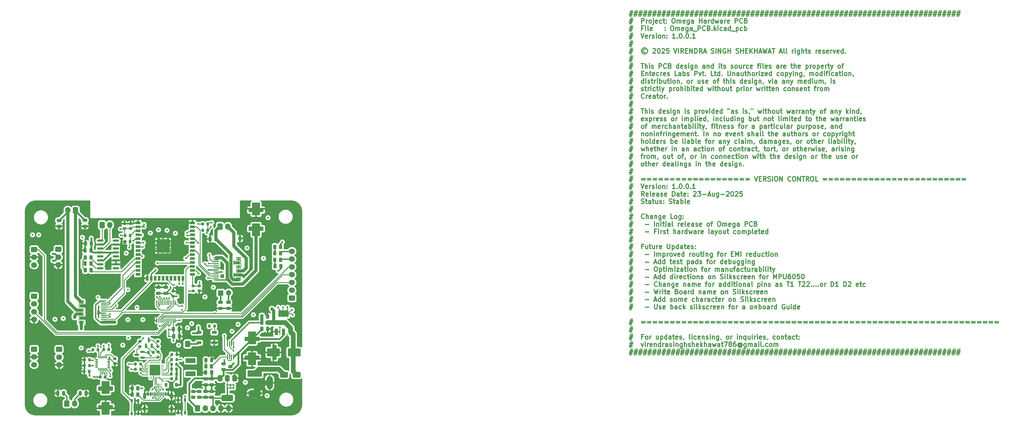
<source format=gtl>
G04 #@! TF.GenerationSoftware,KiCad,Pcbnew,9.0.2*
G04 #@! TF.CreationDate,2025-09-10T14:09:23+05:30*
G04 #@! TF.ProjectId,V2DesignESP32PCB,56324465-7369-4676-9e45-535033325043,rev?*
G04 #@! TF.SameCoordinates,Original*
G04 #@! TF.FileFunction,Copper,L1,Top*
G04 #@! TF.FilePolarity,Positive*
%FSLAX46Y46*%
G04 Gerber Fmt 4.6, Leading zero omitted, Abs format (unit mm)*
G04 Created by KiCad (PCBNEW 9.0.2) date 2025-09-10 14:09:23*
%MOMM*%
%LPD*%
G01*
G04 APERTURE LIST*
G04 Aperture macros list*
%AMRoundRect*
0 Rectangle with rounded corners*
0 $1 Rounding radius*
0 $2 $3 $4 $5 $6 $7 $8 $9 X,Y pos of 4 corners*
0 Add a 4 corners polygon primitive as box body*
4,1,4,$2,$3,$4,$5,$6,$7,$8,$9,$2,$3,0*
0 Add four circle primitives for the rounded corners*
1,1,$1+$1,$2,$3*
1,1,$1+$1,$4,$5*
1,1,$1+$1,$6,$7*
1,1,$1+$1,$8,$9*
0 Add four rect primitives between the rounded corners*
20,1,$1+$1,$2,$3,$4,$5,0*
20,1,$1+$1,$4,$5,$6,$7,0*
20,1,$1+$1,$6,$7,$8,$9,0*
20,1,$1+$1,$8,$9,$2,$3,0*%
%AMFreePoly0*
4,1,29,0.653536,2.353536,0.655000,2.350000,0.655000,1.255000,1.650000,1.255000,1.653536,1.253536,1.655000,1.250000,1.655000,-1.250000,1.653536,-1.253536,1.650000,-1.255000,0.655000,-1.255000,0.655000,-2.350000,0.653536,-2.353536,0.650000,-2.355000,-0.650000,-2.355000,-0.653536,-2.353536,-0.655000,-2.350000,-0.655000,-1.255000,-2.350000,-1.255000,-2.353536,-1.253536,-2.355000,-1.250000,
-2.355000,1.250000,-2.353536,1.253536,-2.350000,1.255000,-0.655000,1.255000,-0.655000,2.350000,-0.653536,2.353536,-0.650000,2.355000,0.650000,2.355000,0.653536,2.353536,0.653536,2.353536,$1*%
%AMFreePoly1*
4,1,29,0.653536,2.353536,0.655000,2.350000,0.655000,1.255000,2.350000,1.255000,2.353536,1.253536,2.355000,1.250000,2.355000,-1.250000,2.353536,-1.253536,2.350000,-1.255000,0.655000,-1.255000,0.655000,-2.350000,0.653536,-2.353536,0.650000,-2.355000,-0.650000,-2.355000,-0.653536,-2.353536,-0.655000,-2.350000,-0.655000,-1.255000,-1.650000,-1.255000,-1.653536,-1.253536,-1.655000,-1.250000,
-1.655000,1.250000,-1.653536,1.253536,-1.650000,1.255000,-0.655000,1.255000,-0.655000,2.350000,-0.653536,2.353536,-0.650000,2.355000,0.650000,2.355000,0.653536,2.353536,0.653536,2.353536,$1*%
G04 Aperture macros list end*
%ADD10C,0.300000*%
G04 #@! TA.AperFunction,NonConductor*
%ADD11C,0.300000*%
G04 #@! TD*
G04 #@! TA.AperFunction,SMDPad,CuDef*
%ADD12RoundRect,0.250000X-0.475000X0.250000X-0.475000X-0.250000X0.475000X-0.250000X0.475000X0.250000X0*%
G04 #@! TD*
G04 #@! TA.AperFunction,SMDPad,CuDef*
%ADD13RoundRect,0.250000X0.262500X0.450000X-0.262500X0.450000X-0.262500X-0.450000X0.262500X-0.450000X0*%
G04 #@! TD*
G04 #@! TA.AperFunction,SMDPad,CuDef*
%ADD14R,1.750000X0.450000*%
G04 #@! TD*
G04 #@! TA.AperFunction,SMDPad,CuDef*
%ADD15RoundRect,0.250000X0.250000X0.475000X-0.250000X0.475000X-0.250000X-0.475000X0.250000X-0.475000X0*%
G04 #@! TD*
G04 #@! TA.AperFunction,SMDPad,CuDef*
%ADD16RoundRect,0.200000X-0.275000X0.200000X-0.275000X-0.200000X0.275000X-0.200000X0.275000X0.200000X0*%
G04 #@! TD*
G04 #@! TA.AperFunction,SMDPad,CuDef*
%ADD17RoundRect,0.200000X-0.200000X-0.275000X0.200000X-0.275000X0.200000X0.275000X-0.200000X0.275000X0*%
G04 #@! TD*
G04 #@! TA.AperFunction,SMDPad,CuDef*
%ADD18FreePoly0,90.000000*%
G04 #@! TD*
G04 #@! TA.AperFunction,SMDPad,CuDef*
%ADD19FreePoly1,90.000000*%
G04 #@! TD*
G04 #@! TA.AperFunction,SMDPad,CuDef*
%ADD20RoundRect,0.225000X-0.225000X-0.250000X0.225000X-0.250000X0.225000X0.250000X-0.225000X0.250000X0*%
G04 #@! TD*
G04 #@! TA.AperFunction,SMDPad,CuDef*
%ADD21R,3.200000X1.500000*%
G04 #@! TD*
G04 #@! TA.AperFunction,SMDPad,CuDef*
%ADD22RoundRect,0.150000X-0.850000X-0.150000X0.850000X-0.150000X0.850000X0.150000X-0.850000X0.150000X0*%
G04 #@! TD*
G04 #@! TA.AperFunction,ComponentPad*
%ADD23RoundRect,0.250000X0.600000X0.750000X-0.600000X0.750000X-0.600000X-0.750000X0.600000X-0.750000X0*%
G04 #@! TD*
G04 #@! TA.AperFunction,ComponentPad*
%ADD24O,1.700000X2.000000*%
G04 #@! TD*
G04 #@! TA.AperFunction,SMDPad,CuDef*
%ADD25RoundRect,0.062500X0.062500X-0.337500X0.062500X0.337500X-0.062500X0.337500X-0.062500X-0.337500X0*%
G04 #@! TD*
G04 #@! TA.AperFunction,SMDPad,CuDef*
%ADD26RoundRect,0.062500X0.337500X-0.062500X0.337500X0.062500X-0.337500X0.062500X-0.337500X-0.062500X0*%
G04 #@! TD*
G04 #@! TA.AperFunction,HeatsinkPad*
%ADD27R,3.350000X3.350000*%
G04 #@! TD*
G04 #@! TA.AperFunction,ComponentPad*
%ADD28C,1.700000*%
G04 #@! TD*
G04 #@! TA.AperFunction,SMDPad,CuDef*
%ADD29RoundRect,0.250000X-0.250000X-0.475000X0.250000X-0.475000X0.250000X0.475000X-0.250000X0.475000X0*%
G04 #@! TD*
G04 #@! TA.AperFunction,SMDPad,CuDef*
%ADD30RoundRect,0.250000X-0.450000X-0.250000X0.450000X-0.250000X0.450000X0.250000X-0.450000X0.250000X0*%
G04 #@! TD*
G04 #@! TA.AperFunction,SMDPad,CuDef*
%ADD31RoundRect,0.250000X0.475000X-0.250000X0.475000X0.250000X-0.475000X0.250000X-0.475000X-0.250000X0*%
G04 #@! TD*
G04 #@! TA.AperFunction,ComponentPad*
%ADD32RoundRect,0.250000X-0.600000X-0.725000X0.600000X-0.725000X0.600000X0.725000X-0.600000X0.725000X0*%
G04 #@! TD*
G04 #@! TA.AperFunction,ComponentPad*
%ADD33O,1.700000X1.950000*%
G04 #@! TD*
G04 #@! TA.AperFunction,SMDPad,CuDef*
%ADD34RoundRect,0.243750X0.243750X0.456250X-0.243750X0.456250X-0.243750X-0.456250X0.243750X-0.456250X0*%
G04 #@! TD*
G04 #@! TA.AperFunction,SMDPad,CuDef*
%ADD35RoundRect,0.250000X-0.450000X0.262500X-0.450000X-0.262500X0.450000X-0.262500X0.450000X0.262500X0*%
G04 #@! TD*
G04 #@! TA.AperFunction,SMDPad,CuDef*
%ADD36RoundRect,0.075000X-0.350000X-0.075000X0.350000X-0.075000X0.350000X0.075000X-0.350000X0.075000X0*%
G04 #@! TD*
G04 #@! TA.AperFunction,SMDPad,CuDef*
%ADD37RoundRect,0.075000X0.075000X-0.350000X0.075000X0.350000X-0.075000X0.350000X-0.075000X-0.350000X0*%
G04 #@! TD*
G04 #@! TA.AperFunction,SMDPad,CuDef*
%ADD38RoundRect,0.200000X0.200000X0.275000X-0.200000X0.275000X-0.200000X-0.275000X0.200000X-0.275000X0*%
G04 #@! TD*
G04 #@! TA.AperFunction,SMDPad,CuDef*
%ADD39R,0.650000X1.050000*%
G04 #@! TD*
G04 #@! TA.AperFunction,SMDPad,CuDef*
%ADD40FreePoly0,270.000000*%
G04 #@! TD*
G04 #@! TA.AperFunction,SMDPad,CuDef*
%ADD41FreePoly1,270.000000*%
G04 #@! TD*
G04 #@! TA.AperFunction,SMDPad,CuDef*
%ADD42RoundRect,0.100000X-0.100000X0.712500X-0.100000X-0.712500X0.100000X-0.712500X0.100000X0.712500X0*%
G04 #@! TD*
G04 #@! TA.AperFunction,SMDPad,CuDef*
%ADD43RoundRect,0.100000X-0.100000X0.637500X-0.100000X-0.637500X0.100000X-0.637500X0.100000X0.637500X0*%
G04 #@! TD*
G04 #@! TA.AperFunction,SMDPad,CuDef*
%ADD44RoundRect,0.243750X0.456250X-0.243750X0.456250X0.243750X-0.456250X0.243750X-0.456250X-0.243750X0*%
G04 #@! TD*
G04 #@! TA.AperFunction,SMDPad,CuDef*
%ADD45RoundRect,0.225000X0.225000X0.250000X-0.225000X0.250000X-0.225000X-0.250000X0.225000X-0.250000X0*%
G04 #@! TD*
G04 #@! TA.AperFunction,ComponentPad*
%ADD46RoundRect,0.250000X-0.725000X0.600000X-0.725000X-0.600000X0.725000X-0.600000X0.725000X0.600000X0*%
G04 #@! TD*
G04 #@! TA.AperFunction,ComponentPad*
%ADD47O,1.950000X1.700000*%
G04 #@! TD*
G04 #@! TA.AperFunction,SMDPad,CuDef*
%ADD48RoundRect,0.250000X-0.262500X-0.450000X0.262500X-0.450000X0.262500X0.450000X-0.262500X0.450000X0*%
G04 #@! TD*
G04 #@! TA.AperFunction,ComponentPad*
%ADD49R,4.600000X2.000000*%
G04 #@! TD*
G04 #@! TA.AperFunction,ComponentPad*
%ADD50O,4.200000X2.000000*%
G04 #@! TD*
G04 #@! TA.AperFunction,ComponentPad*
%ADD51O,2.000000X4.200000*%
G04 #@! TD*
G04 #@! TA.AperFunction,SMDPad,CuDef*
%ADD52RoundRect,0.225000X0.250000X-0.225000X0.250000X0.225000X-0.250000X0.225000X-0.250000X-0.225000X0*%
G04 #@! TD*
G04 #@! TA.AperFunction,SMDPad,CuDef*
%ADD53RoundRect,0.200000X0.275000X-0.200000X0.275000X0.200000X-0.275000X0.200000X-0.275000X-0.200000X0*%
G04 #@! TD*
G04 #@! TA.AperFunction,SMDPad,CuDef*
%ADD54RoundRect,0.150000X0.587500X0.150000X-0.587500X0.150000X-0.587500X-0.150000X0.587500X-0.150000X0*%
G04 #@! TD*
G04 #@! TA.AperFunction,ComponentPad*
%ADD55RoundRect,0.250000X-0.600000X-0.750000X0.600000X-0.750000X0.600000X0.750000X-0.600000X0.750000X0*%
G04 #@! TD*
G04 #@! TA.AperFunction,ComponentPad*
%ADD56R,1.700000X1.700000*%
G04 #@! TD*
G04 #@! TA.AperFunction,SMDPad,CuDef*
%ADD57RoundRect,0.225000X-0.250000X0.225000X-0.250000X-0.225000X0.250000X-0.225000X0.250000X0.225000X0*%
G04 #@! TD*
G04 #@! TA.AperFunction,SMDPad,CuDef*
%ADD58RoundRect,0.150000X-0.150000X-0.425000X0.150000X-0.425000X0.150000X0.425000X-0.150000X0.425000X0*%
G04 #@! TD*
G04 #@! TA.AperFunction,SMDPad,CuDef*
%ADD59RoundRect,0.075000X-0.075000X-0.500000X0.075000X-0.500000X0.075000X0.500000X-0.075000X0.500000X0*%
G04 #@! TD*
G04 #@! TA.AperFunction,HeatsinkPad*
%ADD60O,1.000000X2.100000*%
G04 #@! TD*
G04 #@! TA.AperFunction,HeatsinkPad*
%ADD61O,1.000000X1.800000*%
G04 #@! TD*
G04 #@! TA.AperFunction,SMDPad,CuDef*
%ADD62R,0.250000X0.625000*%
G04 #@! TD*
G04 #@! TA.AperFunction,SMDPad,CuDef*
%ADD63R,0.450000X0.700000*%
G04 #@! TD*
G04 #@! TA.AperFunction,SMDPad,CuDef*
%ADD64R,0.450000X0.575000*%
G04 #@! TD*
G04 #@! TA.AperFunction,ComponentPad*
%ADD65RoundRect,0.250000X0.725000X-0.600000X0.725000X0.600000X-0.725000X0.600000X-0.725000X-0.600000X0*%
G04 #@! TD*
G04 #@! TA.AperFunction,SMDPad,CuDef*
%ADD66R,1.000000X2.150000*%
G04 #@! TD*
G04 #@! TA.AperFunction,SMDPad,CuDef*
%ADD67R,3.250000X2.150000*%
G04 #@! TD*
G04 #@! TA.AperFunction,SMDPad,CuDef*
%ADD68FreePoly0,180.000000*%
G04 #@! TD*
G04 #@! TA.AperFunction,SMDPad,CuDef*
%ADD69FreePoly1,180.000000*%
G04 #@! TD*
G04 #@! TA.AperFunction,SMDPad,CuDef*
%ADD70RoundRect,0.150000X0.150000X-0.587500X0.150000X0.587500X-0.150000X0.587500X-0.150000X-0.587500X0*%
G04 #@! TD*
G04 #@! TA.AperFunction,SMDPad,CuDef*
%ADD71RoundRect,0.225000X0.225000X0.375000X-0.225000X0.375000X-0.225000X-0.375000X0.225000X-0.375000X0*%
G04 #@! TD*
G04 #@! TA.AperFunction,SMDPad,CuDef*
%ADD72RoundRect,0.090000X-0.660000X-0.360000X0.660000X-0.360000X0.660000X0.360000X-0.660000X0.360000X0*%
G04 #@! TD*
G04 #@! TA.AperFunction,SMDPad,CuDef*
%ADD73R,1.500000X0.900000*%
G04 #@! TD*
G04 #@! TA.AperFunction,SMDPad,CuDef*
%ADD74R,0.900000X1.500000*%
G04 #@! TD*
G04 #@! TA.AperFunction,SMDPad,CuDef*
%ADD75R,1.050000X1.050000*%
G04 #@! TD*
G04 #@! TA.AperFunction,HeatsinkPad*
%ADD76C,0.600000*%
G04 #@! TD*
G04 #@! TA.AperFunction,HeatsinkPad*
%ADD77R,4.200000X4.200000*%
G04 #@! TD*
G04 #@! TA.AperFunction,SMDPad,CuDef*
%ADD78RoundRect,0.375000X-0.375000X0.625000X-0.375000X-0.625000X0.375000X-0.625000X0.375000X0.625000X0*%
G04 #@! TD*
G04 #@! TA.AperFunction,SMDPad,CuDef*
%ADD79RoundRect,0.500000X-1.400000X0.500000X-1.400000X-0.500000X1.400000X-0.500000X1.400000X0.500000X0*%
G04 #@! TD*
G04 #@! TA.AperFunction,SMDPad,CuDef*
%ADD80RoundRect,0.250000X1.000000X0.650000X-1.000000X0.650000X-1.000000X-0.650000X1.000000X-0.650000X0*%
G04 #@! TD*
G04 #@! TA.AperFunction,ViaPad*
%ADD81C,0.600000*%
G04 #@! TD*
G04 #@! TA.AperFunction,ViaPad*
%ADD82C,1.000000*%
G04 #@! TD*
G04 #@! TA.AperFunction,Conductor*
%ADD83C,0.250000*%
G04 #@! TD*
G04 #@! TA.AperFunction,Conductor*
%ADD84C,1.500000*%
G04 #@! TD*
G04 #@! TA.AperFunction,Conductor*
%ADD85C,0.400000*%
G04 #@! TD*
G04 #@! TA.AperFunction,Conductor*
%ADD86C,0.600000*%
G04 #@! TD*
G04 #@! TA.AperFunction,Conductor*
%ADD87C,1.000000*%
G04 #@! TD*
G04 #@! TA.AperFunction,Conductor*
%ADD88C,0.200000*%
G04 #@! TD*
G04 #@! TA.AperFunction,Conductor*
%ADD89C,0.500000*%
G04 #@! TD*
G04 APERTURE END LIST*
D10*
D11*
X303033082Y-429608D02*
X304104510Y-429608D01*
X303461653Y213248D02*
X303033082Y-1715322D01*
X303961653Y-1072465D02*
X302890225Y-1072465D01*
X303533082Y-1715322D02*
X303961653Y213248D01*
X304533082Y-429608D02*
X305604510Y-429608D01*
X304961653Y213248D02*
X304533082Y-1715322D01*
X305461653Y-1072465D02*
X304390225Y-1072465D01*
X305033082Y-1715322D02*
X305461653Y213248D01*
X306033082Y-429608D02*
X307104510Y-429608D01*
X306461653Y213248D02*
X306033082Y-1715322D01*
X306961653Y-1072465D02*
X305890225Y-1072465D01*
X306533082Y-1715322D02*
X306961653Y213248D01*
X307533082Y-429608D02*
X308604510Y-429608D01*
X307961653Y213248D02*
X307533082Y-1715322D01*
X308461653Y-1072465D02*
X307390225Y-1072465D01*
X308033082Y-1715322D02*
X308461653Y213248D01*
X309033082Y-429608D02*
X310104510Y-429608D01*
X309461653Y213248D02*
X309033082Y-1715322D01*
X309961653Y-1072465D02*
X308890225Y-1072465D01*
X309533082Y-1715322D02*
X309961653Y213248D01*
X310533082Y-429608D02*
X311604510Y-429608D01*
X310961653Y213248D02*
X310533082Y-1715322D01*
X311461653Y-1072465D02*
X310390225Y-1072465D01*
X311033082Y-1715322D02*
X311461653Y213248D01*
X312033082Y-429608D02*
X313104510Y-429608D01*
X312461653Y213248D02*
X312033082Y-1715322D01*
X312961653Y-1072465D02*
X311890225Y-1072465D01*
X312533082Y-1715322D02*
X312961653Y213248D01*
X313533082Y-429608D02*
X314604510Y-429608D01*
X313961653Y213248D02*
X313533082Y-1715322D01*
X314461653Y-1072465D02*
X313390225Y-1072465D01*
X314033082Y-1715322D02*
X314461653Y213248D01*
X315033082Y-429608D02*
X316104510Y-429608D01*
X315461653Y213248D02*
X315033082Y-1715322D01*
X315961653Y-1072465D02*
X314890225Y-1072465D01*
X315533082Y-1715322D02*
X315961653Y213248D01*
X316533082Y-429608D02*
X317604510Y-429608D01*
X316961653Y213248D02*
X316533082Y-1715322D01*
X317461653Y-1072465D02*
X316390225Y-1072465D01*
X317033082Y-1715322D02*
X317461653Y213248D01*
X318033082Y-429608D02*
X319104510Y-429608D01*
X318461653Y213248D02*
X318033082Y-1715322D01*
X318961653Y-1072465D02*
X317890225Y-1072465D01*
X318533082Y-1715322D02*
X318961653Y213248D01*
X319533082Y-429608D02*
X320604510Y-429608D01*
X319961653Y213248D02*
X319533082Y-1715322D01*
X320461653Y-1072465D02*
X319390225Y-1072465D01*
X320033082Y-1715322D02*
X320461653Y213248D01*
X321033082Y-429608D02*
X322104510Y-429608D01*
X321461653Y213248D02*
X321033082Y-1715322D01*
X321961653Y-1072465D02*
X320890225Y-1072465D01*
X321533082Y-1715322D02*
X321961653Y213248D01*
X322533082Y-429608D02*
X323604510Y-429608D01*
X322961653Y213248D02*
X322533082Y-1715322D01*
X323461653Y-1072465D02*
X322390225Y-1072465D01*
X323033082Y-1715322D02*
X323461653Y213248D01*
X324033082Y-429608D02*
X325104510Y-429608D01*
X324461653Y213248D02*
X324033082Y-1715322D01*
X324961653Y-1072465D02*
X323890225Y-1072465D01*
X324533082Y-1715322D02*
X324961653Y213248D01*
X325533082Y-429608D02*
X326604510Y-429608D01*
X325961653Y213248D02*
X325533082Y-1715322D01*
X326461653Y-1072465D02*
X325390225Y-1072465D01*
X326033082Y-1715322D02*
X326461653Y213248D01*
X327033082Y-429608D02*
X328104510Y-429608D01*
X327461653Y213248D02*
X327033082Y-1715322D01*
X327961653Y-1072465D02*
X326890225Y-1072465D01*
X327533082Y-1715322D02*
X327961653Y213248D01*
X328533082Y-429608D02*
X329604510Y-429608D01*
X328961653Y213248D02*
X328533082Y-1715322D01*
X329461653Y-1072465D02*
X328390225Y-1072465D01*
X329033082Y-1715322D02*
X329461653Y213248D01*
X330033082Y-429608D02*
X331104510Y-429608D01*
X330461653Y213248D02*
X330033082Y-1715322D01*
X330961653Y-1072465D02*
X329890225Y-1072465D01*
X330533082Y-1715322D02*
X330961653Y213248D01*
X331533082Y-429608D02*
X332604510Y-429608D01*
X331961653Y213248D02*
X331533082Y-1715322D01*
X332461653Y-1072465D02*
X331390225Y-1072465D01*
X332033082Y-1715322D02*
X332461653Y213248D01*
X333033082Y-429608D02*
X334104510Y-429608D01*
X333461653Y213248D02*
X333033082Y-1715322D01*
X333961653Y-1072465D02*
X332890225Y-1072465D01*
X333533082Y-1715322D02*
X333961653Y213248D01*
X334533082Y-429608D02*
X335604510Y-429608D01*
X334961653Y213248D02*
X334533082Y-1715322D01*
X335461653Y-1072465D02*
X334390225Y-1072465D01*
X335033082Y-1715322D02*
X335461653Y213248D01*
X336033082Y-429608D02*
X337104510Y-429608D01*
X336461653Y213248D02*
X336033082Y-1715322D01*
X336961653Y-1072465D02*
X335890225Y-1072465D01*
X336533082Y-1715322D02*
X336961653Y213248D01*
X337533082Y-429608D02*
X338604510Y-429608D01*
X337961653Y213248D02*
X337533082Y-1715322D01*
X338461653Y-1072465D02*
X337390225Y-1072465D01*
X338033082Y-1715322D02*
X338461653Y213248D01*
X339033082Y-429608D02*
X340104510Y-429608D01*
X339461653Y213248D02*
X339033082Y-1715322D01*
X339961653Y-1072465D02*
X338890225Y-1072465D01*
X339533082Y-1715322D02*
X339961653Y213248D01*
X340533082Y-429608D02*
X341604510Y-429608D01*
X340961653Y213248D02*
X340533082Y-1715322D01*
X341461653Y-1072465D02*
X340390225Y-1072465D01*
X341033082Y-1715322D02*
X341461653Y213248D01*
X342033082Y-429608D02*
X343104510Y-429608D01*
X342461653Y213248D02*
X342033082Y-1715322D01*
X342961653Y-1072465D02*
X341890225Y-1072465D01*
X342533082Y-1715322D02*
X342961653Y213248D01*
X343533082Y-429608D02*
X344604510Y-429608D01*
X343961653Y213248D02*
X343533082Y-1715322D01*
X344461653Y-1072465D02*
X343390225Y-1072465D01*
X344033082Y-1715322D02*
X344461653Y213248D01*
X345033082Y-429608D02*
X346104510Y-429608D01*
X345461653Y213248D02*
X345033082Y-1715322D01*
X345961653Y-1072465D02*
X344890225Y-1072465D01*
X345533082Y-1715322D02*
X345961653Y213248D01*
X346533082Y-429608D02*
X347604510Y-429608D01*
X346961653Y213248D02*
X346533082Y-1715322D01*
X347461653Y-1072465D02*
X346390225Y-1072465D01*
X347033082Y-1715322D02*
X347461653Y213248D01*
X348033082Y-429608D02*
X349104510Y-429608D01*
X348461653Y213248D02*
X348033082Y-1715322D01*
X348961653Y-1072465D02*
X347890225Y-1072465D01*
X348533082Y-1715322D02*
X348961653Y213248D01*
X349533082Y-429608D02*
X350604510Y-429608D01*
X349961653Y213248D02*
X349533082Y-1715322D01*
X350461653Y-1072465D02*
X349390225Y-1072465D01*
X350033082Y-1715322D02*
X350461653Y213248D01*
X351033082Y-429608D02*
X352104510Y-429608D01*
X351461653Y213248D02*
X351033082Y-1715322D01*
X351961653Y-1072465D02*
X350890225Y-1072465D01*
X351533082Y-1715322D02*
X351961653Y213248D01*
X352533082Y-429608D02*
X353604510Y-429608D01*
X352961653Y213248D02*
X352533082Y-1715322D01*
X353461653Y-1072465D02*
X352390225Y-1072465D01*
X353033082Y-1715322D02*
X353461653Y213248D01*
X354033082Y-429608D02*
X355104510Y-429608D01*
X354461653Y213248D02*
X354033082Y-1715322D01*
X354961653Y-1072465D02*
X353890225Y-1072465D01*
X354533082Y-1715322D02*
X354961653Y213248D01*
X355533082Y-429608D02*
X356604510Y-429608D01*
X355961653Y213248D02*
X355533082Y-1715322D01*
X356461653Y-1072465D02*
X355390225Y-1072465D01*
X356033082Y-1715322D02*
X356461653Y213248D01*
X357033082Y-429608D02*
X358104510Y-429608D01*
X357461653Y213248D02*
X357033082Y-1715322D01*
X357961653Y-1072465D02*
X356890225Y-1072465D01*
X357533082Y-1715322D02*
X357961653Y213248D01*
X358533082Y-429608D02*
X359604510Y-429608D01*
X358961653Y213248D02*
X358533082Y-1715322D01*
X359461653Y-1072465D02*
X358390225Y-1072465D01*
X359033082Y-1715322D02*
X359461653Y213248D01*
X360033082Y-429608D02*
X361104510Y-429608D01*
X360461653Y213248D02*
X360033082Y-1715322D01*
X360961653Y-1072465D02*
X359890225Y-1072465D01*
X360533082Y-1715322D02*
X360961653Y213248D01*
X361533082Y-429608D02*
X362604510Y-429608D01*
X361961653Y213248D02*
X361533082Y-1715322D01*
X362461653Y-1072465D02*
X361390225Y-1072465D01*
X362033082Y-1715322D02*
X362461653Y213248D01*
X363033082Y-429608D02*
X364104510Y-429608D01*
X363461653Y213248D02*
X363033082Y-1715322D01*
X363961653Y-1072465D02*
X362890225Y-1072465D01*
X363533082Y-1715322D02*
X363961653Y213248D01*
X364533082Y-429608D02*
X365604510Y-429608D01*
X364961653Y213248D02*
X364533082Y-1715322D01*
X365461653Y-1072465D02*
X364390225Y-1072465D01*
X365033082Y-1715322D02*
X365461653Y213248D01*
X366033082Y-429608D02*
X367104510Y-429608D01*
X366461653Y213248D02*
X366033082Y-1715322D01*
X366961653Y-1072465D02*
X365890225Y-1072465D01*
X366533082Y-1715322D02*
X366961653Y213248D01*
X367533082Y-429608D02*
X368604510Y-429608D01*
X367961653Y213248D02*
X367533082Y-1715322D01*
X368461653Y-1072465D02*
X367390225Y-1072465D01*
X368033082Y-1715322D02*
X368461653Y213248D01*
X369033082Y-429608D02*
X370104510Y-429608D01*
X369461653Y213248D02*
X369033082Y-1715322D01*
X369961653Y-1072465D02*
X368890225Y-1072465D01*
X369533082Y-1715322D02*
X369961653Y213248D01*
X370533082Y-429608D02*
X371604510Y-429608D01*
X370961653Y213248D02*
X370533082Y-1715322D01*
X371461653Y-1072465D02*
X370390225Y-1072465D01*
X371033082Y-1715322D02*
X371461653Y213248D01*
X372033082Y-429608D02*
X373104510Y-429608D01*
X372461653Y213248D02*
X372033082Y-1715322D01*
X372961653Y-1072465D02*
X371890225Y-1072465D01*
X372533082Y-1715322D02*
X372961653Y213248D01*
X373533082Y-429608D02*
X374604510Y-429608D01*
X373961653Y213248D02*
X373533082Y-1715322D01*
X374461653Y-1072465D02*
X373390225Y-1072465D01*
X374033082Y-1715322D02*
X374461653Y213248D01*
X375033082Y-429608D02*
X376104510Y-429608D01*
X375461653Y213248D02*
X375033082Y-1715322D01*
X375961653Y-1072465D02*
X374890225Y-1072465D01*
X375533082Y-1715322D02*
X375961653Y213248D01*
X376533082Y-429608D02*
X377604510Y-429608D01*
X376961653Y213248D02*
X376533082Y-1715322D01*
X377461653Y-1072465D02*
X376390225Y-1072465D01*
X377033082Y-1715322D02*
X377461653Y213248D01*
X378033082Y-429608D02*
X379104510Y-429608D01*
X378461653Y213248D02*
X378033082Y-1715322D01*
X378961653Y-1072465D02*
X377890225Y-1072465D01*
X378533082Y-1715322D02*
X378961653Y213248D01*
X379533082Y-429608D02*
X380604510Y-429608D01*
X379961653Y213248D02*
X379533082Y-1715322D01*
X380461653Y-1072465D02*
X379390225Y-1072465D01*
X380033082Y-1715322D02*
X380461653Y213248D01*
X381033082Y-429608D02*
X382104510Y-429608D01*
X381461653Y213248D02*
X381033082Y-1715322D01*
X381961653Y-1072465D02*
X380890225Y-1072465D01*
X381533082Y-1715322D02*
X381961653Y213248D01*
X382533082Y-429608D02*
X383604510Y-429608D01*
X382961653Y213248D02*
X382533082Y-1715322D01*
X383461653Y-1072465D02*
X382390225Y-1072465D01*
X383033082Y-1715322D02*
X383461653Y213248D01*
X384033082Y-429608D02*
X385104510Y-429608D01*
X384461653Y213248D02*
X384033082Y-1715322D01*
X384961653Y-1072465D02*
X383890225Y-1072465D01*
X384533082Y-1715322D02*
X384961653Y213248D01*
X385533082Y-429608D02*
X386604510Y-429608D01*
X385961653Y213248D02*
X385533082Y-1715322D01*
X386461653Y-1072465D02*
X385390225Y-1072465D01*
X386033082Y-1715322D02*
X386461653Y213248D01*
X387033082Y-429608D02*
X388104510Y-429608D01*
X387461653Y213248D02*
X387033082Y-1715322D01*
X387961653Y-1072465D02*
X386890225Y-1072465D01*
X387533082Y-1715322D02*
X387961653Y213248D01*
X388533082Y-429608D02*
X389604510Y-429608D01*
X388961653Y213248D02*
X388533082Y-1715322D01*
X389461653Y-1072465D02*
X388390225Y-1072465D01*
X389033082Y-1715322D02*
X389461653Y213248D01*
X390033082Y-429608D02*
X391104510Y-429608D01*
X390461653Y213248D02*
X390033082Y-1715322D01*
X390961653Y-1072465D02*
X389890225Y-1072465D01*
X390533082Y-1715322D02*
X390961653Y213248D01*
X391533082Y-429608D02*
X392604510Y-429608D01*
X391961653Y213248D02*
X391533082Y-1715322D01*
X392461653Y-1072465D02*
X391390225Y-1072465D01*
X392033082Y-1715322D02*
X392461653Y213248D01*
X393033082Y-429608D02*
X394104510Y-429608D01*
X393461653Y213248D02*
X393033082Y-1715322D01*
X393961653Y-1072465D02*
X392890225Y-1072465D01*
X393533082Y-1715322D02*
X393961653Y213248D01*
X394533082Y-429608D02*
X395604510Y-429608D01*
X394961653Y213248D02*
X394533082Y-1715322D01*
X395461653Y-1072465D02*
X394390225Y-1072465D01*
X395033082Y-1715322D02*
X395461653Y213248D01*
X396033082Y-429608D02*
X397104510Y-429608D01*
X396461653Y213248D02*
X396033082Y-1715322D01*
X396961653Y-1072465D02*
X395890225Y-1072465D01*
X396533082Y-1715322D02*
X396961653Y213248D01*
X397533082Y-429608D02*
X398604510Y-429608D01*
X397961653Y213248D02*
X397533082Y-1715322D01*
X398461653Y-1072465D02*
X397390225Y-1072465D01*
X398033082Y-1715322D02*
X398461653Y213248D01*
X399033082Y-429608D02*
X400104510Y-429608D01*
X399461653Y213248D02*
X399033082Y-1715322D01*
X399961653Y-1072465D02*
X398890225Y-1072465D01*
X399533082Y-1715322D02*
X399961653Y213248D01*
X400533082Y-429608D02*
X401604510Y-429608D01*
X400961653Y213248D02*
X400533082Y-1715322D01*
X401461653Y-1072465D02*
X400390225Y-1072465D01*
X401033082Y-1715322D02*
X401461653Y213248D01*
X402033082Y-429608D02*
X403104510Y-429608D01*
X402461653Y213248D02*
X402033082Y-1715322D01*
X402961653Y-1072465D02*
X401890225Y-1072465D01*
X402533082Y-1715322D02*
X402961653Y213248D01*
X403533082Y-429608D02*
X404604510Y-429608D01*
X403961653Y213248D02*
X403533082Y-1715322D01*
X404461653Y-1072465D02*
X403390225Y-1072465D01*
X404033082Y-1715322D02*
X404461653Y213248D01*
X405033082Y-429608D02*
X406104510Y-429608D01*
X405461653Y213248D02*
X405033082Y-1715322D01*
X405961653Y-1072465D02*
X404890225Y-1072465D01*
X405533082Y-1715322D02*
X405961653Y213248D01*
X406533082Y-429608D02*
X407604510Y-429608D01*
X406961653Y213248D02*
X406533082Y-1715322D01*
X407461653Y-1072465D02*
X406390225Y-1072465D01*
X407033082Y-1715322D02*
X407461653Y213248D01*
X408033082Y-429608D02*
X409104510Y-429608D01*
X408461653Y213248D02*
X408033082Y-1715322D01*
X408961653Y-1072465D02*
X407890225Y-1072465D01*
X408533082Y-1715322D02*
X408961653Y213248D01*
X303033082Y-2844524D02*
X304104510Y-2844524D01*
X303461653Y-2201667D02*
X303033082Y-4130238D01*
X303961653Y-3487381D02*
X302890225Y-3487381D01*
X303533082Y-4130238D02*
X303961653Y-2201667D01*
X306890224Y-3844524D02*
X306890224Y-2344524D01*
X306890224Y-2344524D02*
X307461653Y-2344524D01*
X307461653Y-2344524D02*
X307604510Y-2415953D01*
X307604510Y-2415953D02*
X307675939Y-2487381D01*
X307675939Y-2487381D02*
X307747367Y-2630238D01*
X307747367Y-2630238D02*
X307747367Y-2844524D01*
X307747367Y-2844524D02*
X307675939Y-2987381D01*
X307675939Y-2987381D02*
X307604510Y-3058810D01*
X307604510Y-3058810D02*
X307461653Y-3130238D01*
X307461653Y-3130238D02*
X306890224Y-3130238D01*
X308390224Y-3844524D02*
X308390224Y-2844524D01*
X308390224Y-3130238D02*
X308461653Y-2987381D01*
X308461653Y-2987381D02*
X308533082Y-2915953D01*
X308533082Y-2915953D02*
X308675939Y-2844524D01*
X308675939Y-2844524D02*
X308818796Y-2844524D01*
X309533081Y-3844524D02*
X309390224Y-3773096D01*
X309390224Y-3773096D02*
X309318795Y-3701667D01*
X309318795Y-3701667D02*
X309247367Y-3558810D01*
X309247367Y-3558810D02*
X309247367Y-3130238D01*
X309247367Y-3130238D02*
X309318795Y-2987381D01*
X309318795Y-2987381D02*
X309390224Y-2915953D01*
X309390224Y-2915953D02*
X309533081Y-2844524D01*
X309533081Y-2844524D02*
X309747367Y-2844524D01*
X309747367Y-2844524D02*
X309890224Y-2915953D01*
X309890224Y-2915953D02*
X309961653Y-2987381D01*
X309961653Y-2987381D02*
X310033081Y-3130238D01*
X310033081Y-3130238D02*
X310033081Y-3558810D01*
X310033081Y-3558810D02*
X309961653Y-3701667D01*
X309961653Y-3701667D02*
X309890224Y-3773096D01*
X309890224Y-3773096D02*
X309747367Y-3844524D01*
X309747367Y-3844524D02*
X309533081Y-3844524D01*
X310675938Y-2844524D02*
X310675938Y-4130238D01*
X310675938Y-4130238D02*
X310604510Y-4273096D01*
X310604510Y-4273096D02*
X310461653Y-4344524D01*
X310461653Y-4344524D02*
X310390224Y-4344524D01*
X310675938Y-2344524D02*
X310604510Y-2415953D01*
X310604510Y-2415953D02*
X310675938Y-2487381D01*
X310675938Y-2487381D02*
X310747367Y-2415953D01*
X310747367Y-2415953D02*
X310675938Y-2344524D01*
X310675938Y-2344524D02*
X310675938Y-2487381D01*
X311961653Y-3773096D02*
X311818796Y-3844524D01*
X311818796Y-3844524D02*
X311533082Y-3844524D01*
X311533082Y-3844524D02*
X311390224Y-3773096D01*
X311390224Y-3773096D02*
X311318796Y-3630238D01*
X311318796Y-3630238D02*
X311318796Y-3058810D01*
X311318796Y-3058810D02*
X311390224Y-2915953D01*
X311390224Y-2915953D02*
X311533082Y-2844524D01*
X311533082Y-2844524D02*
X311818796Y-2844524D01*
X311818796Y-2844524D02*
X311961653Y-2915953D01*
X311961653Y-2915953D02*
X312033082Y-3058810D01*
X312033082Y-3058810D02*
X312033082Y-3201667D01*
X312033082Y-3201667D02*
X311318796Y-3344524D01*
X313318796Y-3773096D02*
X313175938Y-3844524D01*
X313175938Y-3844524D02*
X312890224Y-3844524D01*
X312890224Y-3844524D02*
X312747367Y-3773096D01*
X312747367Y-3773096D02*
X312675938Y-3701667D01*
X312675938Y-3701667D02*
X312604510Y-3558810D01*
X312604510Y-3558810D02*
X312604510Y-3130238D01*
X312604510Y-3130238D02*
X312675938Y-2987381D01*
X312675938Y-2987381D02*
X312747367Y-2915953D01*
X312747367Y-2915953D02*
X312890224Y-2844524D01*
X312890224Y-2844524D02*
X313175938Y-2844524D01*
X313175938Y-2844524D02*
X313318796Y-2915953D01*
X313747367Y-2844524D02*
X314318795Y-2844524D01*
X313961652Y-2344524D02*
X313961652Y-3630238D01*
X313961652Y-3630238D02*
X314033081Y-3773096D01*
X314033081Y-3773096D02*
X314175938Y-3844524D01*
X314175938Y-3844524D02*
X314318795Y-3844524D01*
X314818795Y-3701667D02*
X314890224Y-3773096D01*
X314890224Y-3773096D02*
X314818795Y-3844524D01*
X314818795Y-3844524D02*
X314747367Y-3773096D01*
X314747367Y-3773096D02*
X314818795Y-3701667D01*
X314818795Y-3701667D02*
X314818795Y-3844524D01*
X314818795Y-2915953D02*
X314890224Y-2987381D01*
X314890224Y-2987381D02*
X314818795Y-3058810D01*
X314818795Y-3058810D02*
X314747367Y-2987381D01*
X314747367Y-2987381D02*
X314818795Y-2915953D01*
X314818795Y-2915953D02*
X314818795Y-3058810D01*
X316961653Y-2344524D02*
X317247367Y-2344524D01*
X317247367Y-2344524D02*
X317390224Y-2415953D01*
X317390224Y-2415953D02*
X317533081Y-2558810D01*
X317533081Y-2558810D02*
X317604510Y-2844524D01*
X317604510Y-2844524D02*
X317604510Y-3344524D01*
X317604510Y-3344524D02*
X317533081Y-3630238D01*
X317533081Y-3630238D02*
X317390224Y-3773096D01*
X317390224Y-3773096D02*
X317247367Y-3844524D01*
X317247367Y-3844524D02*
X316961653Y-3844524D01*
X316961653Y-3844524D02*
X316818796Y-3773096D01*
X316818796Y-3773096D02*
X316675938Y-3630238D01*
X316675938Y-3630238D02*
X316604510Y-3344524D01*
X316604510Y-3344524D02*
X316604510Y-2844524D01*
X316604510Y-2844524D02*
X316675938Y-2558810D01*
X316675938Y-2558810D02*
X316818796Y-2415953D01*
X316818796Y-2415953D02*
X316961653Y-2344524D01*
X318247367Y-3844524D02*
X318247367Y-2844524D01*
X318247367Y-2987381D02*
X318318796Y-2915953D01*
X318318796Y-2915953D02*
X318461653Y-2844524D01*
X318461653Y-2844524D02*
X318675939Y-2844524D01*
X318675939Y-2844524D02*
X318818796Y-2915953D01*
X318818796Y-2915953D02*
X318890225Y-3058810D01*
X318890225Y-3058810D02*
X318890225Y-3844524D01*
X318890225Y-3058810D02*
X318961653Y-2915953D01*
X318961653Y-2915953D02*
X319104510Y-2844524D01*
X319104510Y-2844524D02*
X319318796Y-2844524D01*
X319318796Y-2844524D02*
X319461653Y-2915953D01*
X319461653Y-2915953D02*
X319533082Y-3058810D01*
X319533082Y-3058810D02*
X319533082Y-3844524D01*
X320818796Y-3773096D02*
X320675939Y-3844524D01*
X320675939Y-3844524D02*
X320390225Y-3844524D01*
X320390225Y-3844524D02*
X320247367Y-3773096D01*
X320247367Y-3773096D02*
X320175939Y-3630238D01*
X320175939Y-3630238D02*
X320175939Y-3058810D01*
X320175939Y-3058810D02*
X320247367Y-2915953D01*
X320247367Y-2915953D02*
X320390225Y-2844524D01*
X320390225Y-2844524D02*
X320675939Y-2844524D01*
X320675939Y-2844524D02*
X320818796Y-2915953D01*
X320818796Y-2915953D02*
X320890225Y-3058810D01*
X320890225Y-3058810D02*
X320890225Y-3201667D01*
X320890225Y-3201667D02*
X320175939Y-3344524D01*
X322175939Y-2844524D02*
X322175939Y-4058810D01*
X322175939Y-4058810D02*
X322104510Y-4201667D01*
X322104510Y-4201667D02*
X322033081Y-4273096D01*
X322033081Y-4273096D02*
X321890224Y-4344524D01*
X321890224Y-4344524D02*
X321675939Y-4344524D01*
X321675939Y-4344524D02*
X321533081Y-4273096D01*
X322175939Y-3773096D02*
X322033081Y-3844524D01*
X322033081Y-3844524D02*
X321747367Y-3844524D01*
X321747367Y-3844524D02*
X321604510Y-3773096D01*
X321604510Y-3773096D02*
X321533081Y-3701667D01*
X321533081Y-3701667D02*
X321461653Y-3558810D01*
X321461653Y-3558810D02*
X321461653Y-3130238D01*
X321461653Y-3130238D02*
X321533081Y-2987381D01*
X321533081Y-2987381D02*
X321604510Y-2915953D01*
X321604510Y-2915953D02*
X321747367Y-2844524D01*
X321747367Y-2844524D02*
X322033081Y-2844524D01*
X322033081Y-2844524D02*
X322175939Y-2915953D01*
X323533082Y-3844524D02*
X323533082Y-3058810D01*
X323533082Y-3058810D02*
X323461653Y-2915953D01*
X323461653Y-2915953D02*
X323318796Y-2844524D01*
X323318796Y-2844524D02*
X323033082Y-2844524D01*
X323033082Y-2844524D02*
X322890224Y-2915953D01*
X323533082Y-3773096D02*
X323390224Y-3844524D01*
X323390224Y-3844524D02*
X323033082Y-3844524D01*
X323033082Y-3844524D02*
X322890224Y-3773096D01*
X322890224Y-3773096D02*
X322818796Y-3630238D01*
X322818796Y-3630238D02*
X322818796Y-3487381D01*
X322818796Y-3487381D02*
X322890224Y-3344524D01*
X322890224Y-3344524D02*
X323033082Y-3273096D01*
X323033082Y-3273096D02*
X323390224Y-3273096D01*
X323390224Y-3273096D02*
X323533082Y-3201667D01*
X325390224Y-3844524D02*
X325390224Y-2344524D01*
X325390224Y-3058810D02*
X326247367Y-3058810D01*
X326247367Y-3844524D02*
X326247367Y-2344524D01*
X327604511Y-3844524D02*
X327604511Y-3058810D01*
X327604511Y-3058810D02*
X327533082Y-2915953D01*
X327533082Y-2915953D02*
X327390225Y-2844524D01*
X327390225Y-2844524D02*
X327104511Y-2844524D01*
X327104511Y-2844524D02*
X326961653Y-2915953D01*
X327604511Y-3773096D02*
X327461653Y-3844524D01*
X327461653Y-3844524D02*
X327104511Y-3844524D01*
X327104511Y-3844524D02*
X326961653Y-3773096D01*
X326961653Y-3773096D02*
X326890225Y-3630238D01*
X326890225Y-3630238D02*
X326890225Y-3487381D01*
X326890225Y-3487381D02*
X326961653Y-3344524D01*
X326961653Y-3344524D02*
X327104511Y-3273096D01*
X327104511Y-3273096D02*
X327461653Y-3273096D01*
X327461653Y-3273096D02*
X327604511Y-3201667D01*
X328318796Y-3844524D02*
X328318796Y-2844524D01*
X328318796Y-3130238D02*
X328390225Y-2987381D01*
X328390225Y-2987381D02*
X328461654Y-2915953D01*
X328461654Y-2915953D02*
X328604511Y-2844524D01*
X328604511Y-2844524D02*
X328747368Y-2844524D01*
X329890225Y-3844524D02*
X329890225Y-2344524D01*
X329890225Y-3773096D02*
X329747367Y-3844524D01*
X329747367Y-3844524D02*
X329461653Y-3844524D01*
X329461653Y-3844524D02*
X329318796Y-3773096D01*
X329318796Y-3773096D02*
X329247367Y-3701667D01*
X329247367Y-3701667D02*
X329175939Y-3558810D01*
X329175939Y-3558810D02*
X329175939Y-3130238D01*
X329175939Y-3130238D02*
X329247367Y-2987381D01*
X329247367Y-2987381D02*
X329318796Y-2915953D01*
X329318796Y-2915953D02*
X329461653Y-2844524D01*
X329461653Y-2844524D02*
X329747367Y-2844524D01*
X329747367Y-2844524D02*
X329890225Y-2915953D01*
X330461653Y-2844524D02*
X330747368Y-3844524D01*
X330747368Y-3844524D02*
X331033082Y-3130238D01*
X331033082Y-3130238D02*
X331318796Y-3844524D01*
X331318796Y-3844524D02*
X331604510Y-2844524D01*
X332818797Y-3844524D02*
X332818797Y-3058810D01*
X332818797Y-3058810D02*
X332747368Y-2915953D01*
X332747368Y-2915953D02*
X332604511Y-2844524D01*
X332604511Y-2844524D02*
X332318797Y-2844524D01*
X332318797Y-2844524D02*
X332175939Y-2915953D01*
X332818797Y-3773096D02*
X332675939Y-3844524D01*
X332675939Y-3844524D02*
X332318797Y-3844524D01*
X332318797Y-3844524D02*
X332175939Y-3773096D01*
X332175939Y-3773096D02*
X332104511Y-3630238D01*
X332104511Y-3630238D02*
X332104511Y-3487381D01*
X332104511Y-3487381D02*
X332175939Y-3344524D01*
X332175939Y-3344524D02*
X332318797Y-3273096D01*
X332318797Y-3273096D02*
X332675939Y-3273096D01*
X332675939Y-3273096D02*
X332818797Y-3201667D01*
X333533082Y-3844524D02*
X333533082Y-2844524D01*
X333533082Y-3130238D02*
X333604511Y-2987381D01*
X333604511Y-2987381D02*
X333675940Y-2915953D01*
X333675940Y-2915953D02*
X333818797Y-2844524D01*
X333818797Y-2844524D02*
X333961654Y-2844524D01*
X335033082Y-3773096D02*
X334890225Y-3844524D01*
X334890225Y-3844524D02*
X334604511Y-3844524D01*
X334604511Y-3844524D02*
X334461653Y-3773096D01*
X334461653Y-3773096D02*
X334390225Y-3630238D01*
X334390225Y-3630238D02*
X334390225Y-3058810D01*
X334390225Y-3058810D02*
X334461653Y-2915953D01*
X334461653Y-2915953D02*
X334604511Y-2844524D01*
X334604511Y-2844524D02*
X334890225Y-2844524D01*
X334890225Y-2844524D02*
X335033082Y-2915953D01*
X335033082Y-2915953D02*
X335104511Y-3058810D01*
X335104511Y-3058810D02*
X335104511Y-3201667D01*
X335104511Y-3201667D02*
X334390225Y-3344524D01*
X336890224Y-3844524D02*
X336890224Y-2344524D01*
X336890224Y-2344524D02*
X337461653Y-2344524D01*
X337461653Y-2344524D02*
X337604510Y-2415953D01*
X337604510Y-2415953D02*
X337675939Y-2487381D01*
X337675939Y-2487381D02*
X337747367Y-2630238D01*
X337747367Y-2630238D02*
X337747367Y-2844524D01*
X337747367Y-2844524D02*
X337675939Y-2987381D01*
X337675939Y-2987381D02*
X337604510Y-3058810D01*
X337604510Y-3058810D02*
X337461653Y-3130238D01*
X337461653Y-3130238D02*
X336890224Y-3130238D01*
X339247367Y-3701667D02*
X339175939Y-3773096D01*
X339175939Y-3773096D02*
X338961653Y-3844524D01*
X338961653Y-3844524D02*
X338818796Y-3844524D01*
X338818796Y-3844524D02*
X338604510Y-3773096D01*
X338604510Y-3773096D02*
X338461653Y-3630238D01*
X338461653Y-3630238D02*
X338390224Y-3487381D01*
X338390224Y-3487381D02*
X338318796Y-3201667D01*
X338318796Y-3201667D02*
X338318796Y-2987381D01*
X338318796Y-2987381D02*
X338390224Y-2701667D01*
X338390224Y-2701667D02*
X338461653Y-2558810D01*
X338461653Y-2558810D02*
X338604510Y-2415953D01*
X338604510Y-2415953D02*
X338818796Y-2344524D01*
X338818796Y-2344524D02*
X338961653Y-2344524D01*
X338961653Y-2344524D02*
X339175939Y-2415953D01*
X339175939Y-2415953D02*
X339247367Y-2487381D01*
X340390224Y-3058810D02*
X340604510Y-3130238D01*
X340604510Y-3130238D02*
X340675939Y-3201667D01*
X340675939Y-3201667D02*
X340747367Y-3344524D01*
X340747367Y-3344524D02*
X340747367Y-3558810D01*
X340747367Y-3558810D02*
X340675939Y-3701667D01*
X340675939Y-3701667D02*
X340604510Y-3773096D01*
X340604510Y-3773096D02*
X340461653Y-3844524D01*
X340461653Y-3844524D02*
X339890224Y-3844524D01*
X339890224Y-3844524D02*
X339890224Y-2344524D01*
X339890224Y-2344524D02*
X340390224Y-2344524D01*
X340390224Y-2344524D02*
X340533082Y-2415953D01*
X340533082Y-2415953D02*
X340604510Y-2487381D01*
X340604510Y-2487381D02*
X340675939Y-2630238D01*
X340675939Y-2630238D02*
X340675939Y-2773096D01*
X340675939Y-2773096D02*
X340604510Y-2915953D01*
X340604510Y-2915953D02*
X340533082Y-2987381D01*
X340533082Y-2987381D02*
X340390224Y-3058810D01*
X340390224Y-3058810D02*
X339890224Y-3058810D01*
X303033082Y-5259440D02*
X304104510Y-5259440D01*
X303461653Y-4616583D02*
X303033082Y-6545154D01*
X303961653Y-5902297D02*
X302890225Y-5902297D01*
X303533082Y-6545154D02*
X303961653Y-4616583D01*
X307390224Y-5473726D02*
X306890224Y-5473726D01*
X306890224Y-6259440D02*
X306890224Y-4759440D01*
X306890224Y-4759440D02*
X307604510Y-4759440D01*
X308175938Y-6259440D02*
X308175938Y-5259440D01*
X308175938Y-4759440D02*
X308104510Y-4830869D01*
X308104510Y-4830869D02*
X308175938Y-4902297D01*
X308175938Y-4902297D02*
X308247367Y-4830869D01*
X308247367Y-4830869D02*
X308175938Y-4759440D01*
X308175938Y-4759440D02*
X308175938Y-4902297D01*
X309104510Y-6259440D02*
X308961653Y-6188012D01*
X308961653Y-6188012D02*
X308890224Y-6045154D01*
X308890224Y-6045154D02*
X308890224Y-4759440D01*
X310247367Y-6188012D02*
X310104510Y-6259440D01*
X310104510Y-6259440D02*
X309818796Y-6259440D01*
X309818796Y-6259440D02*
X309675938Y-6188012D01*
X309675938Y-6188012D02*
X309604510Y-6045154D01*
X309604510Y-6045154D02*
X309604510Y-5473726D01*
X309604510Y-5473726D02*
X309675938Y-5330869D01*
X309675938Y-5330869D02*
X309818796Y-5259440D01*
X309818796Y-5259440D02*
X310104510Y-5259440D01*
X310104510Y-5259440D02*
X310247367Y-5330869D01*
X310247367Y-5330869D02*
X310318796Y-5473726D01*
X310318796Y-5473726D02*
X310318796Y-5616583D01*
X310318796Y-5616583D02*
X309604510Y-5759440D01*
X314390223Y-6116583D02*
X314461652Y-6188012D01*
X314461652Y-6188012D02*
X314390223Y-6259440D01*
X314390223Y-6259440D02*
X314318795Y-6188012D01*
X314318795Y-6188012D02*
X314390223Y-6116583D01*
X314390223Y-6116583D02*
X314390223Y-6259440D01*
X314390223Y-5330869D02*
X314461652Y-5402297D01*
X314461652Y-5402297D02*
X314390223Y-5473726D01*
X314390223Y-5473726D02*
X314318795Y-5402297D01*
X314318795Y-5402297D02*
X314390223Y-5330869D01*
X314390223Y-5330869D02*
X314390223Y-5473726D01*
X316533081Y-4759440D02*
X316818795Y-4759440D01*
X316818795Y-4759440D02*
X316961652Y-4830869D01*
X316961652Y-4830869D02*
X317104509Y-4973726D01*
X317104509Y-4973726D02*
X317175938Y-5259440D01*
X317175938Y-5259440D02*
X317175938Y-5759440D01*
X317175938Y-5759440D02*
X317104509Y-6045154D01*
X317104509Y-6045154D02*
X316961652Y-6188012D01*
X316961652Y-6188012D02*
X316818795Y-6259440D01*
X316818795Y-6259440D02*
X316533081Y-6259440D01*
X316533081Y-6259440D02*
X316390224Y-6188012D01*
X316390224Y-6188012D02*
X316247366Y-6045154D01*
X316247366Y-6045154D02*
X316175938Y-5759440D01*
X316175938Y-5759440D02*
X316175938Y-5259440D01*
X316175938Y-5259440D02*
X316247366Y-4973726D01*
X316247366Y-4973726D02*
X316390224Y-4830869D01*
X316390224Y-4830869D02*
X316533081Y-4759440D01*
X317818795Y-6259440D02*
X317818795Y-5259440D01*
X317818795Y-5402297D02*
X317890224Y-5330869D01*
X317890224Y-5330869D02*
X318033081Y-5259440D01*
X318033081Y-5259440D02*
X318247367Y-5259440D01*
X318247367Y-5259440D02*
X318390224Y-5330869D01*
X318390224Y-5330869D02*
X318461653Y-5473726D01*
X318461653Y-5473726D02*
X318461653Y-6259440D01*
X318461653Y-5473726D02*
X318533081Y-5330869D01*
X318533081Y-5330869D02*
X318675938Y-5259440D01*
X318675938Y-5259440D02*
X318890224Y-5259440D01*
X318890224Y-5259440D02*
X319033081Y-5330869D01*
X319033081Y-5330869D02*
X319104510Y-5473726D01*
X319104510Y-5473726D02*
X319104510Y-6259440D01*
X320390224Y-6188012D02*
X320247367Y-6259440D01*
X320247367Y-6259440D02*
X319961653Y-6259440D01*
X319961653Y-6259440D02*
X319818795Y-6188012D01*
X319818795Y-6188012D02*
X319747367Y-6045154D01*
X319747367Y-6045154D02*
X319747367Y-5473726D01*
X319747367Y-5473726D02*
X319818795Y-5330869D01*
X319818795Y-5330869D02*
X319961653Y-5259440D01*
X319961653Y-5259440D02*
X320247367Y-5259440D01*
X320247367Y-5259440D02*
X320390224Y-5330869D01*
X320390224Y-5330869D02*
X320461653Y-5473726D01*
X320461653Y-5473726D02*
X320461653Y-5616583D01*
X320461653Y-5616583D02*
X319747367Y-5759440D01*
X321747367Y-5259440D02*
X321747367Y-6473726D01*
X321747367Y-6473726D02*
X321675938Y-6616583D01*
X321675938Y-6616583D02*
X321604509Y-6688012D01*
X321604509Y-6688012D02*
X321461652Y-6759440D01*
X321461652Y-6759440D02*
X321247367Y-6759440D01*
X321247367Y-6759440D02*
X321104509Y-6688012D01*
X321747367Y-6188012D02*
X321604509Y-6259440D01*
X321604509Y-6259440D02*
X321318795Y-6259440D01*
X321318795Y-6259440D02*
X321175938Y-6188012D01*
X321175938Y-6188012D02*
X321104509Y-6116583D01*
X321104509Y-6116583D02*
X321033081Y-5973726D01*
X321033081Y-5973726D02*
X321033081Y-5545154D01*
X321033081Y-5545154D02*
X321104509Y-5402297D01*
X321104509Y-5402297D02*
X321175938Y-5330869D01*
X321175938Y-5330869D02*
X321318795Y-5259440D01*
X321318795Y-5259440D02*
X321604509Y-5259440D01*
X321604509Y-5259440D02*
X321747367Y-5330869D01*
X323104510Y-6259440D02*
X323104510Y-5473726D01*
X323104510Y-5473726D02*
X323033081Y-5330869D01*
X323033081Y-5330869D02*
X322890224Y-5259440D01*
X322890224Y-5259440D02*
X322604510Y-5259440D01*
X322604510Y-5259440D02*
X322461652Y-5330869D01*
X323104510Y-6188012D02*
X322961652Y-6259440D01*
X322961652Y-6259440D02*
X322604510Y-6259440D01*
X322604510Y-6259440D02*
X322461652Y-6188012D01*
X322461652Y-6188012D02*
X322390224Y-6045154D01*
X322390224Y-6045154D02*
X322390224Y-5902297D01*
X322390224Y-5902297D02*
X322461652Y-5759440D01*
X322461652Y-5759440D02*
X322604510Y-5688012D01*
X322604510Y-5688012D02*
X322961652Y-5688012D01*
X322961652Y-5688012D02*
X323104510Y-5616583D01*
X323461653Y-6402297D02*
X324604510Y-6402297D01*
X324961652Y-6259440D02*
X324961652Y-4759440D01*
X324961652Y-4759440D02*
X325533081Y-4759440D01*
X325533081Y-4759440D02*
X325675938Y-4830869D01*
X325675938Y-4830869D02*
X325747367Y-4902297D01*
X325747367Y-4902297D02*
X325818795Y-5045154D01*
X325818795Y-5045154D02*
X325818795Y-5259440D01*
X325818795Y-5259440D02*
X325747367Y-5402297D01*
X325747367Y-5402297D02*
X325675938Y-5473726D01*
X325675938Y-5473726D02*
X325533081Y-5545154D01*
X325533081Y-5545154D02*
X324961652Y-5545154D01*
X327318795Y-6116583D02*
X327247367Y-6188012D01*
X327247367Y-6188012D02*
X327033081Y-6259440D01*
X327033081Y-6259440D02*
X326890224Y-6259440D01*
X326890224Y-6259440D02*
X326675938Y-6188012D01*
X326675938Y-6188012D02*
X326533081Y-6045154D01*
X326533081Y-6045154D02*
X326461652Y-5902297D01*
X326461652Y-5902297D02*
X326390224Y-5616583D01*
X326390224Y-5616583D02*
X326390224Y-5402297D01*
X326390224Y-5402297D02*
X326461652Y-5116583D01*
X326461652Y-5116583D02*
X326533081Y-4973726D01*
X326533081Y-4973726D02*
X326675938Y-4830869D01*
X326675938Y-4830869D02*
X326890224Y-4759440D01*
X326890224Y-4759440D02*
X327033081Y-4759440D01*
X327033081Y-4759440D02*
X327247367Y-4830869D01*
X327247367Y-4830869D02*
X327318795Y-4902297D01*
X328461652Y-5473726D02*
X328675938Y-5545154D01*
X328675938Y-5545154D02*
X328747367Y-5616583D01*
X328747367Y-5616583D02*
X328818795Y-5759440D01*
X328818795Y-5759440D02*
X328818795Y-5973726D01*
X328818795Y-5973726D02*
X328747367Y-6116583D01*
X328747367Y-6116583D02*
X328675938Y-6188012D01*
X328675938Y-6188012D02*
X328533081Y-6259440D01*
X328533081Y-6259440D02*
X327961652Y-6259440D01*
X327961652Y-6259440D02*
X327961652Y-4759440D01*
X327961652Y-4759440D02*
X328461652Y-4759440D01*
X328461652Y-4759440D02*
X328604510Y-4830869D01*
X328604510Y-4830869D02*
X328675938Y-4902297D01*
X328675938Y-4902297D02*
X328747367Y-5045154D01*
X328747367Y-5045154D02*
X328747367Y-5188012D01*
X328747367Y-5188012D02*
X328675938Y-5330869D01*
X328675938Y-5330869D02*
X328604510Y-5402297D01*
X328604510Y-5402297D02*
X328461652Y-5473726D01*
X328461652Y-5473726D02*
X327961652Y-5473726D01*
X329461652Y-6116583D02*
X329533081Y-6188012D01*
X329533081Y-6188012D02*
X329461652Y-6259440D01*
X329461652Y-6259440D02*
X329390224Y-6188012D01*
X329390224Y-6188012D02*
X329461652Y-6116583D01*
X329461652Y-6116583D02*
X329461652Y-6259440D01*
X330175938Y-6259440D02*
X330175938Y-4759440D01*
X330318796Y-5688012D02*
X330747367Y-6259440D01*
X330747367Y-5259440D02*
X330175938Y-5830869D01*
X331390224Y-6259440D02*
X331390224Y-5259440D01*
X331390224Y-4759440D02*
X331318796Y-4830869D01*
X331318796Y-4830869D02*
X331390224Y-4902297D01*
X331390224Y-4902297D02*
X331461653Y-4830869D01*
X331461653Y-4830869D02*
X331390224Y-4759440D01*
X331390224Y-4759440D02*
X331390224Y-4902297D01*
X332747368Y-6188012D02*
X332604510Y-6259440D01*
X332604510Y-6259440D02*
X332318796Y-6259440D01*
X332318796Y-6259440D02*
X332175939Y-6188012D01*
X332175939Y-6188012D02*
X332104510Y-6116583D01*
X332104510Y-6116583D02*
X332033082Y-5973726D01*
X332033082Y-5973726D02*
X332033082Y-5545154D01*
X332033082Y-5545154D02*
X332104510Y-5402297D01*
X332104510Y-5402297D02*
X332175939Y-5330869D01*
X332175939Y-5330869D02*
X332318796Y-5259440D01*
X332318796Y-5259440D02*
X332604510Y-5259440D01*
X332604510Y-5259440D02*
X332747368Y-5330869D01*
X334033082Y-6259440D02*
X334033082Y-5473726D01*
X334033082Y-5473726D02*
X333961653Y-5330869D01*
X333961653Y-5330869D02*
X333818796Y-5259440D01*
X333818796Y-5259440D02*
X333533082Y-5259440D01*
X333533082Y-5259440D02*
X333390224Y-5330869D01*
X334033082Y-6188012D02*
X333890224Y-6259440D01*
X333890224Y-6259440D02*
X333533082Y-6259440D01*
X333533082Y-6259440D02*
X333390224Y-6188012D01*
X333390224Y-6188012D02*
X333318796Y-6045154D01*
X333318796Y-6045154D02*
X333318796Y-5902297D01*
X333318796Y-5902297D02*
X333390224Y-5759440D01*
X333390224Y-5759440D02*
X333533082Y-5688012D01*
X333533082Y-5688012D02*
X333890224Y-5688012D01*
X333890224Y-5688012D02*
X334033082Y-5616583D01*
X335390225Y-6259440D02*
X335390225Y-4759440D01*
X335390225Y-6188012D02*
X335247367Y-6259440D01*
X335247367Y-6259440D02*
X334961653Y-6259440D01*
X334961653Y-6259440D02*
X334818796Y-6188012D01*
X334818796Y-6188012D02*
X334747367Y-6116583D01*
X334747367Y-6116583D02*
X334675939Y-5973726D01*
X334675939Y-5973726D02*
X334675939Y-5545154D01*
X334675939Y-5545154D02*
X334747367Y-5402297D01*
X334747367Y-5402297D02*
X334818796Y-5330869D01*
X334818796Y-5330869D02*
X334961653Y-5259440D01*
X334961653Y-5259440D02*
X335247367Y-5259440D01*
X335247367Y-5259440D02*
X335390225Y-5330869D01*
X335747368Y-6402297D02*
X336890225Y-6402297D01*
X337247367Y-5259440D02*
X337247367Y-6759440D01*
X337247367Y-5330869D02*
X337390225Y-5259440D01*
X337390225Y-5259440D02*
X337675939Y-5259440D01*
X337675939Y-5259440D02*
X337818796Y-5330869D01*
X337818796Y-5330869D02*
X337890225Y-5402297D01*
X337890225Y-5402297D02*
X337961653Y-5545154D01*
X337961653Y-5545154D02*
X337961653Y-5973726D01*
X337961653Y-5973726D02*
X337890225Y-6116583D01*
X337890225Y-6116583D02*
X337818796Y-6188012D01*
X337818796Y-6188012D02*
X337675939Y-6259440D01*
X337675939Y-6259440D02*
X337390225Y-6259440D01*
X337390225Y-6259440D02*
X337247367Y-6188012D01*
X339247368Y-6188012D02*
X339104510Y-6259440D01*
X339104510Y-6259440D02*
X338818796Y-6259440D01*
X338818796Y-6259440D02*
X338675939Y-6188012D01*
X338675939Y-6188012D02*
X338604510Y-6116583D01*
X338604510Y-6116583D02*
X338533082Y-5973726D01*
X338533082Y-5973726D02*
X338533082Y-5545154D01*
X338533082Y-5545154D02*
X338604510Y-5402297D01*
X338604510Y-5402297D02*
X338675939Y-5330869D01*
X338675939Y-5330869D02*
X338818796Y-5259440D01*
X338818796Y-5259440D02*
X339104510Y-5259440D01*
X339104510Y-5259440D02*
X339247368Y-5330869D01*
X339890224Y-6259440D02*
X339890224Y-4759440D01*
X339890224Y-5330869D02*
X340033082Y-5259440D01*
X340033082Y-5259440D02*
X340318796Y-5259440D01*
X340318796Y-5259440D02*
X340461653Y-5330869D01*
X340461653Y-5330869D02*
X340533082Y-5402297D01*
X340533082Y-5402297D02*
X340604510Y-5545154D01*
X340604510Y-5545154D02*
X340604510Y-5973726D01*
X340604510Y-5973726D02*
X340533082Y-6116583D01*
X340533082Y-6116583D02*
X340461653Y-6188012D01*
X340461653Y-6188012D02*
X340318796Y-6259440D01*
X340318796Y-6259440D02*
X340033082Y-6259440D01*
X340033082Y-6259440D02*
X339890224Y-6188012D01*
X303033082Y-7674356D02*
X304104510Y-7674356D01*
X303461653Y-7031499D02*
X303033082Y-8960070D01*
X303961653Y-8317213D02*
X302890225Y-8317213D01*
X303533082Y-8960070D02*
X303961653Y-7031499D01*
X306675939Y-7174356D02*
X307175939Y-8674356D01*
X307175939Y-8674356D02*
X307675939Y-7174356D01*
X308747367Y-8602928D02*
X308604510Y-8674356D01*
X308604510Y-8674356D02*
X308318796Y-8674356D01*
X308318796Y-8674356D02*
X308175938Y-8602928D01*
X308175938Y-8602928D02*
X308104510Y-8460070D01*
X308104510Y-8460070D02*
X308104510Y-7888642D01*
X308104510Y-7888642D02*
X308175938Y-7745785D01*
X308175938Y-7745785D02*
X308318796Y-7674356D01*
X308318796Y-7674356D02*
X308604510Y-7674356D01*
X308604510Y-7674356D02*
X308747367Y-7745785D01*
X308747367Y-7745785D02*
X308818796Y-7888642D01*
X308818796Y-7888642D02*
X308818796Y-8031499D01*
X308818796Y-8031499D02*
X308104510Y-8174356D01*
X309461652Y-8674356D02*
X309461652Y-7674356D01*
X309461652Y-7960070D02*
X309533081Y-7817213D01*
X309533081Y-7817213D02*
X309604510Y-7745785D01*
X309604510Y-7745785D02*
X309747367Y-7674356D01*
X309747367Y-7674356D02*
X309890224Y-7674356D01*
X310318795Y-8602928D02*
X310461652Y-8674356D01*
X310461652Y-8674356D02*
X310747366Y-8674356D01*
X310747366Y-8674356D02*
X310890223Y-8602928D01*
X310890223Y-8602928D02*
X310961652Y-8460070D01*
X310961652Y-8460070D02*
X310961652Y-8388642D01*
X310961652Y-8388642D02*
X310890223Y-8245785D01*
X310890223Y-8245785D02*
X310747366Y-8174356D01*
X310747366Y-8174356D02*
X310533081Y-8174356D01*
X310533081Y-8174356D02*
X310390223Y-8102928D01*
X310390223Y-8102928D02*
X310318795Y-7960070D01*
X310318795Y-7960070D02*
X310318795Y-7888642D01*
X310318795Y-7888642D02*
X310390223Y-7745785D01*
X310390223Y-7745785D02*
X310533081Y-7674356D01*
X310533081Y-7674356D02*
X310747366Y-7674356D01*
X310747366Y-7674356D02*
X310890223Y-7745785D01*
X311604509Y-8674356D02*
X311604509Y-7674356D01*
X311604509Y-7174356D02*
X311533081Y-7245785D01*
X311533081Y-7245785D02*
X311604509Y-7317213D01*
X311604509Y-7317213D02*
X311675938Y-7245785D01*
X311675938Y-7245785D02*
X311604509Y-7174356D01*
X311604509Y-7174356D02*
X311604509Y-7317213D01*
X312533081Y-8674356D02*
X312390224Y-8602928D01*
X312390224Y-8602928D02*
X312318795Y-8531499D01*
X312318795Y-8531499D02*
X312247367Y-8388642D01*
X312247367Y-8388642D02*
X312247367Y-7960070D01*
X312247367Y-7960070D02*
X312318795Y-7817213D01*
X312318795Y-7817213D02*
X312390224Y-7745785D01*
X312390224Y-7745785D02*
X312533081Y-7674356D01*
X312533081Y-7674356D02*
X312747367Y-7674356D01*
X312747367Y-7674356D02*
X312890224Y-7745785D01*
X312890224Y-7745785D02*
X312961653Y-7817213D01*
X312961653Y-7817213D02*
X313033081Y-7960070D01*
X313033081Y-7960070D02*
X313033081Y-8388642D01*
X313033081Y-8388642D02*
X312961653Y-8531499D01*
X312961653Y-8531499D02*
X312890224Y-8602928D01*
X312890224Y-8602928D02*
X312747367Y-8674356D01*
X312747367Y-8674356D02*
X312533081Y-8674356D01*
X313675938Y-7674356D02*
X313675938Y-8674356D01*
X313675938Y-7817213D02*
X313747367Y-7745785D01*
X313747367Y-7745785D02*
X313890224Y-7674356D01*
X313890224Y-7674356D02*
X314104510Y-7674356D01*
X314104510Y-7674356D02*
X314247367Y-7745785D01*
X314247367Y-7745785D02*
X314318796Y-7888642D01*
X314318796Y-7888642D02*
X314318796Y-8674356D01*
X315033081Y-8531499D02*
X315104510Y-8602928D01*
X315104510Y-8602928D02*
X315033081Y-8674356D01*
X315033081Y-8674356D02*
X314961653Y-8602928D01*
X314961653Y-8602928D02*
X315033081Y-8531499D01*
X315033081Y-8531499D02*
X315033081Y-8674356D01*
X315033081Y-7745785D02*
X315104510Y-7817213D01*
X315104510Y-7817213D02*
X315033081Y-7888642D01*
X315033081Y-7888642D02*
X314961653Y-7817213D01*
X314961653Y-7817213D02*
X315033081Y-7745785D01*
X315033081Y-7745785D02*
X315033081Y-7888642D01*
X317675939Y-8674356D02*
X316818796Y-8674356D01*
X317247367Y-8674356D02*
X317247367Y-7174356D01*
X317247367Y-7174356D02*
X317104510Y-7388642D01*
X317104510Y-7388642D02*
X316961653Y-7531499D01*
X316961653Y-7531499D02*
X316818796Y-7602928D01*
X318318795Y-8531499D02*
X318390224Y-8602928D01*
X318390224Y-8602928D02*
X318318795Y-8674356D01*
X318318795Y-8674356D02*
X318247367Y-8602928D01*
X318247367Y-8602928D02*
X318318795Y-8531499D01*
X318318795Y-8531499D02*
X318318795Y-8674356D01*
X319318796Y-7174356D02*
X319461653Y-7174356D01*
X319461653Y-7174356D02*
X319604510Y-7245785D01*
X319604510Y-7245785D02*
X319675939Y-7317213D01*
X319675939Y-7317213D02*
X319747367Y-7460070D01*
X319747367Y-7460070D02*
X319818796Y-7745785D01*
X319818796Y-7745785D02*
X319818796Y-8102928D01*
X319818796Y-8102928D02*
X319747367Y-8388642D01*
X319747367Y-8388642D02*
X319675939Y-8531499D01*
X319675939Y-8531499D02*
X319604510Y-8602928D01*
X319604510Y-8602928D02*
X319461653Y-8674356D01*
X319461653Y-8674356D02*
X319318796Y-8674356D01*
X319318796Y-8674356D02*
X319175939Y-8602928D01*
X319175939Y-8602928D02*
X319104510Y-8531499D01*
X319104510Y-8531499D02*
X319033081Y-8388642D01*
X319033081Y-8388642D02*
X318961653Y-8102928D01*
X318961653Y-8102928D02*
X318961653Y-7745785D01*
X318961653Y-7745785D02*
X319033081Y-7460070D01*
X319033081Y-7460070D02*
X319104510Y-7317213D01*
X319104510Y-7317213D02*
X319175939Y-7245785D01*
X319175939Y-7245785D02*
X319318796Y-7174356D01*
X320461652Y-8531499D02*
X320533081Y-8602928D01*
X320533081Y-8602928D02*
X320461652Y-8674356D01*
X320461652Y-8674356D02*
X320390224Y-8602928D01*
X320390224Y-8602928D02*
X320461652Y-8531499D01*
X320461652Y-8531499D02*
X320461652Y-8674356D01*
X321461653Y-7174356D02*
X321604510Y-7174356D01*
X321604510Y-7174356D02*
X321747367Y-7245785D01*
X321747367Y-7245785D02*
X321818796Y-7317213D01*
X321818796Y-7317213D02*
X321890224Y-7460070D01*
X321890224Y-7460070D02*
X321961653Y-7745785D01*
X321961653Y-7745785D02*
X321961653Y-8102928D01*
X321961653Y-8102928D02*
X321890224Y-8388642D01*
X321890224Y-8388642D02*
X321818796Y-8531499D01*
X321818796Y-8531499D02*
X321747367Y-8602928D01*
X321747367Y-8602928D02*
X321604510Y-8674356D01*
X321604510Y-8674356D02*
X321461653Y-8674356D01*
X321461653Y-8674356D02*
X321318796Y-8602928D01*
X321318796Y-8602928D02*
X321247367Y-8531499D01*
X321247367Y-8531499D02*
X321175938Y-8388642D01*
X321175938Y-8388642D02*
X321104510Y-8102928D01*
X321104510Y-8102928D02*
X321104510Y-7745785D01*
X321104510Y-7745785D02*
X321175938Y-7460070D01*
X321175938Y-7460070D02*
X321247367Y-7317213D01*
X321247367Y-7317213D02*
X321318796Y-7245785D01*
X321318796Y-7245785D02*
X321461653Y-7174356D01*
X322604509Y-8531499D02*
X322675938Y-8602928D01*
X322675938Y-8602928D02*
X322604509Y-8674356D01*
X322604509Y-8674356D02*
X322533081Y-8602928D01*
X322533081Y-8602928D02*
X322604509Y-8531499D01*
X322604509Y-8531499D02*
X322604509Y-8674356D01*
X324104510Y-8674356D02*
X323247367Y-8674356D01*
X323675938Y-8674356D02*
X323675938Y-7174356D01*
X323675938Y-7174356D02*
X323533081Y-7388642D01*
X323533081Y-7388642D02*
X323390224Y-7531499D01*
X323390224Y-7531499D02*
X323247367Y-7602928D01*
X303033082Y-10089272D02*
X304104510Y-10089272D01*
X303461653Y-9446415D02*
X303033082Y-11374986D01*
X303961653Y-10732129D02*
X302890225Y-10732129D01*
X303533082Y-11374986D02*
X303961653Y-9446415D01*
X303033082Y-12504188D02*
X304104510Y-12504188D01*
X303461653Y-11861331D02*
X303033082Y-13789902D01*
X303961653Y-13147045D02*
X302890225Y-13147045D01*
X303533082Y-13789902D02*
X303961653Y-11861331D01*
X308104510Y-12361331D02*
X307961653Y-12289902D01*
X307961653Y-12289902D02*
X307675939Y-12289902D01*
X307675939Y-12289902D02*
X307533082Y-12361331D01*
X307533082Y-12361331D02*
X307390224Y-12504188D01*
X307390224Y-12504188D02*
X307318796Y-12647045D01*
X307318796Y-12647045D02*
X307318796Y-12932760D01*
X307318796Y-12932760D02*
X307390224Y-13075617D01*
X307390224Y-13075617D02*
X307533082Y-13218474D01*
X307533082Y-13218474D02*
X307675939Y-13289902D01*
X307675939Y-13289902D02*
X307961653Y-13289902D01*
X307961653Y-13289902D02*
X308104510Y-13218474D01*
X307818796Y-11789902D02*
X307461653Y-11861331D01*
X307461653Y-11861331D02*
X307104510Y-12075617D01*
X307104510Y-12075617D02*
X306890224Y-12432760D01*
X306890224Y-12432760D02*
X306818796Y-12789902D01*
X306818796Y-12789902D02*
X306890224Y-13147045D01*
X306890224Y-13147045D02*
X307104510Y-13504188D01*
X307104510Y-13504188D02*
X307461653Y-13718474D01*
X307461653Y-13718474D02*
X307818796Y-13789902D01*
X307818796Y-13789902D02*
X308175939Y-13718474D01*
X308175939Y-13718474D02*
X308533082Y-13504188D01*
X308533082Y-13504188D02*
X308747367Y-13147045D01*
X308747367Y-13147045D02*
X308818796Y-12789902D01*
X308818796Y-12789902D02*
X308747367Y-12432760D01*
X308747367Y-12432760D02*
X308533082Y-12075617D01*
X308533082Y-12075617D02*
X308175939Y-11861331D01*
X308175939Y-11861331D02*
X307818796Y-11789902D01*
X310533082Y-12147045D02*
X310604510Y-12075617D01*
X310604510Y-12075617D02*
X310747368Y-12004188D01*
X310747368Y-12004188D02*
X311104510Y-12004188D01*
X311104510Y-12004188D02*
X311247368Y-12075617D01*
X311247368Y-12075617D02*
X311318796Y-12147045D01*
X311318796Y-12147045D02*
X311390225Y-12289902D01*
X311390225Y-12289902D02*
X311390225Y-12432760D01*
X311390225Y-12432760D02*
X311318796Y-12647045D01*
X311318796Y-12647045D02*
X310461653Y-13504188D01*
X310461653Y-13504188D02*
X311390225Y-13504188D01*
X312318796Y-12004188D02*
X312461653Y-12004188D01*
X312461653Y-12004188D02*
X312604510Y-12075617D01*
X312604510Y-12075617D02*
X312675939Y-12147045D01*
X312675939Y-12147045D02*
X312747367Y-12289902D01*
X312747367Y-12289902D02*
X312818796Y-12575617D01*
X312818796Y-12575617D02*
X312818796Y-12932760D01*
X312818796Y-12932760D02*
X312747367Y-13218474D01*
X312747367Y-13218474D02*
X312675939Y-13361331D01*
X312675939Y-13361331D02*
X312604510Y-13432760D01*
X312604510Y-13432760D02*
X312461653Y-13504188D01*
X312461653Y-13504188D02*
X312318796Y-13504188D01*
X312318796Y-13504188D02*
X312175939Y-13432760D01*
X312175939Y-13432760D02*
X312104510Y-13361331D01*
X312104510Y-13361331D02*
X312033081Y-13218474D01*
X312033081Y-13218474D02*
X311961653Y-12932760D01*
X311961653Y-12932760D02*
X311961653Y-12575617D01*
X311961653Y-12575617D02*
X312033081Y-12289902D01*
X312033081Y-12289902D02*
X312104510Y-12147045D01*
X312104510Y-12147045D02*
X312175939Y-12075617D01*
X312175939Y-12075617D02*
X312318796Y-12004188D01*
X313390224Y-12147045D02*
X313461652Y-12075617D01*
X313461652Y-12075617D02*
X313604510Y-12004188D01*
X313604510Y-12004188D02*
X313961652Y-12004188D01*
X313961652Y-12004188D02*
X314104510Y-12075617D01*
X314104510Y-12075617D02*
X314175938Y-12147045D01*
X314175938Y-12147045D02*
X314247367Y-12289902D01*
X314247367Y-12289902D02*
X314247367Y-12432760D01*
X314247367Y-12432760D02*
X314175938Y-12647045D01*
X314175938Y-12647045D02*
X313318795Y-13504188D01*
X313318795Y-13504188D02*
X314247367Y-13504188D01*
X315604509Y-12004188D02*
X314890223Y-12004188D01*
X314890223Y-12004188D02*
X314818795Y-12718474D01*
X314818795Y-12718474D02*
X314890223Y-12647045D01*
X314890223Y-12647045D02*
X315033081Y-12575617D01*
X315033081Y-12575617D02*
X315390223Y-12575617D01*
X315390223Y-12575617D02*
X315533081Y-12647045D01*
X315533081Y-12647045D02*
X315604509Y-12718474D01*
X315604509Y-12718474D02*
X315675938Y-12861331D01*
X315675938Y-12861331D02*
X315675938Y-13218474D01*
X315675938Y-13218474D02*
X315604509Y-13361331D01*
X315604509Y-13361331D02*
X315533081Y-13432760D01*
X315533081Y-13432760D02*
X315390223Y-13504188D01*
X315390223Y-13504188D02*
X315033081Y-13504188D01*
X315033081Y-13504188D02*
X314890223Y-13432760D01*
X314890223Y-13432760D02*
X314818795Y-13361331D01*
X317247366Y-12004188D02*
X317747366Y-13504188D01*
X317747366Y-13504188D02*
X318247366Y-12004188D01*
X318747365Y-13504188D02*
X318747365Y-12004188D01*
X320318794Y-13504188D02*
X319818794Y-12789902D01*
X319461651Y-13504188D02*
X319461651Y-12004188D01*
X319461651Y-12004188D02*
X320033080Y-12004188D01*
X320033080Y-12004188D02*
X320175937Y-12075617D01*
X320175937Y-12075617D02*
X320247366Y-12147045D01*
X320247366Y-12147045D02*
X320318794Y-12289902D01*
X320318794Y-12289902D02*
X320318794Y-12504188D01*
X320318794Y-12504188D02*
X320247366Y-12647045D01*
X320247366Y-12647045D02*
X320175937Y-12718474D01*
X320175937Y-12718474D02*
X320033080Y-12789902D01*
X320033080Y-12789902D02*
X319461651Y-12789902D01*
X320961651Y-12718474D02*
X321461651Y-12718474D01*
X321675937Y-13504188D02*
X320961651Y-13504188D01*
X320961651Y-13504188D02*
X320961651Y-12004188D01*
X320961651Y-12004188D02*
X321675937Y-12004188D01*
X322318794Y-13504188D02*
X322318794Y-12004188D01*
X322318794Y-12004188D02*
X323175937Y-13504188D01*
X323175937Y-13504188D02*
X323175937Y-12004188D01*
X323890223Y-13504188D02*
X323890223Y-12004188D01*
X323890223Y-12004188D02*
X324247366Y-12004188D01*
X324247366Y-12004188D02*
X324461652Y-12075617D01*
X324461652Y-12075617D02*
X324604509Y-12218474D01*
X324604509Y-12218474D02*
X324675938Y-12361331D01*
X324675938Y-12361331D02*
X324747366Y-12647045D01*
X324747366Y-12647045D02*
X324747366Y-12861331D01*
X324747366Y-12861331D02*
X324675938Y-13147045D01*
X324675938Y-13147045D02*
X324604509Y-13289902D01*
X324604509Y-13289902D02*
X324461652Y-13432760D01*
X324461652Y-13432760D02*
X324247366Y-13504188D01*
X324247366Y-13504188D02*
X323890223Y-13504188D01*
X326247366Y-13504188D02*
X325747366Y-12789902D01*
X325390223Y-13504188D02*
X325390223Y-12004188D01*
X325390223Y-12004188D02*
X325961652Y-12004188D01*
X325961652Y-12004188D02*
X326104509Y-12075617D01*
X326104509Y-12075617D02*
X326175938Y-12147045D01*
X326175938Y-12147045D02*
X326247366Y-12289902D01*
X326247366Y-12289902D02*
X326247366Y-12504188D01*
X326247366Y-12504188D02*
X326175938Y-12647045D01*
X326175938Y-12647045D02*
X326104509Y-12718474D01*
X326104509Y-12718474D02*
X325961652Y-12789902D01*
X325961652Y-12789902D02*
X325390223Y-12789902D01*
X326818795Y-13075617D02*
X327533081Y-13075617D01*
X326675938Y-13504188D02*
X327175938Y-12004188D01*
X327175938Y-12004188D02*
X327675938Y-13504188D01*
X329247366Y-13432760D02*
X329461652Y-13504188D01*
X329461652Y-13504188D02*
X329818794Y-13504188D01*
X329818794Y-13504188D02*
X329961652Y-13432760D01*
X329961652Y-13432760D02*
X330033080Y-13361331D01*
X330033080Y-13361331D02*
X330104509Y-13218474D01*
X330104509Y-13218474D02*
X330104509Y-13075617D01*
X330104509Y-13075617D02*
X330033080Y-12932760D01*
X330033080Y-12932760D02*
X329961652Y-12861331D01*
X329961652Y-12861331D02*
X329818794Y-12789902D01*
X329818794Y-12789902D02*
X329533080Y-12718474D01*
X329533080Y-12718474D02*
X329390223Y-12647045D01*
X329390223Y-12647045D02*
X329318794Y-12575617D01*
X329318794Y-12575617D02*
X329247366Y-12432760D01*
X329247366Y-12432760D02*
X329247366Y-12289902D01*
X329247366Y-12289902D02*
X329318794Y-12147045D01*
X329318794Y-12147045D02*
X329390223Y-12075617D01*
X329390223Y-12075617D02*
X329533080Y-12004188D01*
X329533080Y-12004188D02*
X329890223Y-12004188D01*
X329890223Y-12004188D02*
X330104509Y-12075617D01*
X330747365Y-13504188D02*
X330747365Y-12004188D01*
X331461651Y-13504188D02*
X331461651Y-12004188D01*
X331461651Y-12004188D02*
X332318794Y-13504188D01*
X332318794Y-13504188D02*
X332318794Y-12004188D01*
X333818795Y-12075617D02*
X333675938Y-12004188D01*
X333675938Y-12004188D02*
X333461652Y-12004188D01*
X333461652Y-12004188D02*
X333247366Y-12075617D01*
X333247366Y-12075617D02*
X333104509Y-12218474D01*
X333104509Y-12218474D02*
X333033080Y-12361331D01*
X333033080Y-12361331D02*
X332961652Y-12647045D01*
X332961652Y-12647045D02*
X332961652Y-12861331D01*
X332961652Y-12861331D02*
X333033080Y-13147045D01*
X333033080Y-13147045D02*
X333104509Y-13289902D01*
X333104509Y-13289902D02*
X333247366Y-13432760D01*
X333247366Y-13432760D02*
X333461652Y-13504188D01*
X333461652Y-13504188D02*
X333604509Y-13504188D01*
X333604509Y-13504188D02*
X333818795Y-13432760D01*
X333818795Y-13432760D02*
X333890223Y-13361331D01*
X333890223Y-13361331D02*
X333890223Y-12861331D01*
X333890223Y-12861331D02*
X333604509Y-12861331D01*
X334533080Y-13504188D02*
X334533080Y-12004188D01*
X334533080Y-12718474D02*
X335390223Y-12718474D01*
X335390223Y-13504188D02*
X335390223Y-12004188D01*
X337175938Y-13432760D02*
X337390224Y-13504188D01*
X337390224Y-13504188D02*
X337747366Y-13504188D01*
X337747366Y-13504188D02*
X337890224Y-13432760D01*
X337890224Y-13432760D02*
X337961652Y-13361331D01*
X337961652Y-13361331D02*
X338033081Y-13218474D01*
X338033081Y-13218474D02*
X338033081Y-13075617D01*
X338033081Y-13075617D02*
X337961652Y-12932760D01*
X337961652Y-12932760D02*
X337890224Y-12861331D01*
X337890224Y-12861331D02*
X337747366Y-12789902D01*
X337747366Y-12789902D02*
X337461652Y-12718474D01*
X337461652Y-12718474D02*
X337318795Y-12647045D01*
X337318795Y-12647045D02*
X337247366Y-12575617D01*
X337247366Y-12575617D02*
X337175938Y-12432760D01*
X337175938Y-12432760D02*
X337175938Y-12289902D01*
X337175938Y-12289902D02*
X337247366Y-12147045D01*
X337247366Y-12147045D02*
X337318795Y-12075617D01*
X337318795Y-12075617D02*
X337461652Y-12004188D01*
X337461652Y-12004188D02*
X337818795Y-12004188D01*
X337818795Y-12004188D02*
X338033081Y-12075617D01*
X338675937Y-13504188D02*
X338675937Y-12004188D01*
X338675937Y-12718474D02*
X339533080Y-12718474D01*
X339533080Y-13504188D02*
X339533080Y-12004188D01*
X340247366Y-12718474D02*
X340747366Y-12718474D01*
X340961652Y-13504188D02*
X340247366Y-13504188D01*
X340247366Y-13504188D02*
X340247366Y-12004188D01*
X340247366Y-12004188D02*
X340961652Y-12004188D01*
X341604509Y-13504188D02*
X341604509Y-12004188D01*
X342461652Y-13504188D02*
X341818795Y-12647045D01*
X342461652Y-12004188D02*
X341604509Y-12861331D01*
X343104509Y-13504188D02*
X343104509Y-12004188D01*
X343104509Y-12718474D02*
X343961652Y-12718474D01*
X343961652Y-13504188D02*
X343961652Y-12004188D01*
X344604510Y-13075617D02*
X345318796Y-13075617D01*
X344461653Y-13504188D02*
X344961653Y-12004188D01*
X344961653Y-12004188D02*
X345461653Y-13504188D01*
X345818795Y-12004188D02*
X346175938Y-13504188D01*
X346175938Y-13504188D02*
X346461652Y-12432760D01*
X346461652Y-12432760D02*
X346747367Y-13504188D01*
X346747367Y-13504188D02*
X347104510Y-12004188D01*
X347604510Y-13075617D02*
X348318796Y-13075617D01*
X347461653Y-13504188D02*
X347961653Y-12004188D01*
X347961653Y-12004188D02*
X348461653Y-13504188D01*
X348747367Y-12004188D02*
X349604510Y-12004188D01*
X349175938Y-13504188D02*
X349175938Y-12004188D01*
X351175938Y-13075617D02*
X351890224Y-13075617D01*
X351033081Y-13504188D02*
X351533081Y-12004188D01*
X351533081Y-12004188D02*
X352033081Y-13504188D01*
X352747366Y-13504188D02*
X352604509Y-13432760D01*
X352604509Y-13432760D02*
X352533080Y-13289902D01*
X352533080Y-13289902D02*
X352533080Y-12004188D01*
X353533080Y-13504188D02*
X353390223Y-13432760D01*
X353390223Y-13432760D02*
X353318794Y-13289902D01*
X353318794Y-13289902D02*
X353318794Y-12004188D01*
X355247365Y-13504188D02*
X355247365Y-12504188D01*
X355247365Y-12789902D02*
X355318794Y-12647045D01*
X355318794Y-12647045D02*
X355390223Y-12575617D01*
X355390223Y-12575617D02*
X355533080Y-12504188D01*
X355533080Y-12504188D02*
X355675937Y-12504188D01*
X356175936Y-13504188D02*
X356175936Y-12504188D01*
X356175936Y-12004188D02*
X356104508Y-12075617D01*
X356104508Y-12075617D02*
X356175936Y-12147045D01*
X356175936Y-12147045D02*
X356247365Y-12075617D01*
X356247365Y-12075617D02*
X356175936Y-12004188D01*
X356175936Y-12004188D02*
X356175936Y-12147045D01*
X357533080Y-12504188D02*
X357533080Y-13718474D01*
X357533080Y-13718474D02*
X357461651Y-13861331D01*
X357461651Y-13861331D02*
X357390222Y-13932760D01*
X357390222Y-13932760D02*
X357247365Y-14004188D01*
X357247365Y-14004188D02*
X357033080Y-14004188D01*
X357033080Y-14004188D02*
X356890222Y-13932760D01*
X357533080Y-13432760D02*
X357390222Y-13504188D01*
X357390222Y-13504188D02*
X357104508Y-13504188D01*
X357104508Y-13504188D02*
X356961651Y-13432760D01*
X356961651Y-13432760D02*
X356890222Y-13361331D01*
X356890222Y-13361331D02*
X356818794Y-13218474D01*
X356818794Y-13218474D02*
X356818794Y-12789902D01*
X356818794Y-12789902D02*
X356890222Y-12647045D01*
X356890222Y-12647045D02*
X356961651Y-12575617D01*
X356961651Y-12575617D02*
X357104508Y-12504188D01*
X357104508Y-12504188D02*
X357390222Y-12504188D01*
X357390222Y-12504188D02*
X357533080Y-12575617D01*
X358247365Y-13504188D02*
X358247365Y-12004188D01*
X358890223Y-13504188D02*
X358890223Y-12718474D01*
X358890223Y-12718474D02*
X358818794Y-12575617D01*
X358818794Y-12575617D02*
X358675937Y-12504188D01*
X358675937Y-12504188D02*
X358461651Y-12504188D01*
X358461651Y-12504188D02*
X358318794Y-12575617D01*
X358318794Y-12575617D02*
X358247365Y-12647045D01*
X359390223Y-12504188D02*
X359961651Y-12504188D01*
X359604508Y-12004188D02*
X359604508Y-13289902D01*
X359604508Y-13289902D02*
X359675937Y-13432760D01*
X359675937Y-13432760D02*
X359818794Y-13504188D01*
X359818794Y-13504188D02*
X359961651Y-13504188D01*
X360390223Y-13432760D02*
X360533080Y-13504188D01*
X360533080Y-13504188D02*
X360818794Y-13504188D01*
X360818794Y-13504188D02*
X360961651Y-13432760D01*
X360961651Y-13432760D02*
X361033080Y-13289902D01*
X361033080Y-13289902D02*
X361033080Y-13218474D01*
X361033080Y-13218474D02*
X360961651Y-13075617D01*
X360961651Y-13075617D02*
X360818794Y-13004188D01*
X360818794Y-13004188D02*
X360604509Y-13004188D01*
X360604509Y-13004188D02*
X360461651Y-12932760D01*
X360461651Y-12932760D02*
X360390223Y-12789902D01*
X360390223Y-12789902D02*
X360390223Y-12718474D01*
X360390223Y-12718474D02*
X360461651Y-12575617D01*
X360461651Y-12575617D02*
X360604509Y-12504188D01*
X360604509Y-12504188D02*
X360818794Y-12504188D01*
X360818794Y-12504188D02*
X360961651Y-12575617D01*
X362818794Y-13504188D02*
X362818794Y-12504188D01*
X362818794Y-12789902D02*
X362890223Y-12647045D01*
X362890223Y-12647045D02*
X362961652Y-12575617D01*
X362961652Y-12575617D02*
X363104509Y-12504188D01*
X363104509Y-12504188D02*
X363247366Y-12504188D01*
X364318794Y-13432760D02*
X364175937Y-13504188D01*
X364175937Y-13504188D02*
X363890223Y-13504188D01*
X363890223Y-13504188D02*
X363747365Y-13432760D01*
X363747365Y-13432760D02*
X363675937Y-13289902D01*
X363675937Y-13289902D02*
X363675937Y-12718474D01*
X363675937Y-12718474D02*
X363747365Y-12575617D01*
X363747365Y-12575617D02*
X363890223Y-12504188D01*
X363890223Y-12504188D02*
X364175937Y-12504188D01*
X364175937Y-12504188D02*
X364318794Y-12575617D01*
X364318794Y-12575617D02*
X364390223Y-12718474D01*
X364390223Y-12718474D02*
X364390223Y-12861331D01*
X364390223Y-12861331D02*
X363675937Y-13004188D01*
X364961651Y-13432760D02*
X365104508Y-13504188D01*
X365104508Y-13504188D02*
X365390222Y-13504188D01*
X365390222Y-13504188D02*
X365533079Y-13432760D01*
X365533079Y-13432760D02*
X365604508Y-13289902D01*
X365604508Y-13289902D02*
X365604508Y-13218474D01*
X365604508Y-13218474D02*
X365533079Y-13075617D01*
X365533079Y-13075617D02*
X365390222Y-13004188D01*
X365390222Y-13004188D02*
X365175937Y-13004188D01*
X365175937Y-13004188D02*
X365033079Y-12932760D01*
X365033079Y-12932760D02*
X364961651Y-12789902D01*
X364961651Y-12789902D02*
X364961651Y-12718474D01*
X364961651Y-12718474D02*
X365033079Y-12575617D01*
X365033079Y-12575617D02*
X365175937Y-12504188D01*
X365175937Y-12504188D02*
X365390222Y-12504188D01*
X365390222Y-12504188D02*
X365533079Y-12575617D01*
X366818794Y-13432760D02*
X366675937Y-13504188D01*
X366675937Y-13504188D02*
X366390223Y-13504188D01*
X366390223Y-13504188D02*
X366247365Y-13432760D01*
X366247365Y-13432760D02*
X366175937Y-13289902D01*
X366175937Y-13289902D02*
X366175937Y-12718474D01*
X366175937Y-12718474D02*
X366247365Y-12575617D01*
X366247365Y-12575617D02*
X366390223Y-12504188D01*
X366390223Y-12504188D02*
X366675937Y-12504188D01*
X366675937Y-12504188D02*
X366818794Y-12575617D01*
X366818794Y-12575617D02*
X366890223Y-12718474D01*
X366890223Y-12718474D02*
X366890223Y-12861331D01*
X366890223Y-12861331D02*
X366175937Y-13004188D01*
X367533079Y-13504188D02*
X367533079Y-12504188D01*
X367533079Y-12789902D02*
X367604508Y-12647045D01*
X367604508Y-12647045D02*
X367675937Y-12575617D01*
X367675937Y-12575617D02*
X367818794Y-12504188D01*
X367818794Y-12504188D02*
X367961651Y-12504188D01*
X368318793Y-12504188D02*
X368675936Y-13504188D01*
X368675936Y-13504188D02*
X369033079Y-12504188D01*
X370175936Y-13432760D02*
X370033079Y-13504188D01*
X370033079Y-13504188D02*
X369747365Y-13504188D01*
X369747365Y-13504188D02*
X369604507Y-13432760D01*
X369604507Y-13432760D02*
X369533079Y-13289902D01*
X369533079Y-13289902D02*
X369533079Y-12718474D01*
X369533079Y-12718474D02*
X369604507Y-12575617D01*
X369604507Y-12575617D02*
X369747365Y-12504188D01*
X369747365Y-12504188D02*
X370033079Y-12504188D01*
X370033079Y-12504188D02*
X370175936Y-12575617D01*
X370175936Y-12575617D02*
X370247365Y-12718474D01*
X370247365Y-12718474D02*
X370247365Y-12861331D01*
X370247365Y-12861331D02*
X369533079Y-13004188D01*
X371533079Y-13504188D02*
X371533079Y-12004188D01*
X371533079Y-13432760D02*
X371390221Y-13504188D01*
X371390221Y-13504188D02*
X371104507Y-13504188D01*
X371104507Y-13504188D02*
X370961650Y-13432760D01*
X370961650Y-13432760D02*
X370890221Y-13361331D01*
X370890221Y-13361331D02*
X370818793Y-13218474D01*
X370818793Y-13218474D02*
X370818793Y-12789902D01*
X370818793Y-12789902D02*
X370890221Y-12647045D01*
X370890221Y-12647045D02*
X370961650Y-12575617D01*
X370961650Y-12575617D02*
X371104507Y-12504188D01*
X371104507Y-12504188D02*
X371390221Y-12504188D01*
X371390221Y-12504188D02*
X371533079Y-12575617D01*
X372247364Y-13361331D02*
X372318793Y-13432760D01*
X372318793Y-13432760D02*
X372247364Y-13504188D01*
X372247364Y-13504188D02*
X372175936Y-13432760D01*
X372175936Y-13432760D02*
X372247364Y-13361331D01*
X372247364Y-13361331D02*
X372247364Y-13504188D01*
X303033082Y-14919104D02*
X304104510Y-14919104D01*
X303461653Y-14276247D02*
X303033082Y-16204818D01*
X303961653Y-15561961D02*
X302890225Y-15561961D01*
X303533082Y-16204818D02*
X303961653Y-14276247D01*
X303033082Y-17334020D02*
X304104510Y-17334020D01*
X303461653Y-16691163D02*
X303033082Y-18619734D01*
X303961653Y-17976877D02*
X302890225Y-17976877D01*
X303533082Y-18619734D02*
X303961653Y-16691163D01*
X306675939Y-16834020D02*
X307533082Y-16834020D01*
X307104510Y-18334020D02*
X307104510Y-16834020D01*
X308033081Y-18334020D02*
X308033081Y-16834020D01*
X308675939Y-18334020D02*
X308675939Y-17548306D01*
X308675939Y-17548306D02*
X308604510Y-17405449D01*
X308604510Y-17405449D02*
X308461653Y-17334020D01*
X308461653Y-17334020D02*
X308247367Y-17334020D01*
X308247367Y-17334020D02*
X308104510Y-17405449D01*
X308104510Y-17405449D02*
X308033081Y-17476877D01*
X309390224Y-18334020D02*
X309390224Y-17334020D01*
X309390224Y-16834020D02*
X309318796Y-16905449D01*
X309318796Y-16905449D02*
X309390224Y-16976877D01*
X309390224Y-16976877D02*
X309461653Y-16905449D01*
X309461653Y-16905449D02*
X309390224Y-16834020D01*
X309390224Y-16834020D02*
X309390224Y-16976877D01*
X310033082Y-18262592D02*
X310175939Y-18334020D01*
X310175939Y-18334020D02*
X310461653Y-18334020D01*
X310461653Y-18334020D02*
X310604510Y-18262592D01*
X310604510Y-18262592D02*
X310675939Y-18119734D01*
X310675939Y-18119734D02*
X310675939Y-18048306D01*
X310675939Y-18048306D02*
X310604510Y-17905449D01*
X310604510Y-17905449D02*
X310461653Y-17834020D01*
X310461653Y-17834020D02*
X310247368Y-17834020D01*
X310247368Y-17834020D02*
X310104510Y-17762592D01*
X310104510Y-17762592D02*
X310033082Y-17619734D01*
X310033082Y-17619734D02*
X310033082Y-17548306D01*
X310033082Y-17548306D02*
X310104510Y-17405449D01*
X310104510Y-17405449D02*
X310247368Y-17334020D01*
X310247368Y-17334020D02*
X310461653Y-17334020D01*
X310461653Y-17334020D02*
X310604510Y-17405449D01*
X312461653Y-18334020D02*
X312461653Y-16834020D01*
X312461653Y-16834020D02*
X313033082Y-16834020D01*
X313033082Y-16834020D02*
X313175939Y-16905449D01*
X313175939Y-16905449D02*
X313247368Y-16976877D01*
X313247368Y-16976877D02*
X313318796Y-17119734D01*
X313318796Y-17119734D02*
X313318796Y-17334020D01*
X313318796Y-17334020D02*
X313247368Y-17476877D01*
X313247368Y-17476877D02*
X313175939Y-17548306D01*
X313175939Y-17548306D02*
X313033082Y-17619734D01*
X313033082Y-17619734D02*
X312461653Y-17619734D01*
X314818796Y-18191163D02*
X314747368Y-18262592D01*
X314747368Y-18262592D02*
X314533082Y-18334020D01*
X314533082Y-18334020D02*
X314390225Y-18334020D01*
X314390225Y-18334020D02*
X314175939Y-18262592D01*
X314175939Y-18262592D02*
X314033082Y-18119734D01*
X314033082Y-18119734D02*
X313961653Y-17976877D01*
X313961653Y-17976877D02*
X313890225Y-17691163D01*
X313890225Y-17691163D02*
X313890225Y-17476877D01*
X313890225Y-17476877D02*
X313961653Y-17191163D01*
X313961653Y-17191163D02*
X314033082Y-17048306D01*
X314033082Y-17048306D02*
X314175939Y-16905449D01*
X314175939Y-16905449D02*
X314390225Y-16834020D01*
X314390225Y-16834020D02*
X314533082Y-16834020D01*
X314533082Y-16834020D02*
X314747368Y-16905449D01*
X314747368Y-16905449D02*
X314818796Y-16976877D01*
X315961653Y-17548306D02*
X316175939Y-17619734D01*
X316175939Y-17619734D02*
X316247368Y-17691163D01*
X316247368Y-17691163D02*
X316318796Y-17834020D01*
X316318796Y-17834020D02*
X316318796Y-18048306D01*
X316318796Y-18048306D02*
X316247368Y-18191163D01*
X316247368Y-18191163D02*
X316175939Y-18262592D01*
X316175939Y-18262592D02*
X316033082Y-18334020D01*
X316033082Y-18334020D02*
X315461653Y-18334020D01*
X315461653Y-18334020D02*
X315461653Y-16834020D01*
X315461653Y-16834020D02*
X315961653Y-16834020D01*
X315961653Y-16834020D02*
X316104511Y-16905449D01*
X316104511Y-16905449D02*
X316175939Y-16976877D01*
X316175939Y-16976877D02*
X316247368Y-17119734D01*
X316247368Y-17119734D02*
X316247368Y-17262592D01*
X316247368Y-17262592D02*
X316175939Y-17405449D01*
X316175939Y-17405449D02*
X316104511Y-17476877D01*
X316104511Y-17476877D02*
X315961653Y-17548306D01*
X315961653Y-17548306D02*
X315461653Y-17548306D01*
X318747368Y-18334020D02*
X318747368Y-16834020D01*
X318747368Y-18262592D02*
X318604510Y-18334020D01*
X318604510Y-18334020D02*
X318318796Y-18334020D01*
X318318796Y-18334020D02*
X318175939Y-18262592D01*
X318175939Y-18262592D02*
X318104510Y-18191163D01*
X318104510Y-18191163D02*
X318033082Y-18048306D01*
X318033082Y-18048306D02*
X318033082Y-17619734D01*
X318033082Y-17619734D02*
X318104510Y-17476877D01*
X318104510Y-17476877D02*
X318175939Y-17405449D01*
X318175939Y-17405449D02*
X318318796Y-17334020D01*
X318318796Y-17334020D02*
X318604510Y-17334020D01*
X318604510Y-17334020D02*
X318747368Y-17405449D01*
X320033082Y-18262592D02*
X319890225Y-18334020D01*
X319890225Y-18334020D02*
X319604511Y-18334020D01*
X319604511Y-18334020D02*
X319461653Y-18262592D01*
X319461653Y-18262592D02*
X319390225Y-18119734D01*
X319390225Y-18119734D02*
X319390225Y-17548306D01*
X319390225Y-17548306D02*
X319461653Y-17405449D01*
X319461653Y-17405449D02*
X319604511Y-17334020D01*
X319604511Y-17334020D02*
X319890225Y-17334020D01*
X319890225Y-17334020D02*
X320033082Y-17405449D01*
X320033082Y-17405449D02*
X320104511Y-17548306D01*
X320104511Y-17548306D02*
X320104511Y-17691163D01*
X320104511Y-17691163D02*
X319390225Y-17834020D01*
X320675939Y-18262592D02*
X320818796Y-18334020D01*
X320818796Y-18334020D02*
X321104510Y-18334020D01*
X321104510Y-18334020D02*
X321247367Y-18262592D01*
X321247367Y-18262592D02*
X321318796Y-18119734D01*
X321318796Y-18119734D02*
X321318796Y-18048306D01*
X321318796Y-18048306D02*
X321247367Y-17905449D01*
X321247367Y-17905449D02*
X321104510Y-17834020D01*
X321104510Y-17834020D02*
X320890225Y-17834020D01*
X320890225Y-17834020D02*
X320747367Y-17762592D01*
X320747367Y-17762592D02*
X320675939Y-17619734D01*
X320675939Y-17619734D02*
X320675939Y-17548306D01*
X320675939Y-17548306D02*
X320747367Y-17405449D01*
X320747367Y-17405449D02*
X320890225Y-17334020D01*
X320890225Y-17334020D02*
X321104510Y-17334020D01*
X321104510Y-17334020D02*
X321247367Y-17405449D01*
X321961653Y-18334020D02*
X321961653Y-17334020D01*
X321961653Y-16834020D02*
X321890225Y-16905449D01*
X321890225Y-16905449D02*
X321961653Y-16976877D01*
X321961653Y-16976877D02*
X322033082Y-16905449D01*
X322033082Y-16905449D02*
X321961653Y-16834020D01*
X321961653Y-16834020D02*
X321961653Y-16976877D01*
X323318797Y-17334020D02*
X323318797Y-18548306D01*
X323318797Y-18548306D02*
X323247368Y-18691163D01*
X323247368Y-18691163D02*
X323175939Y-18762592D01*
X323175939Y-18762592D02*
X323033082Y-18834020D01*
X323033082Y-18834020D02*
X322818797Y-18834020D01*
X322818797Y-18834020D02*
X322675939Y-18762592D01*
X323318797Y-18262592D02*
X323175939Y-18334020D01*
X323175939Y-18334020D02*
X322890225Y-18334020D01*
X322890225Y-18334020D02*
X322747368Y-18262592D01*
X322747368Y-18262592D02*
X322675939Y-18191163D01*
X322675939Y-18191163D02*
X322604511Y-18048306D01*
X322604511Y-18048306D02*
X322604511Y-17619734D01*
X322604511Y-17619734D02*
X322675939Y-17476877D01*
X322675939Y-17476877D02*
X322747368Y-17405449D01*
X322747368Y-17405449D02*
X322890225Y-17334020D01*
X322890225Y-17334020D02*
X323175939Y-17334020D01*
X323175939Y-17334020D02*
X323318797Y-17405449D01*
X324033082Y-17334020D02*
X324033082Y-18334020D01*
X324033082Y-17476877D02*
X324104511Y-17405449D01*
X324104511Y-17405449D02*
X324247368Y-17334020D01*
X324247368Y-17334020D02*
X324461654Y-17334020D01*
X324461654Y-17334020D02*
X324604511Y-17405449D01*
X324604511Y-17405449D02*
X324675940Y-17548306D01*
X324675940Y-17548306D02*
X324675940Y-18334020D01*
X327175940Y-18334020D02*
X327175940Y-17548306D01*
X327175940Y-17548306D02*
X327104511Y-17405449D01*
X327104511Y-17405449D02*
X326961654Y-17334020D01*
X326961654Y-17334020D02*
X326675940Y-17334020D01*
X326675940Y-17334020D02*
X326533082Y-17405449D01*
X327175940Y-18262592D02*
X327033082Y-18334020D01*
X327033082Y-18334020D02*
X326675940Y-18334020D01*
X326675940Y-18334020D02*
X326533082Y-18262592D01*
X326533082Y-18262592D02*
X326461654Y-18119734D01*
X326461654Y-18119734D02*
X326461654Y-17976877D01*
X326461654Y-17976877D02*
X326533082Y-17834020D01*
X326533082Y-17834020D02*
X326675940Y-17762592D01*
X326675940Y-17762592D02*
X327033082Y-17762592D01*
X327033082Y-17762592D02*
X327175940Y-17691163D01*
X327890225Y-17334020D02*
X327890225Y-18334020D01*
X327890225Y-17476877D02*
X327961654Y-17405449D01*
X327961654Y-17405449D02*
X328104511Y-17334020D01*
X328104511Y-17334020D02*
X328318797Y-17334020D01*
X328318797Y-17334020D02*
X328461654Y-17405449D01*
X328461654Y-17405449D02*
X328533083Y-17548306D01*
X328533083Y-17548306D02*
X328533083Y-18334020D01*
X329890226Y-18334020D02*
X329890226Y-16834020D01*
X329890226Y-18262592D02*
X329747368Y-18334020D01*
X329747368Y-18334020D02*
X329461654Y-18334020D01*
X329461654Y-18334020D02*
X329318797Y-18262592D01*
X329318797Y-18262592D02*
X329247368Y-18191163D01*
X329247368Y-18191163D02*
X329175940Y-18048306D01*
X329175940Y-18048306D02*
X329175940Y-17619734D01*
X329175940Y-17619734D02*
X329247368Y-17476877D01*
X329247368Y-17476877D02*
X329318797Y-17405449D01*
X329318797Y-17405449D02*
X329461654Y-17334020D01*
X329461654Y-17334020D02*
X329747368Y-17334020D01*
X329747368Y-17334020D02*
X329890226Y-17405449D01*
X331747368Y-18334020D02*
X331747368Y-17334020D01*
X331747368Y-16834020D02*
X331675940Y-16905449D01*
X331675940Y-16905449D02*
X331747368Y-16976877D01*
X331747368Y-16976877D02*
X331818797Y-16905449D01*
X331818797Y-16905449D02*
X331747368Y-16834020D01*
X331747368Y-16834020D02*
X331747368Y-16976877D01*
X332247369Y-17334020D02*
X332818797Y-17334020D01*
X332461654Y-16834020D02*
X332461654Y-18119734D01*
X332461654Y-18119734D02*
X332533083Y-18262592D01*
X332533083Y-18262592D02*
X332675940Y-18334020D01*
X332675940Y-18334020D02*
X332818797Y-18334020D01*
X333247369Y-18262592D02*
X333390226Y-18334020D01*
X333390226Y-18334020D02*
X333675940Y-18334020D01*
X333675940Y-18334020D02*
X333818797Y-18262592D01*
X333818797Y-18262592D02*
X333890226Y-18119734D01*
X333890226Y-18119734D02*
X333890226Y-18048306D01*
X333890226Y-18048306D02*
X333818797Y-17905449D01*
X333818797Y-17905449D02*
X333675940Y-17834020D01*
X333675940Y-17834020D02*
X333461655Y-17834020D01*
X333461655Y-17834020D02*
X333318797Y-17762592D01*
X333318797Y-17762592D02*
X333247369Y-17619734D01*
X333247369Y-17619734D02*
X333247369Y-17548306D01*
X333247369Y-17548306D02*
X333318797Y-17405449D01*
X333318797Y-17405449D02*
X333461655Y-17334020D01*
X333461655Y-17334020D02*
X333675940Y-17334020D01*
X333675940Y-17334020D02*
X333818797Y-17405449D01*
X335604512Y-18262592D02*
X335747369Y-18334020D01*
X335747369Y-18334020D02*
X336033083Y-18334020D01*
X336033083Y-18334020D02*
X336175940Y-18262592D01*
X336175940Y-18262592D02*
X336247369Y-18119734D01*
X336247369Y-18119734D02*
X336247369Y-18048306D01*
X336247369Y-18048306D02*
X336175940Y-17905449D01*
X336175940Y-17905449D02*
X336033083Y-17834020D01*
X336033083Y-17834020D02*
X335818798Y-17834020D01*
X335818798Y-17834020D02*
X335675940Y-17762592D01*
X335675940Y-17762592D02*
X335604512Y-17619734D01*
X335604512Y-17619734D02*
X335604512Y-17548306D01*
X335604512Y-17548306D02*
X335675940Y-17405449D01*
X335675940Y-17405449D02*
X335818798Y-17334020D01*
X335818798Y-17334020D02*
X336033083Y-17334020D01*
X336033083Y-17334020D02*
X336175940Y-17405449D01*
X337104512Y-18334020D02*
X336961655Y-18262592D01*
X336961655Y-18262592D02*
X336890226Y-18191163D01*
X336890226Y-18191163D02*
X336818798Y-18048306D01*
X336818798Y-18048306D02*
X336818798Y-17619734D01*
X336818798Y-17619734D02*
X336890226Y-17476877D01*
X336890226Y-17476877D02*
X336961655Y-17405449D01*
X336961655Y-17405449D02*
X337104512Y-17334020D01*
X337104512Y-17334020D02*
X337318798Y-17334020D01*
X337318798Y-17334020D02*
X337461655Y-17405449D01*
X337461655Y-17405449D02*
X337533084Y-17476877D01*
X337533084Y-17476877D02*
X337604512Y-17619734D01*
X337604512Y-17619734D02*
X337604512Y-18048306D01*
X337604512Y-18048306D02*
X337533084Y-18191163D01*
X337533084Y-18191163D02*
X337461655Y-18262592D01*
X337461655Y-18262592D02*
X337318798Y-18334020D01*
X337318798Y-18334020D02*
X337104512Y-18334020D01*
X338890227Y-17334020D02*
X338890227Y-18334020D01*
X338247369Y-17334020D02*
X338247369Y-18119734D01*
X338247369Y-18119734D02*
X338318798Y-18262592D01*
X338318798Y-18262592D02*
X338461655Y-18334020D01*
X338461655Y-18334020D02*
X338675941Y-18334020D01*
X338675941Y-18334020D02*
X338818798Y-18262592D01*
X338818798Y-18262592D02*
X338890227Y-18191163D01*
X339604512Y-18334020D02*
X339604512Y-17334020D01*
X339604512Y-17619734D02*
X339675941Y-17476877D01*
X339675941Y-17476877D02*
X339747370Y-17405449D01*
X339747370Y-17405449D02*
X339890227Y-17334020D01*
X339890227Y-17334020D02*
X340033084Y-17334020D01*
X341175941Y-18262592D02*
X341033083Y-18334020D01*
X341033083Y-18334020D02*
X340747369Y-18334020D01*
X340747369Y-18334020D02*
X340604512Y-18262592D01*
X340604512Y-18262592D02*
X340533083Y-18191163D01*
X340533083Y-18191163D02*
X340461655Y-18048306D01*
X340461655Y-18048306D02*
X340461655Y-17619734D01*
X340461655Y-17619734D02*
X340533083Y-17476877D01*
X340533083Y-17476877D02*
X340604512Y-17405449D01*
X340604512Y-17405449D02*
X340747369Y-17334020D01*
X340747369Y-17334020D02*
X341033083Y-17334020D01*
X341033083Y-17334020D02*
X341175941Y-17405449D01*
X342390226Y-18262592D02*
X342247369Y-18334020D01*
X342247369Y-18334020D02*
X341961655Y-18334020D01*
X341961655Y-18334020D02*
X341818797Y-18262592D01*
X341818797Y-18262592D02*
X341747369Y-18119734D01*
X341747369Y-18119734D02*
X341747369Y-17548306D01*
X341747369Y-17548306D02*
X341818797Y-17405449D01*
X341818797Y-17405449D02*
X341961655Y-17334020D01*
X341961655Y-17334020D02*
X342247369Y-17334020D01*
X342247369Y-17334020D02*
X342390226Y-17405449D01*
X342390226Y-17405449D02*
X342461655Y-17548306D01*
X342461655Y-17548306D02*
X342461655Y-17691163D01*
X342461655Y-17691163D02*
X341747369Y-17834020D01*
X344033083Y-17334020D02*
X344604511Y-17334020D01*
X344247368Y-18334020D02*
X344247368Y-17048306D01*
X344247368Y-17048306D02*
X344318797Y-16905449D01*
X344318797Y-16905449D02*
X344461654Y-16834020D01*
X344461654Y-16834020D02*
X344604511Y-16834020D01*
X345104511Y-18334020D02*
X345104511Y-17334020D01*
X345104511Y-16834020D02*
X345033083Y-16905449D01*
X345033083Y-16905449D02*
X345104511Y-16976877D01*
X345104511Y-16976877D02*
X345175940Y-16905449D01*
X345175940Y-16905449D02*
X345104511Y-16834020D01*
X345104511Y-16834020D02*
X345104511Y-16976877D01*
X346033083Y-18334020D02*
X345890226Y-18262592D01*
X345890226Y-18262592D02*
X345818797Y-18119734D01*
X345818797Y-18119734D02*
X345818797Y-16834020D01*
X347175940Y-18262592D02*
X347033083Y-18334020D01*
X347033083Y-18334020D02*
X346747369Y-18334020D01*
X346747369Y-18334020D02*
X346604511Y-18262592D01*
X346604511Y-18262592D02*
X346533083Y-18119734D01*
X346533083Y-18119734D02*
X346533083Y-17548306D01*
X346533083Y-17548306D02*
X346604511Y-17405449D01*
X346604511Y-17405449D02*
X346747369Y-17334020D01*
X346747369Y-17334020D02*
X347033083Y-17334020D01*
X347033083Y-17334020D02*
X347175940Y-17405449D01*
X347175940Y-17405449D02*
X347247369Y-17548306D01*
X347247369Y-17548306D02*
X347247369Y-17691163D01*
X347247369Y-17691163D02*
X346533083Y-17834020D01*
X347818797Y-18262592D02*
X347961654Y-18334020D01*
X347961654Y-18334020D02*
X348247368Y-18334020D01*
X348247368Y-18334020D02*
X348390225Y-18262592D01*
X348390225Y-18262592D02*
X348461654Y-18119734D01*
X348461654Y-18119734D02*
X348461654Y-18048306D01*
X348461654Y-18048306D02*
X348390225Y-17905449D01*
X348390225Y-17905449D02*
X348247368Y-17834020D01*
X348247368Y-17834020D02*
X348033083Y-17834020D01*
X348033083Y-17834020D02*
X347890225Y-17762592D01*
X347890225Y-17762592D02*
X347818797Y-17619734D01*
X347818797Y-17619734D02*
X347818797Y-17548306D01*
X347818797Y-17548306D02*
X347890225Y-17405449D01*
X347890225Y-17405449D02*
X348033083Y-17334020D01*
X348033083Y-17334020D02*
X348247368Y-17334020D01*
X348247368Y-17334020D02*
X348390225Y-17405449D01*
X350890226Y-18334020D02*
X350890226Y-17548306D01*
X350890226Y-17548306D02*
X350818797Y-17405449D01*
X350818797Y-17405449D02*
X350675940Y-17334020D01*
X350675940Y-17334020D02*
X350390226Y-17334020D01*
X350390226Y-17334020D02*
X350247368Y-17405449D01*
X350890226Y-18262592D02*
X350747368Y-18334020D01*
X350747368Y-18334020D02*
X350390226Y-18334020D01*
X350390226Y-18334020D02*
X350247368Y-18262592D01*
X350247368Y-18262592D02*
X350175940Y-18119734D01*
X350175940Y-18119734D02*
X350175940Y-17976877D01*
X350175940Y-17976877D02*
X350247368Y-17834020D01*
X350247368Y-17834020D02*
X350390226Y-17762592D01*
X350390226Y-17762592D02*
X350747368Y-17762592D01*
X350747368Y-17762592D02*
X350890226Y-17691163D01*
X351604511Y-18334020D02*
X351604511Y-17334020D01*
X351604511Y-17619734D02*
X351675940Y-17476877D01*
X351675940Y-17476877D02*
X351747369Y-17405449D01*
X351747369Y-17405449D02*
X351890226Y-17334020D01*
X351890226Y-17334020D02*
X352033083Y-17334020D01*
X353104511Y-18262592D02*
X352961654Y-18334020D01*
X352961654Y-18334020D02*
X352675940Y-18334020D01*
X352675940Y-18334020D02*
X352533082Y-18262592D01*
X352533082Y-18262592D02*
X352461654Y-18119734D01*
X352461654Y-18119734D02*
X352461654Y-17548306D01*
X352461654Y-17548306D02*
X352533082Y-17405449D01*
X352533082Y-17405449D02*
X352675940Y-17334020D01*
X352675940Y-17334020D02*
X352961654Y-17334020D01*
X352961654Y-17334020D02*
X353104511Y-17405449D01*
X353104511Y-17405449D02*
X353175940Y-17548306D01*
X353175940Y-17548306D02*
X353175940Y-17691163D01*
X353175940Y-17691163D02*
X352461654Y-17834020D01*
X354747368Y-17334020D02*
X355318796Y-17334020D01*
X354961653Y-16834020D02*
X354961653Y-18119734D01*
X354961653Y-18119734D02*
X355033082Y-18262592D01*
X355033082Y-18262592D02*
X355175939Y-18334020D01*
X355175939Y-18334020D02*
X355318796Y-18334020D01*
X355818796Y-18334020D02*
X355818796Y-16834020D01*
X356461654Y-18334020D02*
X356461654Y-17548306D01*
X356461654Y-17548306D02*
X356390225Y-17405449D01*
X356390225Y-17405449D02*
X356247368Y-17334020D01*
X356247368Y-17334020D02*
X356033082Y-17334020D01*
X356033082Y-17334020D02*
X355890225Y-17405449D01*
X355890225Y-17405449D02*
X355818796Y-17476877D01*
X357747368Y-18262592D02*
X357604511Y-18334020D01*
X357604511Y-18334020D02*
X357318797Y-18334020D01*
X357318797Y-18334020D02*
X357175939Y-18262592D01*
X357175939Y-18262592D02*
X357104511Y-18119734D01*
X357104511Y-18119734D02*
X357104511Y-17548306D01*
X357104511Y-17548306D02*
X357175939Y-17405449D01*
X357175939Y-17405449D02*
X357318797Y-17334020D01*
X357318797Y-17334020D02*
X357604511Y-17334020D01*
X357604511Y-17334020D02*
X357747368Y-17405449D01*
X357747368Y-17405449D02*
X357818797Y-17548306D01*
X357818797Y-17548306D02*
X357818797Y-17691163D01*
X357818797Y-17691163D02*
X357104511Y-17834020D01*
X359604510Y-17334020D02*
X359604510Y-18834020D01*
X359604510Y-17405449D02*
X359747368Y-17334020D01*
X359747368Y-17334020D02*
X360033082Y-17334020D01*
X360033082Y-17334020D02*
X360175939Y-17405449D01*
X360175939Y-17405449D02*
X360247368Y-17476877D01*
X360247368Y-17476877D02*
X360318796Y-17619734D01*
X360318796Y-17619734D02*
X360318796Y-18048306D01*
X360318796Y-18048306D02*
X360247368Y-18191163D01*
X360247368Y-18191163D02*
X360175939Y-18262592D01*
X360175939Y-18262592D02*
X360033082Y-18334020D01*
X360033082Y-18334020D02*
X359747368Y-18334020D01*
X359747368Y-18334020D02*
X359604510Y-18262592D01*
X360961653Y-18334020D02*
X360961653Y-17334020D01*
X360961653Y-17619734D02*
X361033082Y-17476877D01*
X361033082Y-17476877D02*
X361104511Y-17405449D01*
X361104511Y-17405449D02*
X361247368Y-17334020D01*
X361247368Y-17334020D02*
X361390225Y-17334020D01*
X362104510Y-18334020D02*
X361961653Y-18262592D01*
X361961653Y-18262592D02*
X361890224Y-18191163D01*
X361890224Y-18191163D02*
X361818796Y-18048306D01*
X361818796Y-18048306D02*
X361818796Y-17619734D01*
X361818796Y-17619734D02*
X361890224Y-17476877D01*
X361890224Y-17476877D02*
X361961653Y-17405449D01*
X361961653Y-17405449D02*
X362104510Y-17334020D01*
X362104510Y-17334020D02*
X362318796Y-17334020D01*
X362318796Y-17334020D02*
X362461653Y-17405449D01*
X362461653Y-17405449D02*
X362533082Y-17476877D01*
X362533082Y-17476877D02*
X362604510Y-17619734D01*
X362604510Y-17619734D02*
X362604510Y-18048306D01*
X362604510Y-18048306D02*
X362533082Y-18191163D01*
X362533082Y-18191163D02*
X362461653Y-18262592D01*
X362461653Y-18262592D02*
X362318796Y-18334020D01*
X362318796Y-18334020D02*
X362104510Y-18334020D01*
X363247367Y-17334020D02*
X363247367Y-18834020D01*
X363247367Y-17405449D02*
X363390225Y-17334020D01*
X363390225Y-17334020D02*
X363675939Y-17334020D01*
X363675939Y-17334020D02*
X363818796Y-17405449D01*
X363818796Y-17405449D02*
X363890225Y-17476877D01*
X363890225Y-17476877D02*
X363961653Y-17619734D01*
X363961653Y-17619734D02*
X363961653Y-18048306D01*
X363961653Y-18048306D02*
X363890225Y-18191163D01*
X363890225Y-18191163D02*
X363818796Y-18262592D01*
X363818796Y-18262592D02*
X363675939Y-18334020D01*
X363675939Y-18334020D02*
X363390225Y-18334020D01*
X363390225Y-18334020D02*
X363247367Y-18262592D01*
X365175939Y-18262592D02*
X365033082Y-18334020D01*
X365033082Y-18334020D02*
X364747368Y-18334020D01*
X364747368Y-18334020D02*
X364604510Y-18262592D01*
X364604510Y-18262592D02*
X364533082Y-18119734D01*
X364533082Y-18119734D02*
X364533082Y-17548306D01*
X364533082Y-17548306D02*
X364604510Y-17405449D01*
X364604510Y-17405449D02*
X364747368Y-17334020D01*
X364747368Y-17334020D02*
X365033082Y-17334020D01*
X365033082Y-17334020D02*
X365175939Y-17405449D01*
X365175939Y-17405449D02*
X365247368Y-17548306D01*
X365247368Y-17548306D02*
X365247368Y-17691163D01*
X365247368Y-17691163D02*
X364533082Y-17834020D01*
X365890224Y-18334020D02*
X365890224Y-17334020D01*
X365890224Y-17619734D02*
X365961653Y-17476877D01*
X365961653Y-17476877D02*
X366033082Y-17405449D01*
X366033082Y-17405449D02*
X366175939Y-17334020D01*
X366175939Y-17334020D02*
X366318796Y-17334020D01*
X366604510Y-17334020D02*
X367175938Y-17334020D01*
X366818795Y-16834020D02*
X366818795Y-18119734D01*
X366818795Y-18119734D02*
X366890224Y-18262592D01*
X366890224Y-18262592D02*
X367033081Y-18334020D01*
X367033081Y-18334020D02*
X367175938Y-18334020D01*
X367533081Y-17334020D02*
X367890224Y-18334020D01*
X368247367Y-17334020D02*
X367890224Y-18334020D01*
X367890224Y-18334020D02*
X367747367Y-18691163D01*
X367747367Y-18691163D02*
X367675938Y-18762592D01*
X367675938Y-18762592D02*
X367533081Y-18834020D01*
X370175938Y-18334020D02*
X370033081Y-18262592D01*
X370033081Y-18262592D02*
X369961652Y-18191163D01*
X369961652Y-18191163D02*
X369890224Y-18048306D01*
X369890224Y-18048306D02*
X369890224Y-17619734D01*
X369890224Y-17619734D02*
X369961652Y-17476877D01*
X369961652Y-17476877D02*
X370033081Y-17405449D01*
X370033081Y-17405449D02*
X370175938Y-17334020D01*
X370175938Y-17334020D02*
X370390224Y-17334020D01*
X370390224Y-17334020D02*
X370533081Y-17405449D01*
X370533081Y-17405449D02*
X370604510Y-17476877D01*
X370604510Y-17476877D02*
X370675938Y-17619734D01*
X370675938Y-17619734D02*
X370675938Y-18048306D01*
X370675938Y-18048306D02*
X370604510Y-18191163D01*
X370604510Y-18191163D02*
X370533081Y-18262592D01*
X370533081Y-18262592D02*
X370390224Y-18334020D01*
X370390224Y-18334020D02*
X370175938Y-18334020D01*
X371104510Y-17334020D02*
X371675938Y-17334020D01*
X371318795Y-18334020D02*
X371318795Y-17048306D01*
X371318795Y-17048306D02*
X371390224Y-16905449D01*
X371390224Y-16905449D02*
X371533081Y-16834020D01*
X371533081Y-16834020D02*
X371675938Y-16834020D01*
X303033082Y-19748936D02*
X304104510Y-19748936D01*
X303461653Y-19106079D02*
X303033082Y-21034650D01*
X303961653Y-20391793D02*
X302890225Y-20391793D01*
X303533082Y-21034650D02*
X303961653Y-19106079D01*
X306890224Y-19963222D02*
X307390224Y-19963222D01*
X307604510Y-20748936D02*
X306890224Y-20748936D01*
X306890224Y-20748936D02*
X306890224Y-19248936D01*
X306890224Y-19248936D02*
X307604510Y-19248936D01*
X308247367Y-19748936D02*
X308247367Y-20748936D01*
X308247367Y-19891793D02*
X308318796Y-19820365D01*
X308318796Y-19820365D02*
X308461653Y-19748936D01*
X308461653Y-19748936D02*
X308675939Y-19748936D01*
X308675939Y-19748936D02*
X308818796Y-19820365D01*
X308818796Y-19820365D02*
X308890225Y-19963222D01*
X308890225Y-19963222D02*
X308890225Y-20748936D01*
X309390225Y-19748936D02*
X309961653Y-19748936D01*
X309604510Y-19248936D02*
X309604510Y-20534650D01*
X309604510Y-20534650D02*
X309675939Y-20677508D01*
X309675939Y-20677508D02*
X309818796Y-20748936D01*
X309818796Y-20748936D02*
X309961653Y-20748936D01*
X311033082Y-20677508D02*
X310890225Y-20748936D01*
X310890225Y-20748936D02*
X310604511Y-20748936D01*
X310604511Y-20748936D02*
X310461653Y-20677508D01*
X310461653Y-20677508D02*
X310390225Y-20534650D01*
X310390225Y-20534650D02*
X310390225Y-19963222D01*
X310390225Y-19963222D02*
X310461653Y-19820365D01*
X310461653Y-19820365D02*
X310604511Y-19748936D01*
X310604511Y-19748936D02*
X310890225Y-19748936D01*
X310890225Y-19748936D02*
X311033082Y-19820365D01*
X311033082Y-19820365D02*
X311104511Y-19963222D01*
X311104511Y-19963222D02*
X311104511Y-20106079D01*
X311104511Y-20106079D02*
X310390225Y-20248936D01*
X312390225Y-20677508D02*
X312247367Y-20748936D01*
X312247367Y-20748936D02*
X311961653Y-20748936D01*
X311961653Y-20748936D02*
X311818796Y-20677508D01*
X311818796Y-20677508D02*
X311747367Y-20606079D01*
X311747367Y-20606079D02*
X311675939Y-20463222D01*
X311675939Y-20463222D02*
X311675939Y-20034650D01*
X311675939Y-20034650D02*
X311747367Y-19891793D01*
X311747367Y-19891793D02*
X311818796Y-19820365D01*
X311818796Y-19820365D02*
X311961653Y-19748936D01*
X311961653Y-19748936D02*
X312247367Y-19748936D01*
X312247367Y-19748936D02*
X312390225Y-19820365D01*
X313033081Y-20748936D02*
X313033081Y-19748936D01*
X313033081Y-20034650D02*
X313104510Y-19891793D01*
X313104510Y-19891793D02*
X313175939Y-19820365D01*
X313175939Y-19820365D02*
X313318796Y-19748936D01*
X313318796Y-19748936D02*
X313461653Y-19748936D01*
X314533081Y-20677508D02*
X314390224Y-20748936D01*
X314390224Y-20748936D02*
X314104510Y-20748936D01*
X314104510Y-20748936D02*
X313961652Y-20677508D01*
X313961652Y-20677508D02*
X313890224Y-20534650D01*
X313890224Y-20534650D02*
X313890224Y-19963222D01*
X313890224Y-19963222D02*
X313961652Y-19820365D01*
X313961652Y-19820365D02*
X314104510Y-19748936D01*
X314104510Y-19748936D02*
X314390224Y-19748936D01*
X314390224Y-19748936D02*
X314533081Y-19820365D01*
X314533081Y-19820365D02*
X314604510Y-19963222D01*
X314604510Y-19963222D02*
X314604510Y-20106079D01*
X314604510Y-20106079D02*
X313890224Y-20248936D01*
X315175938Y-20677508D02*
X315318795Y-20748936D01*
X315318795Y-20748936D02*
X315604509Y-20748936D01*
X315604509Y-20748936D02*
X315747366Y-20677508D01*
X315747366Y-20677508D02*
X315818795Y-20534650D01*
X315818795Y-20534650D02*
X315818795Y-20463222D01*
X315818795Y-20463222D02*
X315747366Y-20320365D01*
X315747366Y-20320365D02*
X315604509Y-20248936D01*
X315604509Y-20248936D02*
X315390224Y-20248936D01*
X315390224Y-20248936D02*
X315247366Y-20177508D01*
X315247366Y-20177508D02*
X315175938Y-20034650D01*
X315175938Y-20034650D02*
X315175938Y-19963222D01*
X315175938Y-19963222D02*
X315247366Y-19820365D01*
X315247366Y-19820365D02*
X315390224Y-19748936D01*
X315390224Y-19748936D02*
X315604509Y-19748936D01*
X315604509Y-19748936D02*
X315747366Y-19820365D01*
X318318795Y-20748936D02*
X317604509Y-20748936D01*
X317604509Y-20748936D02*
X317604509Y-19248936D01*
X319461653Y-20748936D02*
X319461653Y-19963222D01*
X319461653Y-19963222D02*
X319390224Y-19820365D01*
X319390224Y-19820365D02*
X319247367Y-19748936D01*
X319247367Y-19748936D02*
X318961653Y-19748936D01*
X318961653Y-19748936D02*
X318818795Y-19820365D01*
X319461653Y-20677508D02*
X319318795Y-20748936D01*
X319318795Y-20748936D02*
X318961653Y-20748936D01*
X318961653Y-20748936D02*
X318818795Y-20677508D01*
X318818795Y-20677508D02*
X318747367Y-20534650D01*
X318747367Y-20534650D02*
X318747367Y-20391793D01*
X318747367Y-20391793D02*
X318818795Y-20248936D01*
X318818795Y-20248936D02*
X318961653Y-20177508D01*
X318961653Y-20177508D02*
X319318795Y-20177508D01*
X319318795Y-20177508D02*
X319461653Y-20106079D01*
X320175938Y-20748936D02*
X320175938Y-19248936D01*
X320175938Y-19820365D02*
X320318796Y-19748936D01*
X320318796Y-19748936D02*
X320604510Y-19748936D01*
X320604510Y-19748936D02*
X320747367Y-19820365D01*
X320747367Y-19820365D02*
X320818796Y-19891793D01*
X320818796Y-19891793D02*
X320890224Y-20034650D01*
X320890224Y-20034650D02*
X320890224Y-20463222D01*
X320890224Y-20463222D02*
X320818796Y-20606079D01*
X320818796Y-20606079D02*
X320747367Y-20677508D01*
X320747367Y-20677508D02*
X320604510Y-20748936D01*
X320604510Y-20748936D02*
X320318796Y-20748936D01*
X320318796Y-20748936D02*
X320175938Y-20677508D01*
X321461653Y-20677508D02*
X321604510Y-20748936D01*
X321604510Y-20748936D02*
X321890224Y-20748936D01*
X321890224Y-20748936D02*
X322033081Y-20677508D01*
X322033081Y-20677508D02*
X322104510Y-20534650D01*
X322104510Y-20534650D02*
X322104510Y-20463222D01*
X322104510Y-20463222D02*
X322033081Y-20320365D01*
X322033081Y-20320365D02*
X321890224Y-20248936D01*
X321890224Y-20248936D02*
X321675939Y-20248936D01*
X321675939Y-20248936D02*
X321533081Y-20177508D01*
X321533081Y-20177508D02*
X321461653Y-20034650D01*
X321461653Y-20034650D02*
X321461653Y-19963222D01*
X321461653Y-19963222D02*
X321533081Y-19820365D01*
X321533081Y-19820365D02*
X321675939Y-19748936D01*
X321675939Y-19748936D02*
X321890224Y-19748936D01*
X321890224Y-19748936D02*
X322033081Y-19820365D01*
X323890224Y-20748936D02*
X323890224Y-19248936D01*
X323890224Y-19248936D02*
X324461653Y-19248936D01*
X324461653Y-19248936D02*
X324604510Y-19320365D01*
X324604510Y-19320365D02*
X324675939Y-19391793D01*
X324675939Y-19391793D02*
X324747367Y-19534650D01*
X324747367Y-19534650D02*
X324747367Y-19748936D01*
X324747367Y-19748936D02*
X324675939Y-19891793D01*
X324675939Y-19891793D02*
X324604510Y-19963222D01*
X324604510Y-19963222D02*
X324461653Y-20034650D01*
X324461653Y-20034650D02*
X323890224Y-20034650D01*
X325247367Y-19748936D02*
X325604510Y-20748936D01*
X325604510Y-20748936D02*
X325961653Y-19748936D01*
X326318796Y-19748936D02*
X326890224Y-19748936D01*
X326533081Y-19248936D02*
X326533081Y-20534650D01*
X326533081Y-20534650D02*
X326604510Y-20677508D01*
X326604510Y-20677508D02*
X326747367Y-20748936D01*
X326747367Y-20748936D02*
X326890224Y-20748936D01*
X327390224Y-20606079D02*
X327461653Y-20677508D01*
X327461653Y-20677508D02*
X327390224Y-20748936D01*
X327390224Y-20748936D02*
X327318796Y-20677508D01*
X327318796Y-20677508D02*
X327390224Y-20606079D01*
X327390224Y-20606079D02*
X327390224Y-20748936D01*
X329961653Y-20748936D02*
X329247367Y-20748936D01*
X329247367Y-20748936D02*
X329247367Y-19248936D01*
X330247368Y-19748936D02*
X330818796Y-19748936D01*
X330461653Y-19248936D02*
X330461653Y-20534650D01*
X330461653Y-20534650D02*
X330533082Y-20677508D01*
X330533082Y-20677508D02*
X330675939Y-20748936D01*
X330675939Y-20748936D02*
X330818796Y-20748936D01*
X331961654Y-20748936D02*
X331961654Y-19248936D01*
X331961654Y-20677508D02*
X331818796Y-20748936D01*
X331818796Y-20748936D02*
X331533082Y-20748936D01*
X331533082Y-20748936D02*
X331390225Y-20677508D01*
X331390225Y-20677508D02*
X331318796Y-20606079D01*
X331318796Y-20606079D02*
X331247368Y-20463222D01*
X331247368Y-20463222D02*
X331247368Y-20034650D01*
X331247368Y-20034650D02*
X331318796Y-19891793D01*
X331318796Y-19891793D02*
X331390225Y-19820365D01*
X331390225Y-19820365D02*
X331533082Y-19748936D01*
X331533082Y-19748936D02*
X331818796Y-19748936D01*
X331818796Y-19748936D02*
X331961654Y-19820365D01*
X332675939Y-20606079D02*
X332747368Y-20677508D01*
X332747368Y-20677508D02*
X332675939Y-20748936D01*
X332675939Y-20748936D02*
X332604511Y-20677508D01*
X332604511Y-20677508D02*
X332675939Y-20606079D01*
X332675939Y-20606079D02*
X332675939Y-20748936D01*
X334533082Y-19248936D02*
X334533082Y-20463222D01*
X334533082Y-20463222D02*
X334604511Y-20606079D01*
X334604511Y-20606079D02*
X334675940Y-20677508D01*
X334675940Y-20677508D02*
X334818797Y-20748936D01*
X334818797Y-20748936D02*
X335104511Y-20748936D01*
X335104511Y-20748936D02*
X335247368Y-20677508D01*
X335247368Y-20677508D02*
X335318797Y-20606079D01*
X335318797Y-20606079D02*
X335390225Y-20463222D01*
X335390225Y-20463222D02*
X335390225Y-19248936D01*
X336104511Y-19748936D02*
X336104511Y-20748936D01*
X336104511Y-19891793D02*
X336175940Y-19820365D01*
X336175940Y-19820365D02*
X336318797Y-19748936D01*
X336318797Y-19748936D02*
X336533083Y-19748936D01*
X336533083Y-19748936D02*
X336675940Y-19820365D01*
X336675940Y-19820365D02*
X336747369Y-19963222D01*
X336747369Y-19963222D02*
X336747369Y-20748936D01*
X338104512Y-20748936D02*
X338104512Y-19963222D01*
X338104512Y-19963222D02*
X338033083Y-19820365D01*
X338033083Y-19820365D02*
X337890226Y-19748936D01*
X337890226Y-19748936D02*
X337604512Y-19748936D01*
X337604512Y-19748936D02*
X337461654Y-19820365D01*
X338104512Y-20677508D02*
X337961654Y-20748936D01*
X337961654Y-20748936D02*
X337604512Y-20748936D01*
X337604512Y-20748936D02*
X337461654Y-20677508D01*
X337461654Y-20677508D02*
X337390226Y-20534650D01*
X337390226Y-20534650D02*
X337390226Y-20391793D01*
X337390226Y-20391793D02*
X337461654Y-20248936D01*
X337461654Y-20248936D02*
X337604512Y-20177508D01*
X337604512Y-20177508D02*
X337961654Y-20177508D01*
X337961654Y-20177508D02*
X338104512Y-20106079D01*
X339461655Y-19748936D02*
X339461655Y-20748936D01*
X338818797Y-19748936D02*
X338818797Y-20534650D01*
X338818797Y-20534650D02*
X338890226Y-20677508D01*
X338890226Y-20677508D02*
X339033083Y-20748936D01*
X339033083Y-20748936D02*
X339247369Y-20748936D01*
X339247369Y-20748936D02*
X339390226Y-20677508D01*
X339390226Y-20677508D02*
X339461655Y-20606079D01*
X339961655Y-19748936D02*
X340533083Y-19748936D01*
X340175940Y-19248936D02*
X340175940Y-20534650D01*
X340175940Y-20534650D02*
X340247369Y-20677508D01*
X340247369Y-20677508D02*
X340390226Y-20748936D01*
X340390226Y-20748936D02*
X340533083Y-20748936D01*
X341033083Y-20748936D02*
X341033083Y-19248936D01*
X341675941Y-20748936D02*
X341675941Y-19963222D01*
X341675941Y-19963222D02*
X341604512Y-19820365D01*
X341604512Y-19820365D02*
X341461655Y-19748936D01*
X341461655Y-19748936D02*
X341247369Y-19748936D01*
X341247369Y-19748936D02*
X341104512Y-19820365D01*
X341104512Y-19820365D02*
X341033083Y-19891793D01*
X342604512Y-20748936D02*
X342461655Y-20677508D01*
X342461655Y-20677508D02*
X342390226Y-20606079D01*
X342390226Y-20606079D02*
X342318798Y-20463222D01*
X342318798Y-20463222D02*
X342318798Y-20034650D01*
X342318798Y-20034650D02*
X342390226Y-19891793D01*
X342390226Y-19891793D02*
X342461655Y-19820365D01*
X342461655Y-19820365D02*
X342604512Y-19748936D01*
X342604512Y-19748936D02*
X342818798Y-19748936D01*
X342818798Y-19748936D02*
X342961655Y-19820365D01*
X342961655Y-19820365D02*
X343033084Y-19891793D01*
X343033084Y-19891793D02*
X343104512Y-20034650D01*
X343104512Y-20034650D02*
X343104512Y-20463222D01*
X343104512Y-20463222D02*
X343033084Y-20606079D01*
X343033084Y-20606079D02*
X342961655Y-20677508D01*
X342961655Y-20677508D02*
X342818798Y-20748936D01*
X342818798Y-20748936D02*
X342604512Y-20748936D01*
X343747369Y-20748936D02*
X343747369Y-19748936D01*
X343747369Y-20034650D02*
X343818798Y-19891793D01*
X343818798Y-19891793D02*
X343890227Y-19820365D01*
X343890227Y-19820365D02*
X344033084Y-19748936D01*
X344033084Y-19748936D02*
X344175941Y-19748936D01*
X344675940Y-20748936D02*
X344675940Y-19748936D01*
X344675940Y-19248936D02*
X344604512Y-19320365D01*
X344604512Y-19320365D02*
X344675940Y-19391793D01*
X344675940Y-19391793D02*
X344747369Y-19320365D01*
X344747369Y-19320365D02*
X344675940Y-19248936D01*
X344675940Y-19248936D02*
X344675940Y-19391793D01*
X345247369Y-19748936D02*
X346033084Y-19748936D01*
X346033084Y-19748936D02*
X345247369Y-20748936D01*
X345247369Y-20748936D02*
X346033084Y-20748936D01*
X347175941Y-20677508D02*
X347033084Y-20748936D01*
X347033084Y-20748936D02*
X346747370Y-20748936D01*
X346747370Y-20748936D02*
X346604512Y-20677508D01*
X346604512Y-20677508D02*
X346533084Y-20534650D01*
X346533084Y-20534650D02*
X346533084Y-19963222D01*
X346533084Y-19963222D02*
X346604512Y-19820365D01*
X346604512Y-19820365D02*
X346747370Y-19748936D01*
X346747370Y-19748936D02*
X347033084Y-19748936D01*
X347033084Y-19748936D02*
X347175941Y-19820365D01*
X347175941Y-19820365D02*
X347247370Y-19963222D01*
X347247370Y-19963222D02*
X347247370Y-20106079D01*
X347247370Y-20106079D02*
X346533084Y-20248936D01*
X348533084Y-20748936D02*
X348533084Y-19248936D01*
X348533084Y-20677508D02*
X348390226Y-20748936D01*
X348390226Y-20748936D02*
X348104512Y-20748936D01*
X348104512Y-20748936D02*
X347961655Y-20677508D01*
X347961655Y-20677508D02*
X347890226Y-20606079D01*
X347890226Y-20606079D02*
X347818798Y-20463222D01*
X347818798Y-20463222D02*
X347818798Y-20034650D01*
X347818798Y-20034650D02*
X347890226Y-19891793D01*
X347890226Y-19891793D02*
X347961655Y-19820365D01*
X347961655Y-19820365D02*
X348104512Y-19748936D01*
X348104512Y-19748936D02*
X348390226Y-19748936D01*
X348390226Y-19748936D02*
X348533084Y-19820365D01*
X351033084Y-20677508D02*
X350890226Y-20748936D01*
X350890226Y-20748936D02*
X350604512Y-20748936D01*
X350604512Y-20748936D02*
X350461655Y-20677508D01*
X350461655Y-20677508D02*
X350390226Y-20606079D01*
X350390226Y-20606079D02*
X350318798Y-20463222D01*
X350318798Y-20463222D02*
X350318798Y-20034650D01*
X350318798Y-20034650D02*
X350390226Y-19891793D01*
X350390226Y-19891793D02*
X350461655Y-19820365D01*
X350461655Y-19820365D02*
X350604512Y-19748936D01*
X350604512Y-19748936D02*
X350890226Y-19748936D01*
X350890226Y-19748936D02*
X351033084Y-19820365D01*
X351890226Y-20748936D02*
X351747369Y-20677508D01*
X351747369Y-20677508D02*
X351675940Y-20606079D01*
X351675940Y-20606079D02*
X351604512Y-20463222D01*
X351604512Y-20463222D02*
X351604512Y-20034650D01*
X351604512Y-20034650D02*
X351675940Y-19891793D01*
X351675940Y-19891793D02*
X351747369Y-19820365D01*
X351747369Y-19820365D02*
X351890226Y-19748936D01*
X351890226Y-19748936D02*
X352104512Y-19748936D01*
X352104512Y-19748936D02*
X352247369Y-19820365D01*
X352247369Y-19820365D02*
X352318798Y-19891793D01*
X352318798Y-19891793D02*
X352390226Y-20034650D01*
X352390226Y-20034650D02*
X352390226Y-20463222D01*
X352390226Y-20463222D02*
X352318798Y-20606079D01*
X352318798Y-20606079D02*
X352247369Y-20677508D01*
X352247369Y-20677508D02*
X352104512Y-20748936D01*
X352104512Y-20748936D02*
X351890226Y-20748936D01*
X353033083Y-19748936D02*
X353033083Y-21248936D01*
X353033083Y-19820365D02*
X353175941Y-19748936D01*
X353175941Y-19748936D02*
X353461655Y-19748936D01*
X353461655Y-19748936D02*
X353604512Y-19820365D01*
X353604512Y-19820365D02*
X353675941Y-19891793D01*
X353675941Y-19891793D02*
X353747369Y-20034650D01*
X353747369Y-20034650D02*
X353747369Y-20463222D01*
X353747369Y-20463222D02*
X353675941Y-20606079D01*
X353675941Y-20606079D02*
X353604512Y-20677508D01*
X353604512Y-20677508D02*
X353461655Y-20748936D01*
X353461655Y-20748936D02*
X353175941Y-20748936D01*
X353175941Y-20748936D02*
X353033083Y-20677508D01*
X354247369Y-19748936D02*
X354604512Y-20748936D01*
X354961655Y-19748936D02*
X354604512Y-20748936D01*
X354604512Y-20748936D02*
X354461655Y-21106079D01*
X354461655Y-21106079D02*
X354390226Y-21177508D01*
X354390226Y-21177508D02*
X354247369Y-21248936D01*
X355533083Y-20748936D02*
X355533083Y-19748936D01*
X355533083Y-19248936D02*
X355461655Y-19320365D01*
X355461655Y-19320365D02*
X355533083Y-19391793D01*
X355533083Y-19391793D02*
X355604512Y-19320365D01*
X355604512Y-19320365D02*
X355533083Y-19248936D01*
X355533083Y-19248936D02*
X355533083Y-19391793D01*
X356247369Y-19748936D02*
X356247369Y-20748936D01*
X356247369Y-19891793D02*
X356318798Y-19820365D01*
X356318798Y-19820365D02*
X356461655Y-19748936D01*
X356461655Y-19748936D02*
X356675941Y-19748936D01*
X356675941Y-19748936D02*
X356818798Y-19820365D01*
X356818798Y-19820365D02*
X356890227Y-19963222D01*
X356890227Y-19963222D02*
X356890227Y-20748936D01*
X358247370Y-19748936D02*
X358247370Y-20963222D01*
X358247370Y-20963222D02*
X358175941Y-21106079D01*
X358175941Y-21106079D02*
X358104512Y-21177508D01*
X358104512Y-21177508D02*
X357961655Y-21248936D01*
X357961655Y-21248936D02*
X357747370Y-21248936D01*
X357747370Y-21248936D02*
X357604512Y-21177508D01*
X358247370Y-20677508D02*
X358104512Y-20748936D01*
X358104512Y-20748936D02*
X357818798Y-20748936D01*
X357818798Y-20748936D02*
X357675941Y-20677508D01*
X357675941Y-20677508D02*
X357604512Y-20606079D01*
X357604512Y-20606079D02*
X357533084Y-20463222D01*
X357533084Y-20463222D02*
X357533084Y-20034650D01*
X357533084Y-20034650D02*
X357604512Y-19891793D01*
X357604512Y-19891793D02*
X357675941Y-19820365D01*
X357675941Y-19820365D02*
X357818798Y-19748936D01*
X357818798Y-19748936D02*
X358104512Y-19748936D01*
X358104512Y-19748936D02*
X358247370Y-19820365D01*
X359033084Y-20677508D02*
X359033084Y-20748936D01*
X359033084Y-20748936D02*
X358961655Y-20891793D01*
X358961655Y-20891793D02*
X358890227Y-20963222D01*
X360818798Y-20748936D02*
X360818798Y-19748936D01*
X360818798Y-19891793D02*
X360890227Y-19820365D01*
X360890227Y-19820365D02*
X361033084Y-19748936D01*
X361033084Y-19748936D02*
X361247370Y-19748936D01*
X361247370Y-19748936D02*
X361390227Y-19820365D01*
X361390227Y-19820365D02*
X361461656Y-19963222D01*
X361461656Y-19963222D02*
X361461656Y-20748936D01*
X361461656Y-19963222D02*
X361533084Y-19820365D01*
X361533084Y-19820365D02*
X361675941Y-19748936D01*
X361675941Y-19748936D02*
X361890227Y-19748936D01*
X361890227Y-19748936D02*
X362033084Y-19820365D01*
X362033084Y-19820365D02*
X362104513Y-19963222D01*
X362104513Y-19963222D02*
X362104513Y-20748936D01*
X363033084Y-20748936D02*
X362890227Y-20677508D01*
X362890227Y-20677508D02*
X362818798Y-20606079D01*
X362818798Y-20606079D02*
X362747370Y-20463222D01*
X362747370Y-20463222D02*
X362747370Y-20034650D01*
X362747370Y-20034650D02*
X362818798Y-19891793D01*
X362818798Y-19891793D02*
X362890227Y-19820365D01*
X362890227Y-19820365D02*
X363033084Y-19748936D01*
X363033084Y-19748936D02*
X363247370Y-19748936D01*
X363247370Y-19748936D02*
X363390227Y-19820365D01*
X363390227Y-19820365D02*
X363461656Y-19891793D01*
X363461656Y-19891793D02*
X363533084Y-20034650D01*
X363533084Y-20034650D02*
X363533084Y-20463222D01*
X363533084Y-20463222D02*
X363461656Y-20606079D01*
X363461656Y-20606079D02*
X363390227Y-20677508D01*
X363390227Y-20677508D02*
X363247370Y-20748936D01*
X363247370Y-20748936D02*
X363033084Y-20748936D01*
X364818799Y-20748936D02*
X364818799Y-19248936D01*
X364818799Y-20677508D02*
X364675941Y-20748936D01*
X364675941Y-20748936D02*
X364390227Y-20748936D01*
X364390227Y-20748936D02*
X364247370Y-20677508D01*
X364247370Y-20677508D02*
X364175941Y-20606079D01*
X364175941Y-20606079D02*
X364104513Y-20463222D01*
X364104513Y-20463222D02*
X364104513Y-20034650D01*
X364104513Y-20034650D02*
X364175941Y-19891793D01*
X364175941Y-19891793D02*
X364247370Y-19820365D01*
X364247370Y-19820365D02*
X364390227Y-19748936D01*
X364390227Y-19748936D02*
X364675941Y-19748936D01*
X364675941Y-19748936D02*
X364818799Y-19820365D01*
X365533084Y-20748936D02*
X365533084Y-19748936D01*
X365533084Y-19248936D02*
X365461656Y-19320365D01*
X365461656Y-19320365D02*
X365533084Y-19391793D01*
X365533084Y-19391793D02*
X365604513Y-19320365D01*
X365604513Y-19320365D02*
X365533084Y-19248936D01*
X365533084Y-19248936D02*
X365533084Y-19391793D01*
X366033085Y-19748936D02*
X366604513Y-19748936D01*
X366247370Y-20748936D02*
X366247370Y-19463222D01*
X366247370Y-19463222D02*
X366318799Y-19320365D01*
X366318799Y-19320365D02*
X366461656Y-19248936D01*
X366461656Y-19248936D02*
X366604513Y-19248936D01*
X367104513Y-20748936D02*
X367104513Y-19748936D01*
X367104513Y-19248936D02*
X367033085Y-19320365D01*
X367033085Y-19320365D02*
X367104513Y-19391793D01*
X367104513Y-19391793D02*
X367175942Y-19320365D01*
X367175942Y-19320365D02*
X367104513Y-19248936D01*
X367104513Y-19248936D02*
X367104513Y-19391793D01*
X368461657Y-20677508D02*
X368318799Y-20748936D01*
X368318799Y-20748936D02*
X368033085Y-20748936D01*
X368033085Y-20748936D02*
X367890228Y-20677508D01*
X367890228Y-20677508D02*
X367818799Y-20606079D01*
X367818799Y-20606079D02*
X367747371Y-20463222D01*
X367747371Y-20463222D02*
X367747371Y-20034650D01*
X367747371Y-20034650D02*
X367818799Y-19891793D01*
X367818799Y-19891793D02*
X367890228Y-19820365D01*
X367890228Y-19820365D02*
X368033085Y-19748936D01*
X368033085Y-19748936D02*
X368318799Y-19748936D01*
X368318799Y-19748936D02*
X368461657Y-19820365D01*
X369747371Y-20748936D02*
X369747371Y-19963222D01*
X369747371Y-19963222D02*
X369675942Y-19820365D01*
X369675942Y-19820365D02*
X369533085Y-19748936D01*
X369533085Y-19748936D02*
X369247371Y-19748936D01*
X369247371Y-19748936D02*
X369104513Y-19820365D01*
X369747371Y-20677508D02*
X369604513Y-20748936D01*
X369604513Y-20748936D02*
X369247371Y-20748936D01*
X369247371Y-20748936D02*
X369104513Y-20677508D01*
X369104513Y-20677508D02*
X369033085Y-20534650D01*
X369033085Y-20534650D02*
X369033085Y-20391793D01*
X369033085Y-20391793D02*
X369104513Y-20248936D01*
X369104513Y-20248936D02*
X369247371Y-20177508D01*
X369247371Y-20177508D02*
X369604513Y-20177508D01*
X369604513Y-20177508D02*
X369747371Y-20106079D01*
X370247371Y-19748936D02*
X370818799Y-19748936D01*
X370461656Y-19248936D02*
X370461656Y-20534650D01*
X370461656Y-20534650D02*
X370533085Y-20677508D01*
X370533085Y-20677508D02*
X370675942Y-20748936D01*
X370675942Y-20748936D02*
X370818799Y-20748936D01*
X371318799Y-20748936D02*
X371318799Y-19748936D01*
X371318799Y-19248936D02*
X371247371Y-19320365D01*
X371247371Y-19320365D02*
X371318799Y-19391793D01*
X371318799Y-19391793D02*
X371390228Y-19320365D01*
X371390228Y-19320365D02*
X371318799Y-19248936D01*
X371318799Y-19248936D02*
X371318799Y-19391793D01*
X372247371Y-20748936D02*
X372104514Y-20677508D01*
X372104514Y-20677508D02*
X372033085Y-20606079D01*
X372033085Y-20606079D02*
X371961657Y-20463222D01*
X371961657Y-20463222D02*
X371961657Y-20034650D01*
X371961657Y-20034650D02*
X372033085Y-19891793D01*
X372033085Y-19891793D02*
X372104514Y-19820365D01*
X372104514Y-19820365D02*
X372247371Y-19748936D01*
X372247371Y-19748936D02*
X372461657Y-19748936D01*
X372461657Y-19748936D02*
X372604514Y-19820365D01*
X372604514Y-19820365D02*
X372675943Y-19891793D01*
X372675943Y-19891793D02*
X372747371Y-20034650D01*
X372747371Y-20034650D02*
X372747371Y-20463222D01*
X372747371Y-20463222D02*
X372675943Y-20606079D01*
X372675943Y-20606079D02*
X372604514Y-20677508D01*
X372604514Y-20677508D02*
X372461657Y-20748936D01*
X372461657Y-20748936D02*
X372247371Y-20748936D01*
X373390228Y-19748936D02*
X373390228Y-20748936D01*
X373390228Y-19891793D02*
X373461657Y-19820365D01*
X373461657Y-19820365D02*
X373604514Y-19748936D01*
X373604514Y-19748936D02*
X373818800Y-19748936D01*
X373818800Y-19748936D02*
X373961657Y-19820365D01*
X373961657Y-19820365D02*
X374033086Y-19963222D01*
X374033086Y-19963222D02*
X374033086Y-20748936D01*
X374818800Y-20677508D02*
X374818800Y-20748936D01*
X374818800Y-20748936D02*
X374747371Y-20891793D01*
X374747371Y-20891793D02*
X374675943Y-20963222D01*
X303033082Y-22163852D02*
X304104510Y-22163852D01*
X303461653Y-21520995D02*
X303033082Y-23449566D01*
X303961653Y-22806709D02*
X302890225Y-22806709D01*
X303533082Y-23449566D02*
X303961653Y-21520995D01*
X307533082Y-23163852D02*
X307533082Y-21663852D01*
X307533082Y-23092424D02*
X307390224Y-23163852D01*
X307390224Y-23163852D02*
X307104510Y-23163852D01*
X307104510Y-23163852D02*
X306961653Y-23092424D01*
X306961653Y-23092424D02*
X306890224Y-23020995D01*
X306890224Y-23020995D02*
X306818796Y-22878138D01*
X306818796Y-22878138D02*
X306818796Y-22449566D01*
X306818796Y-22449566D02*
X306890224Y-22306709D01*
X306890224Y-22306709D02*
X306961653Y-22235281D01*
X306961653Y-22235281D02*
X307104510Y-22163852D01*
X307104510Y-22163852D02*
X307390224Y-22163852D01*
X307390224Y-22163852D02*
X307533082Y-22235281D01*
X308247367Y-23163852D02*
X308247367Y-22163852D01*
X308247367Y-21663852D02*
X308175939Y-21735281D01*
X308175939Y-21735281D02*
X308247367Y-21806709D01*
X308247367Y-21806709D02*
X308318796Y-21735281D01*
X308318796Y-21735281D02*
X308247367Y-21663852D01*
X308247367Y-21663852D02*
X308247367Y-21806709D01*
X308890225Y-23092424D02*
X309033082Y-23163852D01*
X309033082Y-23163852D02*
X309318796Y-23163852D01*
X309318796Y-23163852D02*
X309461653Y-23092424D01*
X309461653Y-23092424D02*
X309533082Y-22949566D01*
X309533082Y-22949566D02*
X309533082Y-22878138D01*
X309533082Y-22878138D02*
X309461653Y-22735281D01*
X309461653Y-22735281D02*
X309318796Y-22663852D01*
X309318796Y-22663852D02*
X309104511Y-22663852D01*
X309104511Y-22663852D02*
X308961653Y-22592424D01*
X308961653Y-22592424D02*
X308890225Y-22449566D01*
X308890225Y-22449566D02*
X308890225Y-22378138D01*
X308890225Y-22378138D02*
X308961653Y-22235281D01*
X308961653Y-22235281D02*
X309104511Y-22163852D01*
X309104511Y-22163852D02*
X309318796Y-22163852D01*
X309318796Y-22163852D02*
X309461653Y-22235281D01*
X309961654Y-22163852D02*
X310533082Y-22163852D01*
X310175939Y-21663852D02*
X310175939Y-22949566D01*
X310175939Y-22949566D02*
X310247368Y-23092424D01*
X310247368Y-23092424D02*
X310390225Y-23163852D01*
X310390225Y-23163852D02*
X310533082Y-23163852D01*
X311033082Y-23163852D02*
X311033082Y-22163852D01*
X311033082Y-22449566D02*
X311104511Y-22306709D01*
X311104511Y-22306709D02*
X311175940Y-22235281D01*
X311175940Y-22235281D02*
X311318797Y-22163852D01*
X311318797Y-22163852D02*
X311461654Y-22163852D01*
X311961653Y-23163852D02*
X311961653Y-22163852D01*
X311961653Y-21663852D02*
X311890225Y-21735281D01*
X311890225Y-21735281D02*
X311961653Y-21806709D01*
X311961653Y-21806709D02*
X312033082Y-21735281D01*
X312033082Y-21735281D02*
X311961653Y-21663852D01*
X311961653Y-21663852D02*
X311961653Y-21806709D01*
X312675939Y-23163852D02*
X312675939Y-21663852D01*
X312675939Y-22235281D02*
X312818797Y-22163852D01*
X312818797Y-22163852D02*
X313104511Y-22163852D01*
X313104511Y-22163852D02*
X313247368Y-22235281D01*
X313247368Y-22235281D02*
X313318797Y-22306709D01*
X313318797Y-22306709D02*
X313390225Y-22449566D01*
X313390225Y-22449566D02*
X313390225Y-22878138D01*
X313390225Y-22878138D02*
X313318797Y-23020995D01*
X313318797Y-23020995D02*
X313247368Y-23092424D01*
X313247368Y-23092424D02*
X313104511Y-23163852D01*
X313104511Y-23163852D02*
X312818797Y-23163852D01*
X312818797Y-23163852D02*
X312675939Y-23092424D01*
X314675940Y-22163852D02*
X314675940Y-23163852D01*
X314033082Y-22163852D02*
X314033082Y-22949566D01*
X314033082Y-22949566D02*
X314104511Y-23092424D01*
X314104511Y-23092424D02*
X314247368Y-23163852D01*
X314247368Y-23163852D02*
X314461654Y-23163852D01*
X314461654Y-23163852D02*
X314604511Y-23092424D01*
X314604511Y-23092424D02*
X314675940Y-23020995D01*
X315175940Y-22163852D02*
X315747368Y-22163852D01*
X315390225Y-21663852D02*
X315390225Y-22949566D01*
X315390225Y-22949566D02*
X315461654Y-23092424D01*
X315461654Y-23092424D02*
X315604511Y-23163852D01*
X315604511Y-23163852D02*
X315747368Y-23163852D01*
X316247368Y-23163852D02*
X316247368Y-22163852D01*
X316247368Y-21663852D02*
X316175940Y-21735281D01*
X316175940Y-21735281D02*
X316247368Y-21806709D01*
X316247368Y-21806709D02*
X316318797Y-21735281D01*
X316318797Y-21735281D02*
X316247368Y-21663852D01*
X316247368Y-21663852D02*
X316247368Y-21806709D01*
X317175940Y-23163852D02*
X317033083Y-23092424D01*
X317033083Y-23092424D02*
X316961654Y-23020995D01*
X316961654Y-23020995D02*
X316890226Y-22878138D01*
X316890226Y-22878138D02*
X316890226Y-22449566D01*
X316890226Y-22449566D02*
X316961654Y-22306709D01*
X316961654Y-22306709D02*
X317033083Y-22235281D01*
X317033083Y-22235281D02*
X317175940Y-22163852D01*
X317175940Y-22163852D02*
X317390226Y-22163852D01*
X317390226Y-22163852D02*
X317533083Y-22235281D01*
X317533083Y-22235281D02*
X317604512Y-22306709D01*
X317604512Y-22306709D02*
X317675940Y-22449566D01*
X317675940Y-22449566D02*
X317675940Y-22878138D01*
X317675940Y-22878138D02*
X317604512Y-23020995D01*
X317604512Y-23020995D02*
X317533083Y-23092424D01*
X317533083Y-23092424D02*
X317390226Y-23163852D01*
X317390226Y-23163852D02*
X317175940Y-23163852D01*
X318318797Y-22163852D02*
X318318797Y-23163852D01*
X318318797Y-22306709D02*
X318390226Y-22235281D01*
X318390226Y-22235281D02*
X318533083Y-22163852D01*
X318533083Y-22163852D02*
X318747369Y-22163852D01*
X318747369Y-22163852D02*
X318890226Y-22235281D01*
X318890226Y-22235281D02*
X318961655Y-22378138D01*
X318961655Y-22378138D02*
X318961655Y-23163852D01*
X319747369Y-23092424D02*
X319747369Y-23163852D01*
X319747369Y-23163852D02*
X319675940Y-23306709D01*
X319675940Y-23306709D02*
X319604512Y-23378138D01*
X321747369Y-23163852D02*
X321604512Y-23092424D01*
X321604512Y-23092424D02*
X321533083Y-23020995D01*
X321533083Y-23020995D02*
X321461655Y-22878138D01*
X321461655Y-22878138D02*
X321461655Y-22449566D01*
X321461655Y-22449566D02*
X321533083Y-22306709D01*
X321533083Y-22306709D02*
X321604512Y-22235281D01*
X321604512Y-22235281D02*
X321747369Y-22163852D01*
X321747369Y-22163852D02*
X321961655Y-22163852D01*
X321961655Y-22163852D02*
X322104512Y-22235281D01*
X322104512Y-22235281D02*
X322175941Y-22306709D01*
X322175941Y-22306709D02*
X322247369Y-22449566D01*
X322247369Y-22449566D02*
X322247369Y-22878138D01*
X322247369Y-22878138D02*
X322175941Y-23020995D01*
X322175941Y-23020995D02*
X322104512Y-23092424D01*
X322104512Y-23092424D02*
X321961655Y-23163852D01*
X321961655Y-23163852D02*
X321747369Y-23163852D01*
X322890226Y-23163852D02*
X322890226Y-22163852D01*
X322890226Y-22449566D02*
X322961655Y-22306709D01*
X322961655Y-22306709D02*
X323033084Y-22235281D01*
X323033084Y-22235281D02*
X323175941Y-22163852D01*
X323175941Y-22163852D02*
X323318798Y-22163852D01*
X325604512Y-22163852D02*
X325604512Y-23163852D01*
X324961654Y-22163852D02*
X324961654Y-22949566D01*
X324961654Y-22949566D02*
X325033083Y-23092424D01*
X325033083Y-23092424D02*
X325175940Y-23163852D01*
X325175940Y-23163852D02*
X325390226Y-23163852D01*
X325390226Y-23163852D02*
X325533083Y-23092424D01*
X325533083Y-23092424D02*
X325604512Y-23020995D01*
X326247369Y-23092424D02*
X326390226Y-23163852D01*
X326390226Y-23163852D02*
X326675940Y-23163852D01*
X326675940Y-23163852D02*
X326818797Y-23092424D01*
X326818797Y-23092424D02*
X326890226Y-22949566D01*
X326890226Y-22949566D02*
X326890226Y-22878138D01*
X326890226Y-22878138D02*
X326818797Y-22735281D01*
X326818797Y-22735281D02*
X326675940Y-22663852D01*
X326675940Y-22663852D02*
X326461655Y-22663852D01*
X326461655Y-22663852D02*
X326318797Y-22592424D01*
X326318797Y-22592424D02*
X326247369Y-22449566D01*
X326247369Y-22449566D02*
X326247369Y-22378138D01*
X326247369Y-22378138D02*
X326318797Y-22235281D01*
X326318797Y-22235281D02*
X326461655Y-22163852D01*
X326461655Y-22163852D02*
X326675940Y-22163852D01*
X326675940Y-22163852D02*
X326818797Y-22235281D01*
X328104512Y-23092424D02*
X327961655Y-23163852D01*
X327961655Y-23163852D02*
X327675941Y-23163852D01*
X327675941Y-23163852D02*
X327533083Y-23092424D01*
X327533083Y-23092424D02*
X327461655Y-22949566D01*
X327461655Y-22949566D02*
X327461655Y-22378138D01*
X327461655Y-22378138D02*
X327533083Y-22235281D01*
X327533083Y-22235281D02*
X327675941Y-22163852D01*
X327675941Y-22163852D02*
X327961655Y-22163852D01*
X327961655Y-22163852D02*
X328104512Y-22235281D01*
X328104512Y-22235281D02*
X328175941Y-22378138D01*
X328175941Y-22378138D02*
X328175941Y-22520995D01*
X328175941Y-22520995D02*
X327461655Y-22663852D01*
X330175940Y-23163852D02*
X330033083Y-23092424D01*
X330033083Y-23092424D02*
X329961654Y-23020995D01*
X329961654Y-23020995D02*
X329890226Y-22878138D01*
X329890226Y-22878138D02*
X329890226Y-22449566D01*
X329890226Y-22449566D02*
X329961654Y-22306709D01*
X329961654Y-22306709D02*
X330033083Y-22235281D01*
X330033083Y-22235281D02*
X330175940Y-22163852D01*
X330175940Y-22163852D02*
X330390226Y-22163852D01*
X330390226Y-22163852D02*
X330533083Y-22235281D01*
X330533083Y-22235281D02*
X330604512Y-22306709D01*
X330604512Y-22306709D02*
X330675940Y-22449566D01*
X330675940Y-22449566D02*
X330675940Y-22878138D01*
X330675940Y-22878138D02*
X330604512Y-23020995D01*
X330604512Y-23020995D02*
X330533083Y-23092424D01*
X330533083Y-23092424D02*
X330390226Y-23163852D01*
X330390226Y-23163852D02*
X330175940Y-23163852D01*
X331104512Y-22163852D02*
X331675940Y-22163852D01*
X331318797Y-23163852D02*
X331318797Y-21878138D01*
X331318797Y-21878138D02*
X331390226Y-21735281D01*
X331390226Y-21735281D02*
X331533083Y-21663852D01*
X331533083Y-21663852D02*
X331675940Y-21663852D01*
X333104512Y-22163852D02*
X333675940Y-22163852D01*
X333318797Y-21663852D02*
X333318797Y-22949566D01*
X333318797Y-22949566D02*
X333390226Y-23092424D01*
X333390226Y-23092424D02*
X333533083Y-23163852D01*
X333533083Y-23163852D02*
X333675940Y-23163852D01*
X334175940Y-23163852D02*
X334175940Y-21663852D01*
X334818798Y-23163852D02*
X334818798Y-22378138D01*
X334818798Y-22378138D02*
X334747369Y-22235281D01*
X334747369Y-22235281D02*
X334604512Y-22163852D01*
X334604512Y-22163852D02*
X334390226Y-22163852D01*
X334390226Y-22163852D02*
X334247369Y-22235281D01*
X334247369Y-22235281D02*
X334175940Y-22306709D01*
X335533083Y-23163852D02*
X335533083Y-22163852D01*
X335533083Y-21663852D02*
X335461655Y-21735281D01*
X335461655Y-21735281D02*
X335533083Y-21806709D01*
X335533083Y-21806709D02*
X335604512Y-21735281D01*
X335604512Y-21735281D02*
X335533083Y-21663852D01*
X335533083Y-21663852D02*
X335533083Y-21806709D01*
X336175941Y-23092424D02*
X336318798Y-23163852D01*
X336318798Y-23163852D02*
X336604512Y-23163852D01*
X336604512Y-23163852D02*
X336747369Y-23092424D01*
X336747369Y-23092424D02*
X336818798Y-22949566D01*
X336818798Y-22949566D02*
X336818798Y-22878138D01*
X336818798Y-22878138D02*
X336747369Y-22735281D01*
X336747369Y-22735281D02*
X336604512Y-22663852D01*
X336604512Y-22663852D02*
X336390227Y-22663852D01*
X336390227Y-22663852D02*
X336247369Y-22592424D01*
X336247369Y-22592424D02*
X336175941Y-22449566D01*
X336175941Y-22449566D02*
X336175941Y-22378138D01*
X336175941Y-22378138D02*
X336247369Y-22235281D01*
X336247369Y-22235281D02*
X336390227Y-22163852D01*
X336390227Y-22163852D02*
X336604512Y-22163852D01*
X336604512Y-22163852D02*
X336747369Y-22235281D01*
X339247370Y-23163852D02*
X339247370Y-21663852D01*
X339247370Y-23092424D02*
X339104512Y-23163852D01*
X339104512Y-23163852D02*
X338818798Y-23163852D01*
X338818798Y-23163852D02*
X338675941Y-23092424D01*
X338675941Y-23092424D02*
X338604512Y-23020995D01*
X338604512Y-23020995D02*
X338533084Y-22878138D01*
X338533084Y-22878138D02*
X338533084Y-22449566D01*
X338533084Y-22449566D02*
X338604512Y-22306709D01*
X338604512Y-22306709D02*
X338675941Y-22235281D01*
X338675941Y-22235281D02*
X338818798Y-22163852D01*
X338818798Y-22163852D02*
X339104512Y-22163852D01*
X339104512Y-22163852D02*
X339247370Y-22235281D01*
X340533084Y-23092424D02*
X340390227Y-23163852D01*
X340390227Y-23163852D02*
X340104513Y-23163852D01*
X340104513Y-23163852D02*
X339961655Y-23092424D01*
X339961655Y-23092424D02*
X339890227Y-22949566D01*
X339890227Y-22949566D02*
X339890227Y-22378138D01*
X339890227Y-22378138D02*
X339961655Y-22235281D01*
X339961655Y-22235281D02*
X340104513Y-22163852D01*
X340104513Y-22163852D02*
X340390227Y-22163852D01*
X340390227Y-22163852D02*
X340533084Y-22235281D01*
X340533084Y-22235281D02*
X340604513Y-22378138D01*
X340604513Y-22378138D02*
X340604513Y-22520995D01*
X340604513Y-22520995D02*
X339890227Y-22663852D01*
X341175941Y-23092424D02*
X341318798Y-23163852D01*
X341318798Y-23163852D02*
X341604512Y-23163852D01*
X341604512Y-23163852D02*
X341747369Y-23092424D01*
X341747369Y-23092424D02*
X341818798Y-22949566D01*
X341818798Y-22949566D02*
X341818798Y-22878138D01*
X341818798Y-22878138D02*
X341747369Y-22735281D01*
X341747369Y-22735281D02*
X341604512Y-22663852D01*
X341604512Y-22663852D02*
X341390227Y-22663852D01*
X341390227Y-22663852D02*
X341247369Y-22592424D01*
X341247369Y-22592424D02*
X341175941Y-22449566D01*
X341175941Y-22449566D02*
X341175941Y-22378138D01*
X341175941Y-22378138D02*
X341247369Y-22235281D01*
X341247369Y-22235281D02*
X341390227Y-22163852D01*
X341390227Y-22163852D02*
X341604512Y-22163852D01*
X341604512Y-22163852D02*
X341747369Y-22235281D01*
X342461655Y-23163852D02*
X342461655Y-22163852D01*
X342461655Y-21663852D02*
X342390227Y-21735281D01*
X342390227Y-21735281D02*
X342461655Y-21806709D01*
X342461655Y-21806709D02*
X342533084Y-21735281D01*
X342533084Y-21735281D02*
X342461655Y-21663852D01*
X342461655Y-21663852D02*
X342461655Y-21806709D01*
X343818799Y-22163852D02*
X343818799Y-23378138D01*
X343818799Y-23378138D02*
X343747370Y-23520995D01*
X343747370Y-23520995D02*
X343675941Y-23592424D01*
X343675941Y-23592424D02*
X343533084Y-23663852D01*
X343533084Y-23663852D02*
X343318799Y-23663852D01*
X343318799Y-23663852D02*
X343175941Y-23592424D01*
X343818799Y-23092424D02*
X343675941Y-23163852D01*
X343675941Y-23163852D02*
X343390227Y-23163852D01*
X343390227Y-23163852D02*
X343247370Y-23092424D01*
X343247370Y-23092424D02*
X343175941Y-23020995D01*
X343175941Y-23020995D02*
X343104513Y-22878138D01*
X343104513Y-22878138D02*
X343104513Y-22449566D01*
X343104513Y-22449566D02*
X343175941Y-22306709D01*
X343175941Y-22306709D02*
X343247370Y-22235281D01*
X343247370Y-22235281D02*
X343390227Y-22163852D01*
X343390227Y-22163852D02*
X343675941Y-22163852D01*
X343675941Y-22163852D02*
X343818799Y-22235281D01*
X344533084Y-22163852D02*
X344533084Y-23163852D01*
X344533084Y-22306709D02*
X344604513Y-22235281D01*
X344604513Y-22235281D02*
X344747370Y-22163852D01*
X344747370Y-22163852D02*
X344961656Y-22163852D01*
X344961656Y-22163852D02*
X345104513Y-22235281D01*
X345104513Y-22235281D02*
X345175942Y-22378138D01*
X345175942Y-22378138D02*
X345175942Y-23163852D01*
X345961656Y-23092424D02*
X345961656Y-23163852D01*
X345961656Y-23163852D02*
X345890227Y-23306709D01*
X345890227Y-23306709D02*
X345818799Y-23378138D01*
X347604513Y-22163852D02*
X347961656Y-23163852D01*
X347961656Y-23163852D02*
X348318799Y-22163852D01*
X348890227Y-23163852D02*
X348890227Y-22163852D01*
X348890227Y-21663852D02*
X348818799Y-21735281D01*
X348818799Y-21735281D02*
X348890227Y-21806709D01*
X348890227Y-21806709D02*
X348961656Y-21735281D01*
X348961656Y-21735281D02*
X348890227Y-21663852D01*
X348890227Y-21663852D02*
X348890227Y-21806709D01*
X350247371Y-23163852D02*
X350247371Y-22378138D01*
X350247371Y-22378138D02*
X350175942Y-22235281D01*
X350175942Y-22235281D02*
X350033085Y-22163852D01*
X350033085Y-22163852D02*
X349747371Y-22163852D01*
X349747371Y-22163852D02*
X349604513Y-22235281D01*
X350247371Y-23092424D02*
X350104513Y-23163852D01*
X350104513Y-23163852D02*
X349747371Y-23163852D01*
X349747371Y-23163852D02*
X349604513Y-23092424D01*
X349604513Y-23092424D02*
X349533085Y-22949566D01*
X349533085Y-22949566D02*
X349533085Y-22806709D01*
X349533085Y-22806709D02*
X349604513Y-22663852D01*
X349604513Y-22663852D02*
X349747371Y-22592424D01*
X349747371Y-22592424D02*
X350104513Y-22592424D01*
X350104513Y-22592424D02*
X350247371Y-22520995D01*
X352747371Y-23163852D02*
X352747371Y-22378138D01*
X352747371Y-22378138D02*
X352675942Y-22235281D01*
X352675942Y-22235281D02*
X352533085Y-22163852D01*
X352533085Y-22163852D02*
X352247371Y-22163852D01*
X352247371Y-22163852D02*
X352104513Y-22235281D01*
X352747371Y-23092424D02*
X352604513Y-23163852D01*
X352604513Y-23163852D02*
X352247371Y-23163852D01*
X352247371Y-23163852D02*
X352104513Y-23092424D01*
X352104513Y-23092424D02*
X352033085Y-22949566D01*
X352033085Y-22949566D02*
X352033085Y-22806709D01*
X352033085Y-22806709D02*
X352104513Y-22663852D01*
X352104513Y-22663852D02*
X352247371Y-22592424D01*
X352247371Y-22592424D02*
X352604513Y-22592424D01*
X352604513Y-22592424D02*
X352747371Y-22520995D01*
X353461656Y-22163852D02*
X353461656Y-23163852D01*
X353461656Y-22306709D02*
X353533085Y-22235281D01*
X353533085Y-22235281D02*
X353675942Y-22163852D01*
X353675942Y-22163852D02*
X353890228Y-22163852D01*
X353890228Y-22163852D02*
X354033085Y-22235281D01*
X354033085Y-22235281D02*
X354104514Y-22378138D01*
X354104514Y-22378138D02*
X354104514Y-23163852D01*
X354675942Y-22163852D02*
X355033085Y-23163852D01*
X355390228Y-22163852D02*
X355033085Y-23163852D01*
X355033085Y-23163852D02*
X354890228Y-23520995D01*
X354890228Y-23520995D02*
X354818799Y-23592424D01*
X354818799Y-23592424D02*
X354675942Y-23663852D01*
X357104513Y-23163852D02*
X357104513Y-22163852D01*
X357104513Y-22306709D02*
X357175942Y-22235281D01*
X357175942Y-22235281D02*
X357318799Y-22163852D01*
X357318799Y-22163852D02*
X357533085Y-22163852D01*
X357533085Y-22163852D02*
X357675942Y-22235281D01*
X357675942Y-22235281D02*
X357747371Y-22378138D01*
X357747371Y-22378138D02*
X357747371Y-23163852D01*
X357747371Y-22378138D02*
X357818799Y-22235281D01*
X357818799Y-22235281D02*
X357961656Y-22163852D01*
X357961656Y-22163852D02*
X358175942Y-22163852D01*
X358175942Y-22163852D02*
X358318799Y-22235281D01*
X358318799Y-22235281D02*
X358390228Y-22378138D01*
X358390228Y-22378138D02*
X358390228Y-23163852D01*
X359675942Y-23092424D02*
X359533085Y-23163852D01*
X359533085Y-23163852D02*
X359247371Y-23163852D01*
X359247371Y-23163852D02*
X359104513Y-23092424D01*
X359104513Y-23092424D02*
X359033085Y-22949566D01*
X359033085Y-22949566D02*
X359033085Y-22378138D01*
X359033085Y-22378138D02*
X359104513Y-22235281D01*
X359104513Y-22235281D02*
X359247371Y-22163852D01*
X359247371Y-22163852D02*
X359533085Y-22163852D01*
X359533085Y-22163852D02*
X359675942Y-22235281D01*
X359675942Y-22235281D02*
X359747371Y-22378138D01*
X359747371Y-22378138D02*
X359747371Y-22520995D01*
X359747371Y-22520995D02*
X359033085Y-22663852D01*
X361033085Y-23163852D02*
X361033085Y-21663852D01*
X361033085Y-23092424D02*
X360890227Y-23163852D01*
X360890227Y-23163852D02*
X360604513Y-23163852D01*
X360604513Y-23163852D02*
X360461656Y-23092424D01*
X360461656Y-23092424D02*
X360390227Y-23020995D01*
X360390227Y-23020995D02*
X360318799Y-22878138D01*
X360318799Y-22878138D02*
X360318799Y-22449566D01*
X360318799Y-22449566D02*
X360390227Y-22306709D01*
X360390227Y-22306709D02*
X360461656Y-22235281D01*
X360461656Y-22235281D02*
X360604513Y-22163852D01*
X360604513Y-22163852D02*
X360890227Y-22163852D01*
X360890227Y-22163852D02*
X361033085Y-22235281D01*
X361747370Y-23163852D02*
X361747370Y-22163852D01*
X361747370Y-21663852D02*
X361675942Y-21735281D01*
X361675942Y-21735281D02*
X361747370Y-21806709D01*
X361747370Y-21806709D02*
X361818799Y-21735281D01*
X361818799Y-21735281D02*
X361747370Y-21663852D01*
X361747370Y-21663852D02*
X361747370Y-21806709D01*
X363104514Y-22163852D02*
X363104514Y-23163852D01*
X362461656Y-22163852D02*
X362461656Y-22949566D01*
X362461656Y-22949566D02*
X362533085Y-23092424D01*
X362533085Y-23092424D02*
X362675942Y-23163852D01*
X362675942Y-23163852D02*
X362890228Y-23163852D01*
X362890228Y-23163852D02*
X363033085Y-23092424D01*
X363033085Y-23092424D02*
X363104514Y-23020995D01*
X363818799Y-23163852D02*
X363818799Y-22163852D01*
X363818799Y-22306709D02*
X363890228Y-22235281D01*
X363890228Y-22235281D02*
X364033085Y-22163852D01*
X364033085Y-22163852D02*
X364247371Y-22163852D01*
X364247371Y-22163852D02*
X364390228Y-22235281D01*
X364390228Y-22235281D02*
X364461657Y-22378138D01*
X364461657Y-22378138D02*
X364461657Y-23163852D01*
X364461657Y-22378138D02*
X364533085Y-22235281D01*
X364533085Y-22235281D02*
X364675942Y-22163852D01*
X364675942Y-22163852D02*
X364890228Y-22163852D01*
X364890228Y-22163852D02*
X365033085Y-22235281D01*
X365033085Y-22235281D02*
X365104514Y-22378138D01*
X365104514Y-22378138D02*
X365104514Y-23163852D01*
X365890228Y-23092424D02*
X365890228Y-23163852D01*
X365890228Y-23163852D02*
X365818799Y-23306709D01*
X365818799Y-23306709D02*
X365747371Y-23378138D01*
X367675942Y-23163852D02*
X367675942Y-22163852D01*
X367675942Y-21663852D02*
X367604514Y-21735281D01*
X367604514Y-21735281D02*
X367675942Y-21806709D01*
X367675942Y-21806709D02*
X367747371Y-21735281D01*
X367747371Y-21735281D02*
X367675942Y-21663852D01*
X367675942Y-21663852D02*
X367675942Y-21806709D01*
X368318800Y-23092424D02*
X368461657Y-23163852D01*
X368461657Y-23163852D02*
X368747371Y-23163852D01*
X368747371Y-23163852D02*
X368890228Y-23092424D01*
X368890228Y-23092424D02*
X368961657Y-22949566D01*
X368961657Y-22949566D02*
X368961657Y-22878138D01*
X368961657Y-22878138D02*
X368890228Y-22735281D01*
X368890228Y-22735281D02*
X368747371Y-22663852D01*
X368747371Y-22663852D02*
X368533086Y-22663852D01*
X368533086Y-22663852D02*
X368390228Y-22592424D01*
X368390228Y-22592424D02*
X368318800Y-22449566D01*
X368318800Y-22449566D02*
X368318800Y-22378138D01*
X368318800Y-22378138D02*
X368390228Y-22235281D01*
X368390228Y-22235281D02*
X368533086Y-22163852D01*
X368533086Y-22163852D02*
X368747371Y-22163852D01*
X368747371Y-22163852D02*
X368890228Y-22235281D01*
X303033082Y-24578768D02*
X304104510Y-24578768D01*
X303461653Y-23935911D02*
X303033082Y-25864482D01*
X303961653Y-25221625D02*
X302890225Y-25221625D01*
X303533082Y-25864482D02*
X303961653Y-23935911D01*
X306818796Y-25507340D02*
X306961653Y-25578768D01*
X306961653Y-25578768D02*
X307247367Y-25578768D01*
X307247367Y-25578768D02*
X307390224Y-25507340D01*
X307390224Y-25507340D02*
X307461653Y-25364482D01*
X307461653Y-25364482D02*
X307461653Y-25293054D01*
X307461653Y-25293054D02*
X307390224Y-25150197D01*
X307390224Y-25150197D02*
X307247367Y-25078768D01*
X307247367Y-25078768D02*
X307033082Y-25078768D01*
X307033082Y-25078768D02*
X306890224Y-25007340D01*
X306890224Y-25007340D02*
X306818796Y-24864482D01*
X306818796Y-24864482D02*
X306818796Y-24793054D01*
X306818796Y-24793054D02*
X306890224Y-24650197D01*
X306890224Y-24650197D02*
X307033082Y-24578768D01*
X307033082Y-24578768D02*
X307247367Y-24578768D01*
X307247367Y-24578768D02*
X307390224Y-24650197D01*
X307890225Y-24578768D02*
X308461653Y-24578768D01*
X308104510Y-24078768D02*
X308104510Y-25364482D01*
X308104510Y-25364482D02*
X308175939Y-25507340D01*
X308175939Y-25507340D02*
X308318796Y-25578768D01*
X308318796Y-25578768D02*
X308461653Y-25578768D01*
X308961653Y-25578768D02*
X308961653Y-24578768D01*
X308961653Y-24864482D02*
X309033082Y-24721625D01*
X309033082Y-24721625D02*
X309104511Y-24650197D01*
X309104511Y-24650197D02*
X309247368Y-24578768D01*
X309247368Y-24578768D02*
X309390225Y-24578768D01*
X309890224Y-25578768D02*
X309890224Y-24578768D01*
X309890224Y-24078768D02*
X309818796Y-24150197D01*
X309818796Y-24150197D02*
X309890224Y-24221625D01*
X309890224Y-24221625D02*
X309961653Y-24150197D01*
X309961653Y-24150197D02*
X309890224Y-24078768D01*
X309890224Y-24078768D02*
X309890224Y-24221625D01*
X311247368Y-25507340D02*
X311104510Y-25578768D01*
X311104510Y-25578768D02*
X310818796Y-25578768D01*
X310818796Y-25578768D02*
X310675939Y-25507340D01*
X310675939Y-25507340D02*
X310604510Y-25435911D01*
X310604510Y-25435911D02*
X310533082Y-25293054D01*
X310533082Y-25293054D02*
X310533082Y-24864482D01*
X310533082Y-24864482D02*
X310604510Y-24721625D01*
X310604510Y-24721625D02*
X310675939Y-24650197D01*
X310675939Y-24650197D02*
X310818796Y-24578768D01*
X310818796Y-24578768D02*
X311104510Y-24578768D01*
X311104510Y-24578768D02*
X311247368Y-24650197D01*
X311675939Y-24578768D02*
X312247367Y-24578768D01*
X311890224Y-24078768D02*
X311890224Y-25364482D01*
X311890224Y-25364482D02*
X311961653Y-25507340D01*
X311961653Y-25507340D02*
X312104510Y-25578768D01*
X312104510Y-25578768D02*
X312247367Y-25578768D01*
X312961653Y-25578768D02*
X312818796Y-25507340D01*
X312818796Y-25507340D02*
X312747367Y-25364482D01*
X312747367Y-25364482D02*
X312747367Y-24078768D01*
X313390224Y-24578768D02*
X313747367Y-25578768D01*
X314104510Y-24578768D02*
X313747367Y-25578768D01*
X313747367Y-25578768D02*
X313604510Y-25935911D01*
X313604510Y-25935911D02*
X313533081Y-26007340D01*
X313533081Y-26007340D02*
X313390224Y-26078768D01*
X315818795Y-24578768D02*
X315818795Y-26078768D01*
X315818795Y-24650197D02*
X315961653Y-24578768D01*
X315961653Y-24578768D02*
X316247367Y-24578768D01*
X316247367Y-24578768D02*
X316390224Y-24650197D01*
X316390224Y-24650197D02*
X316461653Y-24721625D01*
X316461653Y-24721625D02*
X316533081Y-24864482D01*
X316533081Y-24864482D02*
X316533081Y-25293054D01*
X316533081Y-25293054D02*
X316461653Y-25435911D01*
X316461653Y-25435911D02*
X316390224Y-25507340D01*
X316390224Y-25507340D02*
X316247367Y-25578768D01*
X316247367Y-25578768D02*
X315961653Y-25578768D01*
X315961653Y-25578768D02*
X315818795Y-25507340D01*
X317175938Y-25578768D02*
X317175938Y-24578768D01*
X317175938Y-24864482D02*
X317247367Y-24721625D01*
X317247367Y-24721625D02*
X317318796Y-24650197D01*
X317318796Y-24650197D02*
X317461653Y-24578768D01*
X317461653Y-24578768D02*
X317604510Y-24578768D01*
X318318795Y-25578768D02*
X318175938Y-25507340D01*
X318175938Y-25507340D02*
X318104509Y-25435911D01*
X318104509Y-25435911D02*
X318033081Y-25293054D01*
X318033081Y-25293054D02*
X318033081Y-24864482D01*
X318033081Y-24864482D02*
X318104509Y-24721625D01*
X318104509Y-24721625D02*
X318175938Y-24650197D01*
X318175938Y-24650197D02*
X318318795Y-24578768D01*
X318318795Y-24578768D02*
X318533081Y-24578768D01*
X318533081Y-24578768D02*
X318675938Y-24650197D01*
X318675938Y-24650197D02*
X318747367Y-24721625D01*
X318747367Y-24721625D02*
X318818795Y-24864482D01*
X318818795Y-24864482D02*
X318818795Y-25293054D01*
X318818795Y-25293054D02*
X318747367Y-25435911D01*
X318747367Y-25435911D02*
X318675938Y-25507340D01*
X318675938Y-25507340D02*
X318533081Y-25578768D01*
X318533081Y-25578768D02*
X318318795Y-25578768D01*
X319461652Y-25578768D02*
X319461652Y-24078768D01*
X320104510Y-25578768D02*
X320104510Y-24793054D01*
X320104510Y-24793054D02*
X320033081Y-24650197D01*
X320033081Y-24650197D02*
X319890224Y-24578768D01*
X319890224Y-24578768D02*
X319675938Y-24578768D01*
X319675938Y-24578768D02*
X319533081Y-24650197D01*
X319533081Y-24650197D02*
X319461652Y-24721625D01*
X320818795Y-25578768D02*
X320818795Y-24578768D01*
X320818795Y-24078768D02*
X320747367Y-24150197D01*
X320747367Y-24150197D02*
X320818795Y-24221625D01*
X320818795Y-24221625D02*
X320890224Y-24150197D01*
X320890224Y-24150197D02*
X320818795Y-24078768D01*
X320818795Y-24078768D02*
X320818795Y-24221625D01*
X321533081Y-25578768D02*
X321533081Y-24078768D01*
X321533081Y-24650197D02*
X321675939Y-24578768D01*
X321675939Y-24578768D02*
X321961653Y-24578768D01*
X321961653Y-24578768D02*
X322104510Y-24650197D01*
X322104510Y-24650197D02*
X322175939Y-24721625D01*
X322175939Y-24721625D02*
X322247367Y-24864482D01*
X322247367Y-24864482D02*
X322247367Y-25293054D01*
X322247367Y-25293054D02*
X322175939Y-25435911D01*
X322175939Y-25435911D02*
X322104510Y-25507340D01*
X322104510Y-25507340D02*
X321961653Y-25578768D01*
X321961653Y-25578768D02*
X321675939Y-25578768D01*
X321675939Y-25578768D02*
X321533081Y-25507340D01*
X322890224Y-25578768D02*
X322890224Y-24578768D01*
X322890224Y-24078768D02*
X322818796Y-24150197D01*
X322818796Y-24150197D02*
X322890224Y-24221625D01*
X322890224Y-24221625D02*
X322961653Y-24150197D01*
X322961653Y-24150197D02*
X322890224Y-24078768D01*
X322890224Y-24078768D02*
X322890224Y-24221625D01*
X323390225Y-24578768D02*
X323961653Y-24578768D01*
X323604510Y-24078768D02*
X323604510Y-25364482D01*
X323604510Y-25364482D02*
X323675939Y-25507340D01*
X323675939Y-25507340D02*
X323818796Y-25578768D01*
X323818796Y-25578768D02*
X323961653Y-25578768D01*
X325033082Y-25507340D02*
X324890225Y-25578768D01*
X324890225Y-25578768D02*
X324604511Y-25578768D01*
X324604511Y-25578768D02*
X324461653Y-25507340D01*
X324461653Y-25507340D02*
X324390225Y-25364482D01*
X324390225Y-25364482D02*
X324390225Y-24793054D01*
X324390225Y-24793054D02*
X324461653Y-24650197D01*
X324461653Y-24650197D02*
X324604511Y-24578768D01*
X324604511Y-24578768D02*
X324890225Y-24578768D01*
X324890225Y-24578768D02*
X325033082Y-24650197D01*
X325033082Y-24650197D02*
X325104511Y-24793054D01*
X325104511Y-24793054D02*
X325104511Y-24935911D01*
X325104511Y-24935911D02*
X324390225Y-25078768D01*
X326390225Y-25578768D02*
X326390225Y-24078768D01*
X326390225Y-25507340D02*
X326247367Y-25578768D01*
X326247367Y-25578768D02*
X325961653Y-25578768D01*
X325961653Y-25578768D02*
X325818796Y-25507340D01*
X325818796Y-25507340D02*
X325747367Y-25435911D01*
X325747367Y-25435911D02*
X325675939Y-25293054D01*
X325675939Y-25293054D02*
X325675939Y-24864482D01*
X325675939Y-24864482D02*
X325747367Y-24721625D01*
X325747367Y-24721625D02*
X325818796Y-24650197D01*
X325818796Y-24650197D02*
X325961653Y-24578768D01*
X325961653Y-24578768D02*
X326247367Y-24578768D01*
X326247367Y-24578768D02*
X326390225Y-24650197D01*
X328104510Y-24578768D02*
X328390225Y-25578768D01*
X328390225Y-25578768D02*
X328675939Y-24864482D01*
X328675939Y-24864482D02*
X328961653Y-25578768D01*
X328961653Y-25578768D02*
X329247367Y-24578768D01*
X329818796Y-25578768D02*
X329818796Y-24578768D01*
X329818796Y-24078768D02*
X329747368Y-24150197D01*
X329747368Y-24150197D02*
X329818796Y-24221625D01*
X329818796Y-24221625D02*
X329890225Y-24150197D01*
X329890225Y-24150197D02*
X329818796Y-24078768D01*
X329818796Y-24078768D02*
X329818796Y-24221625D01*
X330318797Y-24578768D02*
X330890225Y-24578768D01*
X330533082Y-24078768D02*
X330533082Y-25364482D01*
X330533082Y-25364482D02*
X330604511Y-25507340D01*
X330604511Y-25507340D02*
X330747368Y-25578768D01*
X330747368Y-25578768D02*
X330890225Y-25578768D01*
X331390225Y-25578768D02*
X331390225Y-24078768D01*
X332033083Y-25578768D02*
X332033083Y-24793054D01*
X332033083Y-24793054D02*
X331961654Y-24650197D01*
X331961654Y-24650197D02*
X331818797Y-24578768D01*
X331818797Y-24578768D02*
X331604511Y-24578768D01*
X331604511Y-24578768D02*
X331461654Y-24650197D01*
X331461654Y-24650197D02*
X331390225Y-24721625D01*
X332961654Y-25578768D02*
X332818797Y-25507340D01*
X332818797Y-25507340D02*
X332747368Y-25435911D01*
X332747368Y-25435911D02*
X332675940Y-25293054D01*
X332675940Y-25293054D02*
X332675940Y-24864482D01*
X332675940Y-24864482D02*
X332747368Y-24721625D01*
X332747368Y-24721625D02*
X332818797Y-24650197D01*
X332818797Y-24650197D02*
X332961654Y-24578768D01*
X332961654Y-24578768D02*
X333175940Y-24578768D01*
X333175940Y-24578768D02*
X333318797Y-24650197D01*
X333318797Y-24650197D02*
X333390226Y-24721625D01*
X333390226Y-24721625D02*
X333461654Y-24864482D01*
X333461654Y-24864482D02*
X333461654Y-25293054D01*
X333461654Y-25293054D02*
X333390226Y-25435911D01*
X333390226Y-25435911D02*
X333318797Y-25507340D01*
X333318797Y-25507340D02*
X333175940Y-25578768D01*
X333175940Y-25578768D02*
X332961654Y-25578768D01*
X334747369Y-24578768D02*
X334747369Y-25578768D01*
X334104511Y-24578768D02*
X334104511Y-25364482D01*
X334104511Y-25364482D02*
X334175940Y-25507340D01*
X334175940Y-25507340D02*
X334318797Y-25578768D01*
X334318797Y-25578768D02*
X334533083Y-25578768D01*
X334533083Y-25578768D02*
X334675940Y-25507340D01*
X334675940Y-25507340D02*
X334747369Y-25435911D01*
X335247369Y-24578768D02*
X335818797Y-24578768D01*
X335461654Y-24078768D02*
X335461654Y-25364482D01*
X335461654Y-25364482D02*
X335533083Y-25507340D01*
X335533083Y-25507340D02*
X335675940Y-25578768D01*
X335675940Y-25578768D02*
X335818797Y-25578768D01*
X337461654Y-24578768D02*
X337461654Y-26078768D01*
X337461654Y-24650197D02*
X337604512Y-24578768D01*
X337604512Y-24578768D02*
X337890226Y-24578768D01*
X337890226Y-24578768D02*
X338033083Y-24650197D01*
X338033083Y-24650197D02*
X338104512Y-24721625D01*
X338104512Y-24721625D02*
X338175940Y-24864482D01*
X338175940Y-24864482D02*
X338175940Y-25293054D01*
X338175940Y-25293054D02*
X338104512Y-25435911D01*
X338104512Y-25435911D02*
X338033083Y-25507340D01*
X338033083Y-25507340D02*
X337890226Y-25578768D01*
X337890226Y-25578768D02*
X337604512Y-25578768D01*
X337604512Y-25578768D02*
X337461654Y-25507340D01*
X338818797Y-25578768D02*
X338818797Y-24578768D01*
X338818797Y-24864482D02*
X338890226Y-24721625D01*
X338890226Y-24721625D02*
X338961655Y-24650197D01*
X338961655Y-24650197D02*
X339104512Y-24578768D01*
X339104512Y-24578768D02*
X339247369Y-24578768D01*
X339747368Y-25578768D02*
X339747368Y-24578768D01*
X339747368Y-24078768D02*
X339675940Y-24150197D01*
X339675940Y-24150197D02*
X339747368Y-24221625D01*
X339747368Y-24221625D02*
X339818797Y-24150197D01*
X339818797Y-24150197D02*
X339747368Y-24078768D01*
X339747368Y-24078768D02*
X339747368Y-24221625D01*
X340675940Y-25578768D02*
X340533083Y-25507340D01*
X340533083Y-25507340D02*
X340461654Y-25435911D01*
X340461654Y-25435911D02*
X340390226Y-25293054D01*
X340390226Y-25293054D02*
X340390226Y-24864482D01*
X340390226Y-24864482D02*
X340461654Y-24721625D01*
X340461654Y-24721625D02*
X340533083Y-24650197D01*
X340533083Y-24650197D02*
X340675940Y-24578768D01*
X340675940Y-24578768D02*
X340890226Y-24578768D01*
X340890226Y-24578768D02*
X341033083Y-24650197D01*
X341033083Y-24650197D02*
X341104512Y-24721625D01*
X341104512Y-24721625D02*
X341175940Y-24864482D01*
X341175940Y-24864482D02*
X341175940Y-25293054D01*
X341175940Y-25293054D02*
X341104512Y-25435911D01*
X341104512Y-25435911D02*
X341033083Y-25507340D01*
X341033083Y-25507340D02*
X340890226Y-25578768D01*
X340890226Y-25578768D02*
X340675940Y-25578768D01*
X341818797Y-25578768D02*
X341818797Y-24578768D01*
X341818797Y-24864482D02*
X341890226Y-24721625D01*
X341890226Y-24721625D02*
X341961655Y-24650197D01*
X341961655Y-24650197D02*
X342104512Y-24578768D01*
X342104512Y-24578768D02*
X342247369Y-24578768D01*
X343747368Y-24578768D02*
X344033083Y-25578768D01*
X344033083Y-25578768D02*
X344318797Y-24864482D01*
X344318797Y-24864482D02*
X344604511Y-25578768D01*
X344604511Y-25578768D02*
X344890225Y-24578768D01*
X345461654Y-25578768D02*
X345461654Y-24578768D01*
X345461654Y-24864482D02*
X345533083Y-24721625D01*
X345533083Y-24721625D02*
X345604512Y-24650197D01*
X345604512Y-24650197D02*
X345747369Y-24578768D01*
X345747369Y-24578768D02*
X345890226Y-24578768D01*
X346390225Y-25578768D02*
X346390225Y-24578768D01*
X346390225Y-24078768D02*
X346318797Y-24150197D01*
X346318797Y-24150197D02*
X346390225Y-24221625D01*
X346390225Y-24221625D02*
X346461654Y-24150197D01*
X346461654Y-24150197D02*
X346390225Y-24078768D01*
X346390225Y-24078768D02*
X346390225Y-24221625D01*
X346890226Y-24578768D02*
X347461654Y-24578768D01*
X347104511Y-24078768D02*
X347104511Y-25364482D01*
X347104511Y-25364482D02*
X347175940Y-25507340D01*
X347175940Y-25507340D02*
X347318797Y-25578768D01*
X347318797Y-25578768D02*
X347461654Y-25578768D01*
X347747369Y-24578768D02*
X348318797Y-24578768D01*
X347961654Y-24078768D02*
X347961654Y-25364482D01*
X347961654Y-25364482D02*
X348033083Y-25507340D01*
X348033083Y-25507340D02*
X348175940Y-25578768D01*
X348175940Y-25578768D02*
X348318797Y-25578768D01*
X349390226Y-25507340D02*
X349247369Y-25578768D01*
X349247369Y-25578768D02*
X348961655Y-25578768D01*
X348961655Y-25578768D02*
X348818797Y-25507340D01*
X348818797Y-25507340D02*
X348747369Y-25364482D01*
X348747369Y-25364482D02*
X348747369Y-24793054D01*
X348747369Y-24793054D02*
X348818797Y-24650197D01*
X348818797Y-24650197D02*
X348961655Y-24578768D01*
X348961655Y-24578768D02*
X349247369Y-24578768D01*
X349247369Y-24578768D02*
X349390226Y-24650197D01*
X349390226Y-24650197D02*
X349461655Y-24793054D01*
X349461655Y-24793054D02*
X349461655Y-24935911D01*
X349461655Y-24935911D02*
X348747369Y-25078768D01*
X350104511Y-24578768D02*
X350104511Y-25578768D01*
X350104511Y-24721625D02*
X350175940Y-24650197D01*
X350175940Y-24650197D02*
X350318797Y-24578768D01*
X350318797Y-24578768D02*
X350533083Y-24578768D01*
X350533083Y-24578768D02*
X350675940Y-24650197D01*
X350675940Y-24650197D02*
X350747369Y-24793054D01*
X350747369Y-24793054D02*
X350747369Y-25578768D01*
X353247369Y-25507340D02*
X353104511Y-25578768D01*
X353104511Y-25578768D02*
X352818797Y-25578768D01*
X352818797Y-25578768D02*
X352675940Y-25507340D01*
X352675940Y-25507340D02*
X352604511Y-25435911D01*
X352604511Y-25435911D02*
X352533083Y-25293054D01*
X352533083Y-25293054D02*
X352533083Y-24864482D01*
X352533083Y-24864482D02*
X352604511Y-24721625D01*
X352604511Y-24721625D02*
X352675940Y-24650197D01*
X352675940Y-24650197D02*
X352818797Y-24578768D01*
X352818797Y-24578768D02*
X353104511Y-24578768D01*
X353104511Y-24578768D02*
X353247369Y-24650197D01*
X354104511Y-25578768D02*
X353961654Y-25507340D01*
X353961654Y-25507340D02*
X353890225Y-25435911D01*
X353890225Y-25435911D02*
X353818797Y-25293054D01*
X353818797Y-25293054D02*
X353818797Y-24864482D01*
X353818797Y-24864482D02*
X353890225Y-24721625D01*
X353890225Y-24721625D02*
X353961654Y-24650197D01*
X353961654Y-24650197D02*
X354104511Y-24578768D01*
X354104511Y-24578768D02*
X354318797Y-24578768D01*
X354318797Y-24578768D02*
X354461654Y-24650197D01*
X354461654Y-24650197D02*
X354533083Y-24721625D01*
X354533083Y-24721625D02*
X354604511Y-24864482D01*
X354604511Y-24864482D02*
X354604511Y-25293054D01*
X354604511Y-25293054D02*
X354533083Y-25435911D01*
X354533083Y-25435911D02*
X354461654Y-25507340D01*
X354461654Y-25507340D02*
X354318797Y-25578768D01*
X354318797Y-25578768D02*
X354104511Y-25578768D01*
X355247368Y-24578768D02*
X355247368Y-25578768D01*
X355247368Y-24721625D02*
X355318797Y-24650197D01*
X355318797Y-24650197D02*
X355461654Y-24578768D01*
X355461654Y-24578768D02*
X355675940Y-24578768D01*
X355675940Y-24578768D02*
X355818797Y-24650197D01*
X355818797Y-24650197D02*
X355890226Y-24793054D01*
X355890226Y-24793054D02*
X355890226Y-25578768D01*
X356533083Y-25507340D02*
X356675940Y-25578768D01*
X356675940Y-25578768D02*
X356961654Y-25578768D01*
X356961654Y-25578768D02*
X357104511Y-25507340D01*
X357104511Y-25507340D02*
X357175940Y-25364482D01*
X357175940Y-25364482D02*
X357175940Y-25293054D01*
X357175940Y-25293054D02*
X357104511Y-25150197D01*
X357104511Y-25150197D02*
X356961654Y-25078768D01*
X356961654Y-25078768D02*
X356747369Y-25078768D01*
X356747369Y-25078768D02*
X356604511Y-25007340D01*
X356604511Y-25007340D02*
X356533083Y-24864482D01*
X356533083Y-24864482D02*
X356533083Y-24793054D01*
X356533083Y-24793054D02*
X356604511Y-24650197D01*
X356604511Y-24650197D02*
X356747369Y-24578768D01*
X356747369Y-24578768D02*
X356961654Y-24578768D01*
X356961654Y-24578768D02*
X357104511Y-24650197D01*
X358390226Y-25507340D02*
X358247369Y-25578768D01*
X358247369Y-25578768D02*
X357961655Y-25578768D01*
X357961655Y-25578768D02*
X357818797Y-25507340D01*
X357818797Y-25507340D02*
X357747369Y-25364482D01*
X357747369Y-25364482D02*
X357747369Y-24793054D01*
X357747369Y-24793054D02*
X357818797Y-24650197D01*
X357818797Y-24650197D02*
X357961655Y-24578768D01*
X357961655Y-24578768D02*
X358247369Y-24578768D01*
X358247369Y-24578768D02*
X358390226Y-24650197D01*
X358390226Y-24650197D02*
X358461655Y-24793054D01*
X358461655Y-24793054D02*
X358461655Y-24935911D01*
X358461655Y-24935911D02*
X357747369Y-25078768D01*
X359104511Y-24578768D02*
X359104511Y-25578768D01*
X359104511Y-24721625D02*
X359175940Y-24650197D01*
X359175940Y-24650197D02*
X359318797Y-24578768D01*
X359318797Y-24578768D02*
X359533083Y-24578768D01*
X359533083Y-24578768D02*
X359675940Y-24650197D01*
X359675940Y-24650197D02*
X359747369Y-24793054D01*
X359747369Y-24793054D02*
X359747369Y-25578768D01*
X360247369Y-24578768D02*
X360818797Y-24578768D01*
X360461654Y-24078768D02*
X360461654Y-25364482D01*
X360461654Y-25364482D02*
X360533083Y-25507340D01*
X360533083Y-25507340D02*
X360675940Y-25578768D01*
X360675940Y-25578768D02*
X360818797Y-25578768D01*
X362247369Y-24578768D02*
X362818797Y-24578768D01*
X362461654Y-25578768D02*
X362461654Y-24293054D01*
X362461654Y-24293054D02*
X362533083Y-24150197D01*
X362533083Y-24150197D02*
X362675940Y-24078768D01*
X362675940Y-24078768D02*
X362818797Y-24078768D01*
X363318797Y-25578768D02*
X363318797Y-24578768D01*
X363318797Y-24864482D02*
X363390226Y-24721625D01*
X363390226Y-24721625D02*
X363461655Y-24650197D01*
X363461655Y-24650197D02*
X363604512Y-24578768D01*
X363604512Y-24578768D02*
X363747369Y-24578768D01*
X364461654Y-25578768D02*
X364318797Y-25507340D01*
X364318797Y-25507340D02*
X364247368Y-25435911D01*
X364247368Y-25435911D02*
X364175940Y-25293054D01*
X364175940Y-25293054D02*
X364175940Y-24864482D01*
X364175940Y-24864482D02*
X364247368Y-24721625D01*
X364247368Y-24721625D02*
X364318797Y-24650197D01*
X364318797Y-24650197D02*
X364461654Y-24578768D01*
X364461654Y-24578768D02*
X364675940Y-24578768D01*
X364675940Y-24578768D02*
X364818797Y-24650197D01*
X364818797Y-24650197D02*
X364890226Y-24721625D01*
X364890226Y-24721625D02*
X364961654Y-24864482D01*
X364961654Y-24864482D02*
X364961654Y-25293054D01*
X364961654Y-25293054D02*
X364890226Y-25435911D01*
X364890226Y-25435911D02*
X364818797Y-25507340D01*
X364818797Y-25507340D02*
X364675940Y-25578768D01*
X364675940Y-25578768D02*
X364461654Y-25578768D01*
X365604511Y-25578768D02*
X365604511Y-24578768D01*
X365604511Y-24721625D02*
X365675940Y-24650197D01*
X365675940Y-24650197D02*
X365818797Y-24578768D01*
X365818797Y-24578768D02*
X366033083Y-24578768D01*
X366033083Y-24578768D02*
X366175940Y-24650197D01*
X366175940Y-24650197D02*
X366247369Y-24793054D01*
X366247369Y-24793054D02*
X366247369Y-25578768D01*
X366247369Y-24793054D02*
X366318797Y-24650197D01*
X366318797Y-24650197D02*
X366461654Y-24578768D01*
X366461654Y-24578768D02*
X366675940Y-24578768D01*
X366675940Y-24578768D02*
X366818797Y-24650197D01*
X366818797Y-24650197D02*
X366890226Y-24793054D01*
X366890226Y-24793054D02*
X366890226Y-25578768D01*
X303033082Y-26993684D02*
X304104510Y-26993684D01*
X303461653Y-26350827D02*
X303033082Y-28279398D01*
X303961653Y-27636541D02*
X302890225Y-27636541D01*
X303533082Y-28279398D02*
X303961653Y-26350827D01*
X307747367Y-27850827D02*
X307675939Y-27922256D01*
X307675939Y-27922256D02*
X307461653Y-27993684D01*
X307461653Y-27993684D02*
X307318796Y-27993684D01*
X307318796Y-27993684D02*
X307104510Y-27922256D01*
X307104510Y-27922256D02*
X306961653Y-27779398D01*
X306961653Y-27779398D02*
X306890224Y-27636541D01*
X306890224Y-27636541D02*
X306818796Y-27350827D01*
X306818796Y-27350827D02*
X306818796Y-27136541D01*
X306818796Y-27136541D02*
X306890224Y-26850827D01*
X306890224Y-26850827D02*
X306961653Y-26707970D01*
X306961653Y-26707970D02*
X307104510Y-26565113D01*
X307104510Y-26565113D02*
X307318796Y-26493684D01*
X307318796Y-26493684D02*
X307461653Y-26493684D01*
X307461653Y-26493684D02*
X307675939Y-26565113D01*
X307675939Y-26565113D02*
X307747367Y-26636541D01*
X308390224Y-27993684D02*
X308390224Y-26993684D01*
X308390224Y-27279398D02*
X308461653Y-27136541D01*
X308461653Y-27136541D02*
X308533082Y-27065113D01*
X308533082Y-27065113D02*
X308675939Y-26993684D01*
X308675939Y-26993684D02*
X308818796Y-26993684D01*
X309890224Y-27922256D02*
X309747367Y-27993684D01*
X309747367Y-27993684D02*
X309461653Y-27993684D01*
X309461653Y-27993684D02*
X309318795Y-27922256D01*
X309318795Y-27922256D02*
X309247367Y-27779398D01*
X309247367Y-27779398D02*
X309247367Y-27207970D01*
X309247367Y-27207970D02*
X309318795Y-27065113D01*
X309318795Y-27065113D02*
X309461653Y-26993684D01*
X309461653Y-26993684D02*
X309747367Y-26993684D01*
X309747367Y-26993684D02*
X309890224Y-27065113D01*
X309890224Y-27065113D02*
X309961653Y-27207970D01*
X309961653Y-27207970D02*
X309961653Y-27350827D01*
X309961653Y-27350827D02*
X309247367Y-27493684D01*
X311247367Y-27993684D02*
X311247367Y-27207970D01*
X311247367Y-27207970D02*
X311175938Y-27065113D01*
X311175938Y-27065113D02*
X311033081Y-26993684D01*
X311033081Y-26993684D02*
X310747367Y-26993684D01*
X310747367Y-26993684D02*
X310604509Y-27065113D01*
X311247367Y-27922256D02*
X311104509Y-27993684D01*
X311104509Y-27993684D02*
X310747367Y-27993684D01*
X310747367Y-27993684D02*
X310604509Y-27922256D01*
X310604509Y-27922256D02*
X310533081Y-27779398D01*
X310533081Y-27779398D02*
X310533081Y-27636541D01*
X310533081Y-27636541D02*
X310604509Y-27493684D01*
X310604509Y-27493684D02*
X310747367Y-27422256D01*
X310747367Y-27422256D02*
X311104509Y-27422256D01*
X311104509Y-27422256D02*
X311247367Y-27350827D01*
X311747367Y-26993684D02*
X312318795Y-26993684D01*
X311961652Y-26493684D02*
X311961652Y-27779398D01*
X311961652Y-27779398D02*
X312033081Y-27922256D01*
X312033081Y-27922256D02*
X312175938Y-27993684D01*
X312175938Y-27993684D02*
X312318795Y-27993684D01*
X313033081Y-27993684D02*
X312890224Y-27922256D01*
X312890224Y-27922256D02*
X312818795Y-27850827D01*
X312818795Y-27850827D02*
X312747367Y-27707970D01*
X312747367Y-27707970D02*
X312747367Y-27279398D01*
X312747367Y-27279398D02*
X312818795Y-27136541D01*
X312818795Y-27136541D02*
X312890224Y-27065113D01*
X312890224Y-27065113D02*
X313033081Y-26993684D01*
X313033081Y-26993684D02*
X313247367Y-26993684D01*
X313247367Y-26993684D02*
X313390224Y-27065113D01*
X313390224Y-27065113D02*
X313461653Y-27136541D01*
X313461653Y-27136541D02*
X313533081Y-27279398D01*
X313533081Y-27279398D02*
X313533081Y-27707970D01*
X313533081Y-27707970D02*
X313461653Y-27850827D01*
X313461653Y-27850827D02*
X313390224Y-27922256D01*
X313390224Y-27922256D02*
X313247367Y-27993684D01*
X313247367Y-27993684D02*
X313033081Y-27993684D01*
X314175938Y-27993684D02*
X314175938Y-26993684D01*
X314175938Y-27279398D02*
X314247367Y-27136541D01*
X314247367Y-27136541D02*
X314318796Y-27065113D01*
X314318796Y-27065113D02*
X314461653Y-26993684D01*
X314461653Y-26993684D02*
X314604510Y-26993684D01*
X315104509Y-27850827D02*
X315175938Y-27922256D01*
X315175938Y-27922256D02*
X315104509Y-27993684D01*
X315104509Y-27993684D02*
X315033081Y-27922256D01*
X315033081Y-27922256D02*
X315104509Y-27850827D01*
X315104509Y-27850827D02*
X315104509Y-27993684D01*
X303033082Y-29408600D02*
X304104510Y-29408600D01*
X303461653Y-28765743D02*
X303033082Y-30694314D01*
X303961653Y-30051457D02*
X302890225Y-30051457D01*
X303533082Y-30694314D02*
X303961653Y-28765743D01*
X303033082Y-31823516D02*
X304104510Y-31823516D01*
X303461653Y-31180659D02*
X303033082Y-33109230D01*
X303961653Y-32466373D02*
X302890225Y-32466373D01*
X303533082Y-33109230D02*
X303961653Y-31180659D01*
X306675939Y-31323516D02*
X307533082Y-31323516D01*
X307104510Y-32823516D02*
X307104510Y-31323516D01*
X308033081Y-32823516D02*
X308033081Y-31323516D01*
X308675939Y-32823516D02*
X308675939Y-32037802D01*
X308675939Y-32037802D02*
X308604510Y-31894945D01*
X308604510Y-31894945D02*
X308461653Y-31823516D01*
X308461653Y-31823516D02*
X308247367Y-31823516D01*
X308247367Y-31823516D02*
X308104510Y-31894945D01*
X308104510Y-31894945D02*
X308033081Y-31966373D01*
X309390224Y-32823516D02*
X309390224Y-31823516D01*
X309390224Y-31323516D02*
X309318796Y-31394945D01*
X309318796Y-31394945D02*
X309390224Y-31466373D01*
X309390224Y-31466373D02*
X309461653Y-31394945D01*
X309461653Y-31394945D02*
X309390224Y-31323516D01*
X309390224Y-31323516D02*
X309390224Y-31466373D01*
X310033082Y-32752088D02*
X310175939Y-32823516D01*
X310175939Y-32823516D02*
X310461653Y-32823516D01*
X310461653Y-32823516D02*
X310604510Y-32752088D01*
X310604510Y-32752088D02*
X310675939Y-32609230D01*
X310675939Y-32609230D02*
X310675939Y-32537802D01*
X310675939Y-32537802D02*
X310604510Y-32394945D01*
X310604510Y-32394945D02*
X310461653Y-32323516D01*
X310461653Y-32323516D02*
X310247368Y-32323516D01*
X310247368Y-32323516D02*
X310104510Y-32252088D01*
X310104510Y-32252088D02*
X310033082Y-32109230D01*
X310033082Y-32109230D02*
X310033082Y-32037802D01*
X310033082Y-32037802D02*
X310104510Y-31894945D01*
X310104510Y-31894945D02*
X310247368Y-31823516D01*
X310247368Y-31823516D02*
X310461653Y-31823516D01*
X310461653Y-31823516D02*
X310604510Y-31894945D01*
X313104511Y-32823516D02*
X313104511Y-31323516D01*
X313104511Y-32752088D02*
X312961653Y-32823516D01*
X312961653Y-32823516D02*
X312675939Y-32823516D01*
X312675939Y-32823516D02*
X312533082Y-32752088D01*
X312533082Y-32752088D02*
X312461653Y-32680659D01*
X312461653Y-32680659D02*
X312390225Y-32537802D01*
X312390225Y-32537802D02*
X312390225Y-32109230D01*
X312390225Y-32109230D02*
X312461653Y-31966373D01*
X312461653Y-31966373D02*
X312533082Y-31894945D01*
X312533082Y-31894945D02*
X312675939Y-31823516D01*
X312675939Y-31823516D02*
X312961653Y-31823516D01*
X312961653Y-31823516D02*
X313104511Y-31894945D01*
X314390225Y-32752088D02*
X314247368Y-32823516D01*
X314247368Y-32823516D02*
X313961654Y-32823516D01*
X313961654Y-32823516D02*
X313818796Y-32752088D01*
X313818796Y-32752088D02*
X313747368Y-32609230D01*
X313747368Y-32609230D02*
X313747368Y-32037802D01*
X313747368Y-32037802D02*
X313818796Y-31894945D01*
X313818796Y-31894945D02*
X313961654Y-31823516D01*
X313961654Y-31823516D02*
X314247368Y-31823516D01*
X314247368Y-31823516D02*
X314390225Y-31894945D01*
X314390225Y-31894945D02*
X314461654Y-32037802D01*
X314461654Y-32037802D02*
X314461654Y-32180659D01*
X314461654Y-32180659D02*
X313747368Y-32323516D01*
X315033082Y-32752088D02*
X315175939Y-32823516D01*
X315175939Y-32823516D02*
X315461653Y-32823516D01*
X315461653Y-32823516D02*
X315604510Y-32752088D01*
X315604510Y-32752088D02*
X315675939Y-32609230D01*
X315675939Y-32609230D02*
X315675939Y-32537802D01*
X315675939Y-32537802D02*
X315604510Y-32394945D01*
X315604510Y-32394945D02*
X315461653Y-32323516D01*
X315461653Y-32323516D02*
X315247368Y-32323516D01*
X315247368Y-32323516D02*
X315104510Y-32252088D01*
X315104510Y-32252088D02*
X315033082Y-32109230D01*
X315033082Y-32109230D02*
X315033082Y-32037802D01*
X315033082Y-32037802D02*
X315104510Y-31894945D01*
X315104510Y-31894945D02*
X315247368Y-31823516D01*
X315247368Y-31823516D02*
X315461653Y-31823516D01*
X315461653Y-31823516D02*
X315604510Y-31894945D01*
X316318796Y-32823516D02*
X316318796Y-31823516D01*
X316318796Y-31323516D02*
X316247368Y-31394945D01*
X316247368Y-31394945D02*
X316318796Y-31466373D01*
X316318796Y-31466373D02*
X316390225Y-31394945D01*
X316390225Y-31394945D02*
X316318796Y-31323516D01*
X316318796Y-31323516D02*
X316318796Y-31466373D01*
X317675940Y-31823516D02*
X317675940Y-33037802D01*
X317675940Y-33037802D02*
X317604511Y-33180659D01*
X317604511Y-33180659D02*
X317533082Y-33252088D01*
X317533082Y-33252088D02*
X317390225Y-33323516D01*
X317390225Y-33323516D02*
X317175940Y-33323516D01*
X317175940Y-33323516D02*
X317033082Y-33252088D01*
X317675940Y-32752088D02*
X317533082Y-32823516D01*
X317533082Y-32823516D02*
X317247368Y-32823516D01*
X317247368Y-32823516D02*
X317104511Y-32752088D01*
X317104511Y-32752088D02*
X317033082Y-32680659D01*
X317033082Y-32680659D02*
X316961654Y-32537802D01*
X316961654Y-32537802D02*
X316961654Y-32109230D01*
X316961654Y-32109230D02*
X317033082Y-31966373D01*
X317033082Y-31966373D02*
X317104511Y-31894945D01*
X317104511Y-31894945D02*
X317247368Y-31823516D01*
X317247368Y-31823516D02*
X317533082Y-31823516D01*
X317533082Y-31823516D02*
X317675940Y-31894945D01*
X318390225Y-31823516D02*
X318390225Y-32823516D01*
X318390225Y-31966373D02*
X318461654Y-31894945D01*
X318461654Y-31894945D02*
X318604511Y-31823516D01*
X318604511Y-31823516D02*
X318818797Y-31823516D01*
X318818797Y-31823516D02*
X318961654Y-31894945D01*
X318961654Y-31894945D02*
X319033083Y-32037802D01*
X319033083Y-32037802D02*
X319033083Y-32823516D01*
X320890225Y-32823516D02*
X320890225Y-31823516D01*
X320890225Y-31323516D02*
X320818797Y-31394945D01*
X320818797Y-31394945D02*
X320890225Y-31466373D01*
X320890225Y-31466373D02*
X320961654Y-31394945D01*
X320961654Y-31394945D02*
X320890225Y-31323516D01*
X320890225Y-31323516D02*
X320890225Y-31466373D01*
X321533083Y-32752088D02*
X321675940Y-32823516D01*
X321675940Y-32823516D02*
X321961654Y-32823516D01*
X321961654Y-32823516D02*
X322104511Y-32752088D01*
X322104511Y-32752088D02*
X322175940Y-32609230D01*
X322175940Y-32609230D02*
X322175940Y-32537802D01*
X322175940Y-32537802D02*
X322104511Y-32394945D01*
X322104511Y-32394945D02*
X321961654Y-32323516D01*
X321961654Y-32323516D02*
X321747369Y-32323516D01*
X321747369Y-32323516D02*
X321604511Y-32252088D01*
X321604511Y-32252088D02*
X321533083Y-32109230D01*
X321533083Y-32109230D02*
X321533083Y-32037802D01*
X321533083Y-32037802D02*
X321604511Y-31894945D01*
X321604511Y-31894945D02*
X321747369Y-31823516D01*
X321747369Y-31823516D02*
X321961654Y-31823516D01*
X321961654Y-31823516D02*
X322104511Y-31894945D01*
X323961654Y-31823516D02*
X323961654Y-33323516D01*
X323961654Y-31894945D02*
X324104512Y-31823516D01*
X324104512Y-31823516D02*
X324390226Y-31823516D01*
X324390226Y-31823516D02*
X324533083Y-31894945D01*
X324533083Y-31894945D02*
X324604512Y-31966373D01*
X324604512Y-31966373D02*
X324675940Y-32109230D01*
X324675940Y-32109230D02*
X324675940Y-32537802D01*
X324675940Y-32537802D02*
X324604512Y-32680659D01*
X324604512Y-32680659D02*
X324533083Y-32752088D01*
X324533083Y-32752088D02*
X324390226Y-32823516D01*
X324390226Y-32823516D02*
X324104512Y-32823516D01*
X324104512Y-32823516D02*
X323961654Y-32752088D01*
X325318797Y-32823516D02*
X325318797Y-31823516D01*
X325318797Y-32109230D02*
X325390226Y-31966373D01*
X325390226Y-31966373D02*
X325461655Y-31894945D01*
X325461655Y-31894945D02*
X325604512Y-31823516D01*
X325604512Y-31823516D02*
X325747369Y-31823516D01*
X326461654Y-32823516D02*
X326318797Y-32752088D01*
X326318797Y-32752088D02*
X326247368Y-32680659D01*
X326247368Y-32680659D02*
X326175940Y-32537802D01*
X326175940Y-32537802D02*
X326175940Y-32109230D01*
X326175940Y-32109230D02*
X326247368Y-31966373D01*
X326247368Y-31966373D02*
X326318797Y-31894945D01*
X326318797Y-31894945D02*
X326461654Y-31823516D01*
X326461654Y-31823516D02*
X326675940Y-31823516D01*
X326675940Y-31823516D02*
X326818797Y-31894945D01*
X326818797Y-31894945D02*
X326890226Y-31966373D01*
X326890226Y-31966373D02*
X326961654Y-32109230D01*
X326961654Y-32109230D02*
X326961654Y-32537802D01*
X326961654Y-32537802D02*
X326890226Y-32680659D01*
X326890226Y-32680659D02*
X326818797Y-32752088D01*
X326818797Y-32752088D02*
X326675940Y-32823516D01*
X326675940Y-32823516D02*
X326461654Y-32823516D01*
X327461654Y-31823516D02*
X327818797Y-32823516D01*
X327818797Y-32823516D02*
X328175940Y-31823516D01*
X328747368Y-32823516D02*
X328747368Y-31823516D01*
X328747368Y-31323516D02*
X328675940Y-31394945D01*
X328675940Y-31394945D02*
X328747368Y-31466373D01*
X328747368Y-31466373D02*
X328818797Y-31394945D01*
X328818797Y-31394945D02*
X328747368Y-31323516D01*
X328747368Y-31323516D02*
X328747368Y-31466373D01*
X330104512Y-32823516D02*
X330104512Y-31323516D01*
X330104512Y-32752088D02*
X329961654Y-32823516D01*
X329961654Y-32823516D02*
X329675940Y-32823516D01*
X329675940Y-32823516D02*
X329533083Y-32752088D01*
X329533083Y-32752088D02*
X329461654Y-32680659D01*
X329461654Y-32680659D02*
X329390226Y-32537802D01*
X329390226Y-32537802D02*
X329390226Y-32109230D01*
X329390226Y-32109230D02*
X329461654Y-31966373D01*
X329461654Y-31966373D02*
X329533083Y-31894945D01*
X329533083Y-31894945D02*
X329675940Y-31823516D01*
X329675940Y-31823516D02*
X329961654Y-31823516D01*
X329961654Y-31823516D02*
X330104512Y-31894945D01*
X331390226Y-32752088D02*
X331247369Y-32823516D01*
X331247369Y-32823516D02*
X330961655Y-32823516D01*
X330961655Y-32823516D02*
X330818797Y-32752088D01*
X330818797Y-32752088D02*
X330747369Y-32609230D01*
X330747369Y-32609230D02*
X330747369Y-32037802D01*
X330747369Y-32037802D02*
X330818797Y-31894945D01*
X330818797Y-31894945D02*
X330961655Y-31823516D01*
X330961655Y-31823516D02*
X331247369Y-31823516D01*
X331247369Y-31823516D02*
X331390226Y-31894945D01*
X331390226Y-31894945D02*
X331461655Y-32037802D01*
X331461655Y-32037802D02*
X331461655Y-32180659D01*
X331461655Y-32180659D02*
X330747369Y-32323516D01*
X332747369Y-32823516D02*
X332747369Y-31323516D01*
X332747369Y-32752088D02*
X332604511Y-32823516D01*
X332604511Y-32823516D02*
X332318797Y-32823516D01*
X332318797Y-32823516D02*
X332175940Y-32752088D01*
X332175940Y-32752088D02*
X332104511Y-32680659D01*
X332104511Y-32680659D02*
X332033083Y-32537802D01*
X332033083Y-32537802D02*
X332033083Y-32109230D01*
X332033083Y-32109230D02*
X332104511Y-31966373D01*
X332104511Y-31966373D02*
X332175940Y-31894945D01*
X332175940Y-31894945D02*
X332318797Y-31823516D01*
X332318797Y-31823516D02*
X332604511Y-31823516D01*
X332604511Y-31823516D02*
X332747369Y-31894945D01*
X334533083Y-31323516D02*
X334533083Y-31609230D01*
X335104511Y-31323516D02*
X335104511Y-31609230D01*
X336390226Y-32823516D02*
X336390226Y-32037802D01*
X336390226Y-32037802D02*
X336318797Y-31894945D01*
X336318797Y-31894945D02*
X336175940Y-31823516D01*
X336175940Y-31823516D02*
X335890226Y-31823516D01*
X335890226Y-31823516D02*
X335747368Y-31894945D01*
X336390226Y-32752088D02*
X336247368Y-32823516D01*
X336247368Y-32823516D02*
X335890226Y-32823516D01*
X335890226Y-32823516D02*
X335747368Y-32752088D01*
X335747368Y-32752088D02*
X335675940Y-32609230D01*
X335675940Y-32609230D02*
X335675940Y-32466373D01*
X335675940Y-32466373D02*
X335747368Y-32323516D01*
X335747368Y-32323516D02*
X335890226Y-32252088D01*
X335890226Y-32252088D02*
X336247368Y-32252088D01*
X336247368Y-32252088D02*
X336390226Y-32180659D01*
X337033083Y-32752088D02*
X337175940Y-32823516D01*
X337175940Y-32823516D02*
X337461654Y-32823516D01*
X337461654Y-32823516D02*
X337604511Y-32752088D01*
X337604511Y-32752088D02*
X337675940Y-32609230D01*
X337675940Y-32609230D02*
X337675940Y-32537802D01*
X337675940Y-32537802D02*
X337604511Y-32394945D01*
X337604511Y-32394945D02*
X337461654Y-32323516D01*
X337461654Y-32323516D02*
X337247369Y-32323516D01*
X337247369Y-32323516D02*
X337104511Y-32252088D01*
X337104511Y-32252088D02*
X337033083Y-32109230D01*
X337033083Y-32109230D02*
X337033083Y-32037802D01*
X337033083Y-32037802D02*
X337104511Y-31894945D01*
X337104511Y-31894945D02*
X337247369Y-31823516D01*
X337247369Y-31823516D02*
X337461654Y-31823516D01*
X337461654Y-31823516D02*
X337604511Y-31894945D01*
X339461654Y-32823516D02*
X339461654Y-31823516D01*
X339461654Y-31323516D02*
X339390226Y-31394945D01*
X339390226Y-31394945D02*
X339461654Y-31466373D01*
X339461654Y-31466373D02*
X339533083Y-31394945D01*
X339533083Y-31394945D02*
X339461654Y-31323516D01*
X339461654Y-31323516D02*
X339461654Y-31466373D01*
X340104512Y-32752088D02*
X340247369Y-32823516D01*
X340247369Y-32823516D02*
X340533083Y-32823516D01*
X340533083Y-32823516D02*
X340675940Y-32752088D01*
X340675940Y-32752088D02*
X340747369Y-32609230D01*
X340747369Y-32609230D02*
X340747369Y-32537802D01*
X340747369Y-32537802D02*
X340675940Y-32394945D01*
X340675940Y-32394945D02*
X340533083Y-32323516D01*
X340533083Y-32323516D02*
X340318798Y-32323516D01*
X340318798Y-32323516D02*
X340175940Y-32252088D01*
X340175940Y-32252088D02*
X340104512Y-32109230D01*
X340104512Y-32109230D02*
X340104512Y-32037802D01*
X340104512Y-32037802D02*
X340175940Y-31894945D01*
X340175940Y-31894945D02*
X340318798Y-31823516D01*
X340318798Y-31823516D02*
X340533083Y-31823516D01*
X340533083Y-31823516D02*
X340675940Y-31894945D01*
X341461655Y-32752088D02*
X341461655Y-32823516D01*
X341461655Y-32823516D02*
X341390226Y-32966373D01*
X341390226Y-32966373D02*
X341318798Y-33037802D01*
X342033084Y-31323516D02*
X342033084Y-31609230D01*
X342604512Y-31323516D02*
X342604512Y-31609230D01*
X344247369Y-31823516D02*
X344533084Y-32823516D01*
X344533084Y-32823516D02*
X344818798Y-32109230D01*
X344818798Y-32109230D02*
X345104512Y-32823516D01*
X345104512Y-32823516D02*
X345390226Y-31823516D01*
X345961655Y-32823516D02*
X345961655Y-31823516D01*
X345961655Y-31323516D02*
X345890227Y-31394945D01*
X345890227Y-31394945D02*
X345961655Y-31466373D01*
X345961655Y-31466373D02*
X346033084Y-31394945D01*
X346033084Y-31394945D02*
X345961655Y-31323516D01*
X345961655Y-31323516D02*
X345961655Y-31466373D01*
X346461656Y-31823516D02*
X347033084Y-31823516D01*
X346675941Y-31323516D02*
X346675941Y-32609230D01*
X346675941Y-32609230D02*
X346747370Y-32752088D01*
X346747370Y-32752088D02*
X346890227Y-32823516D01*
X346890227Y-32823516D02*
X347033084Y-32823516D01*
X347533084Y-32823516D02*
X347533084Y-31323516D01*
X348175942Y-32823516D02*
X348175942Y-32037802D01*
X348175942Y-32037802D02*
X348104513Y-31894945D01*
X348104513Y-31894945D02*
X347961656Y-31823516D01*
X347961656Y-31823516D02*
X347747370Y-31823516D01*
X347747370Y-31823516D02*
X347604513Y-31894945D01*
X347604513Y-31894945D02*
X347533084Y-31966373D01*
X349104513Y-32823516D02*
X348961656Y-32752088D01*
X348961656Y-32752088D02*
X348890227Y-32680659D01*
X348890227Y-32680659D02*
X348818799Y-32537802D01*
X348818799Y-32537802D02*
X348818799Y-32109230D01*
X348818799Y-32109230D02*
X348890227Y-31966373D01*
X348890227Y-31966373D02*
X348961656Y-31894945D01*
X348961656Y-31894945D02*
X349104513Y-31823516D01*
X349104513Y-31823516D02*
X349318799Y-31823516D01*
X349318799Y-31823516D02*
X349461656Y-31894945D01*
X349461656Y-31894945D02*
X349533085Y-31966373D01*
X349533085Y-31966373D02*
X349604513Y-32109230D01*
X349604513Y-32109230D02*
X349604513Y-32537802D01*
X349604513Y-32537802D02*
X349533085Y-32680659D01*
X349533085Y-32680659D02*
X349461656Y-32752088D01*
X349461656Y-32752088D02*
X349318799Y-32823516D01*
X349318799Y-32823516D02*
X349104513Y-32823516D01*
X350890228Y-31823516D02*
X350890228Y-32823516D01*
X350247370Y-31823516D02*
X350247370Y-32609230D01*
X350247370Y-32609230D02*
X350318799Y-32752088D01*
X350318799Y-32752088D02*
X350461656Y-32823516D01*
X350461656Y-32823516D02*
X350675942Y-32823516D01*
X350675942Y-32823516D02*
X350818799Y-32752088D01*
X350818799Y-32752088D02*
X350890228Y-32680659D01*
X351390228Y-31823516D02*
X351961656Y-31823516D01*
X351604513Y-31323516D02*
X351604513Y-32609230D01*
X351604513Y-32609230D02*
X351675942Y-32752088D01*
X351675942Y-32752088D02*
X351818799Y-32823516D01*
X351818799Y-32823516D02*
X351961656Y-32823516D01*
X353461656Y-31823516D02*
X353747371Y-32823516D01*
X353747371Y-32823516D02*
X354033085Y-32109230D01*
X354033085Y-32109230D02*
X354318799Y-32823516D01*
X354318799Y-32823516D02*
X354604513Y-31823516D01*
X355818800Y-32823516D02*
X355818800Y-32037802D01*
X355818800Y-32037802D02*
X355747371Y-31894945D01*
X355747371Y-31894945D02*
X355604514Y-31823516D01*
X355604514Y-31823516D02*
X355318800Y-31823516D01*
X355318800Y-31823516D02*
X355175942Y-31894945D01*
X355818800Y-32752088D02*
X355675942Y-32823516D01*
X355675942Y-32823516D02*
X355318800Y-32823516D01*
X355318800Y-32823516D02*
X355175942Y-32752088D01*
X355175942Y-32752088D02*
X355104514Y-32609230D01*
X355104514Y-32609230D02*
X355104514Y-32466373D01*
X355104514Y-32466373D02*
X355175942Y-32323516D01*
X355175942Y-32323516D02*
X355318800Y-32252088D01*
X355318800Y-32252088D02*
X355675942Y-32252088D01*
X355675942Y-32252088D02*
X355818800Y-32180659D01*
X356533085Y-32823516D02*
X356533085Y-31823516D01*
X356533085Y-32109230D02*
X356604514Y-31966373D01*
X356604514Y-31966373D02*
X356675943Y-31894945D01*
X356675943Y-31894945D02*
X356818800Y-31823516D01*
X356818800Y-31823516D02*
X356961657Y-31823516D01*
X357461656Y-32823516D02*
X357461656Y-31823516D01*
X357461656Y-32109230D02*
X357533085Y-31966373D01*
X357533085Y-31966373D02*
X357604514Y-31894945D01*
X357604514Y-31894945D02*
X357747371Y-31823516D01*
X357747371Y-31823516D02*
X357890228Y-31823516D01*
X359033085Y-32823516D02*
X359033085Y-32037802D01*
X359033085Y-32037802D02*
X358961656Y-31894945D01*
X358961656Y-31894945D02*
X358818799Y-31823516D01*
X358818799Y-31823516D02*
X358533085Y-31823516D01*
X358533085Y-31823516D02*
X358390227Y-31894945D01*
X359033085Y-32752088D02*
X358890227Y-32823516D01*
X358890227Y-32823516D02*
X358533085Y-32823516D01*
X358533085Y-32823516D02*
X358390227Y-32752088D01*
X358390227Y-32752088D02*
X358318799Y-32609230D01*
X358318799Y-32609230D02*
X358318799Y-32466373D01*
X358318799Y-32466373D02*
X358390227Y-32323516D01*
X358390227Y-32323516D02*
X358533085Y-32252088D01*
X358533085Y-32252088D02*
X358890227Y-32252088D01*
X358890227Y-32252088D02*
X359033085Y-32180659D01*
X359747370Y-31823516D02*
X359747370Y-32823516D01*
X359747370Y-31966373D02*
X359818799Y-31894945D01*
X359818799Y-31894945D02*
X359961656Y-31823516D01*
X359961656Y-31823516D02*
X360175942Y-31823516D01*
X360175942Y-31823516D02*
X360318799Y-31894945D01*
X360318799Y-31894945D02*
X360390228Y-32037802D01*
X360390228Y-32037802D02*
X360390228Y-32823516D01*
X360890228Y-31823516D02*
X361461656Y-31823516D01*
X361104513Y-31323516D02*
X361104513Y-32609230D01*
X361104513Y-32609230D02*
X361175942Y-32752088D01*
X361175942Y-32752088D02*
X361318799Y-32823516D01*
X361318799Y-32823516D02*
X361461656Y-32823516D01*
X361818799Y-31823516D02*
X362175942Y-32823516D01*
X362533085Y-31823516D02*
X362175942Y-32823516D01*
X362175942Y-32823516D02*
X362033085Y-33180659D01*
X362033085Y-33180659D02*
X361961656Y-33252088D01*
X361961656Y-33252088D02*
X361818799Y-33323516D01*
X364461656Y-32823516D02*
X364318799Y-32752088D01*
X364318799Y-32752088D02*
X364247370Y-32680659D01*
X364247370Y-32680659D02*
X364175942Y-32537802D01*
X364175942Y-32537802D02*
X364175942Y-32109230D01*
X364175942Y-32109230D02*
X364247370Y-31966373D01*
X364247370Y-31966373D02*
X364318799Y-31894945D01*
X364318799Y-31894945D02*
X364461656Y-31823516D01*
X364461656Y-31823516D02*
X364675942Y-31823516D01*
X364675942Y-31823516D02*
X364818799Y-31894945D01*
X364818799Y-31894945D02*
X364890228Y-31966373D01*
X364890228Y-31966373D02*
X364961656Y-32109230D01*
X364961656Y-32109230D02*
X364961656Y-32537802D01*
X364961656Y-32537802D02*
X364890228Y-32680659D01*
X364890228Y-32680659D02*
X364818799Y-32752088D01*
X364818799Y-32752088D02*
X364675942Y-32823516D01*
X364675942Y-32823516D02*
X364461656Y-32823516D01*
X365390228Y-31823516D02*
X365961656Y-31823516D01*
X365604513Y-32823516D02*
X365604513Y-31537802D01*
X365604513Y-31537802D02*
X365675942Y-31394945D01*
X365675942Y-31394945D02*
X365818799Y-31323516D01*
X365818799Y-31323516D02*
X365961656Y-31323516D01*
X368247371Y-32823516D02*
X368247371Y-32037802D01*
X368247371Y-32037802D02*
X368175942Y-31894945D01*
X368175942Y-31894945D02*
X368033085Y-31823516D01*
X368033085Y-31823516D02*
X367747371Y-31823516D01*
X367747371Y-31823516D02*
X367604513Y-31894945D01*
X368247371Y-32752088D02*
X368104513Y-32823516D01*
X368104513Y-32823516D02*
X367747371Y-32823516D01*
X367747371Y-32823516D02*
X367604513Y-32752088D01*
X367604513Y-32752088D02*
X367533085Y-32609230D01*
X367533085Y-32609230D02*
X367533085Y-32466373D01*
X367533085Y-32466373D02*
X367604513Y-32323516D01*
X367604513Y-32323516D02*
X367747371Y-32252088D01*
X367747371Y-32252088D02*
X368104513Y-32252088D01*
X368104513Y-32252088D02*
X368247371Y-32180659D01*
X368961656Y-31823516D02*
X368961656Y-32823516D01*
X368961656Y-31966373D02*
X369033085Y-31894945D01*
X369033085Y-31894945D02*
X369175942Y-31823516D01*
X369175942Y-31823516D02*
X369390228Y-31823516D01*
X369390228Y-31823516D02*
X369533085Y-31894945D01*
X369533085Y-31894945D02*
X369604514Y-32037802D01*
X369604514Y-32037802D02*
X369604514Y-32823516D01*
X370175942Y-31823516D02*
X370533085Y-32823516D01*
X370890228Y-31823516D02*
X370533085Y-32823516D01*
X370533085Y-32823516D02*
X370390228Y-33180659D01*
X370390228Y-33180659D02*
X370318799Y-33252088D01*
X370318799Y-33252088D02*
X370175942Y-33323516D01*
X372604513Y-32823516D02*
X372604513Y-31323516D01*
X372747371Y-32252088D02*
X373175942Y-32823516D01*
X373175942Y-31823516D02*
X372604513Y-32394945D01*
X373818799Y-32823516D02*
X373818799Y-31823516D01*
X373818799Y-31323516D02*
X373747371Y-31394945D01*
X373747371Y-31394945D02*
X373818799Y-31466373D01*
X373818799Y-31466373D02*
X373890228Y-31394945D01*
X373890228Y-31394945D02*
X373818799Y-31323516D01*
X373818799Y-31323516D02*
X373818799Y-31466373D01*
X374533085Y-31823516D02*
X374533085Y-32823516D01*
X374533085Y-31966373D02*
X374604514Y-31894945D01*
X374604514Y-31894945D02*
X374747371Y-31823516D01*
X374747371Y-31823516D02*
X374961657Y-31823516D01*
X374961657Y-31823516D02*
X375104514Y-31894945D01*
X375104514Y-31894945D02*
X375175943Y-32037802D01*
X375175943Y-32037802D02*
X375175943Y-32823516D01*
X376533086Y-32823516D02*
X376533086Y-31323516D01*
X376533086Y-32752088D02*
X376390228Y-32823516D01*
X376390228Y-32823516D02*
X376104514Y-32823516D01*
X376104514Y-32823516D02*
X375961657Y-32752088D01*
X375961657Y-32752088D02*
X375890228Y-32680659D01*
X375890228Y-32680659D02*
X375818800Y-32537802D01*
X375818800Y-32537802D02*
X375818800Y-32109230D01*
X375818800Y-32109230D02*
X375890228Y-31966373D01*
X375890228Y-31966373D02*
X375961657Y-31894945D01*
X375961657Y-31894945D02*
X376104514Y-31823516D01*
X376104514Y-31823516D02*
X376390228Y-31823516D01*
X376390228Y-31823516D02*
X376533086Y-31894945D01*
X377318800Y-32752088D02*
X377318800Y-32823516D01*
X377318800Y-32823516D02*
X377247371Y-32966373D01*
X377247371Y-32966373D02*
X377175943Y-33037802D01*
X303033082Y-34238432D02*
X304104510Y-34238432D01*
X303461653Y-33595575D02*
X303033082Y-35524146D01*
X303961653Y-34881289D02*
X302890225Y-34881289D01*
X303533082Y-35524146D02*
X303961653Y-33595575D01*
X307461653Y-35167004D02*
X307318796Y-35238432D01*
X307318796Y-35238432D02*
X307033082Y-35238432D01*
X307033082Y-35238432D02*
X306890224Y-35167004D01*
X306890224Y-35167004D02*
X306818796Y-35024146D01*
X306818796Y-35024146D02*
X306818796Y-34452718D01*
X306818796Y-34452718D02*
X306890224Y-34309861D01*
X306890224Y-34309861D02*
X307033082Y-34238432D01*
X307033082Y-34238432D02*
X307318796Y-34238432D01*
X307318796Y-34238432D02*
X307461653Y-34309861D01*
X307461653Y-34309861D02*
X307533082Y-34452718D01*
X307533082Y-34452718D02*
X307533082Y-34595575D01*
X307533082Y-34595575D02*
X306818796Y-34738432D01*
X308033081Y-35238432D02*
X308818796Y-34238432D01*
X308033081Y-34238432D02*
X308818796Y-35238432D01*
X309390224Y-34238432D02*
X309390224Y-35738432D01*
X309390224Y-34309861D02*
X309533082Y-34238432D01*
X309533082Y-34238432D02*
X309818796Y-34238432D01*
X309818796Y-34238432D02*
X309961653Y-34309861D01*
X309961653Y-34309861D02*
X310033082Y-34381289D01*
X310033082Y-34381289D02*
X310104510Y-34524146D01*
X310104510Y-34524146D02*
X310104510Y-34952718D01*
X310104510Y-34952718D02*
X310033082Y-35095575D01*
X310033082Y-35095575D02*
X309961653Y-35167004D01*
X309961653Y-35167004D02*
X309818796Y-35238432D01*
X309818796Y-35238432D02*
X309533082Y-35238432D01*
X309533082Y-35238432D02*
X309390224Y-35167004D01*
X310747367Y-35238432D02*
X310747367Y-34238432D01*
X310747367Y-34524146D02*
X310818796Y-34381289D01*
X310818796Y-34381289D02*
X310890225Y-34309861D01*
X310890225Y-34309861D02*
X311033082Y-34238432D01*
X311033082Y-34238432D02*
X311175939Y-34238432D01*
X312247367Y-35167004D02*
X312104510Y-35238432D01*
X312104510Y-35238432D02*
X311818796Y-35238432D01*
X311818796Y-35238432D02*
X311675938Y-35167004D01*
X311675938Y-35167004D02*
X311604510Y-35024146D01*
X311604510Y-35024146D02*
X311604510Y-34452718D01*
X311604510Y-34452718D02*
X311675938Y-34309861D01*
X311675938Y-34309861D02*
X311818796Y-34238432D01*
X311818796Y-34238432D02*
X312104510Y-34238432D01*
X312104510Y-34238432D02*
X312247367Y-34309861D01*
X312247367Y-34309861D02*
X312318796Y-34452718D01*
X312318796Y-34452718D02*
X312318796Y-34595575D01*
X312318796Y-34595575D02*
X311604510Y-34738432D01*
X312890224Y-35167004D02*
X313033081Y-35238432D01*
X313033081Y-35238432D02*
X313318795Y-35238432D01*
X313318795Y-35238432D02*
X313461652Y-35167004D01*
X313461652Y-35167004D02*
X313533081Y-35024146D01*
X313533081Y-35024146D02*
X313533081Y-34952718D01*
X313533081Y-34952718D02*
X313461652Y-34809861D01*
X313461652Y-34809861D02*
X313318795Y-34738432D01*
X313318795Y-34738432D02*
X313104510Y-34738432D01*
X313104510Y-34738432D02*
X312961652Y-34667004D01*
X312961652Y-34667004D02*
X312890224Y-34524146D01*
X312890224Y-34524146D02*
X312890224Y-34452718D01*
X312890224Y-34452718D02*
X312961652Y-34309861D01*
X312961652Y-34309861D02*
X313104510Y-34238432D01*
X313104510Y-34238432D02*
X313318795Y-34238432D01*
X313318795Y-34238432D02*
X313461652Y-34309861D01*
X314104510Y-35167004D02*
X314247367Y-35238432D01*
X314247367Y-35238432D02*
X314533081Y-35238432D01*
X314533081Y-35238432D02*
X314675938Y-35167004D01*
X314675938Y-35167004D02*
X314747367Y-35024146D01*
X314747367Y-35024146D02*
X314747367Y-34952718D01*
X314747367Y-34952718D02*
X314675938Y-34809861D01*
X314675938Y-34809861D02*
X314533081Y-34738432D01*
X314533081Y-34738432D02*
X314318796Y-34738432D01*
X314318796Y-34738432D02*
X314175938Y-34667004D01*
X314175938Y-34667004D02*
X314104510Y-34524146D01*
X314104510Y-34524146D02*
X314104510Y-34452718D01*
X314104510Y-34452718D02*
X314175938Y-34309861D01*
X314175938Y-34309861D02*
X314318796Y-34238432D01*
X314318796Y-34238432D02*
X314533081Y-34238432D01*
X314533081Y-34238432D02*
X314675938Y-34309861D01*
X316747367Y-35238432D02*
X316604510Y-35167004D01*
X316604510Y-35167004D02*
X316533081Y-35095575D01*
X316533081Y-35095575D02*
X316461653Y-34952718D01*
X316461653Y-34952718D02*
X316461653Y-34524146D01*
X316461653Y-34524146D02*
X316533081Y-34381289D01*
X316533081Y-34381289D02*
X316604510Y-34309861D01*
... [917373 chars truncated]
</source>
